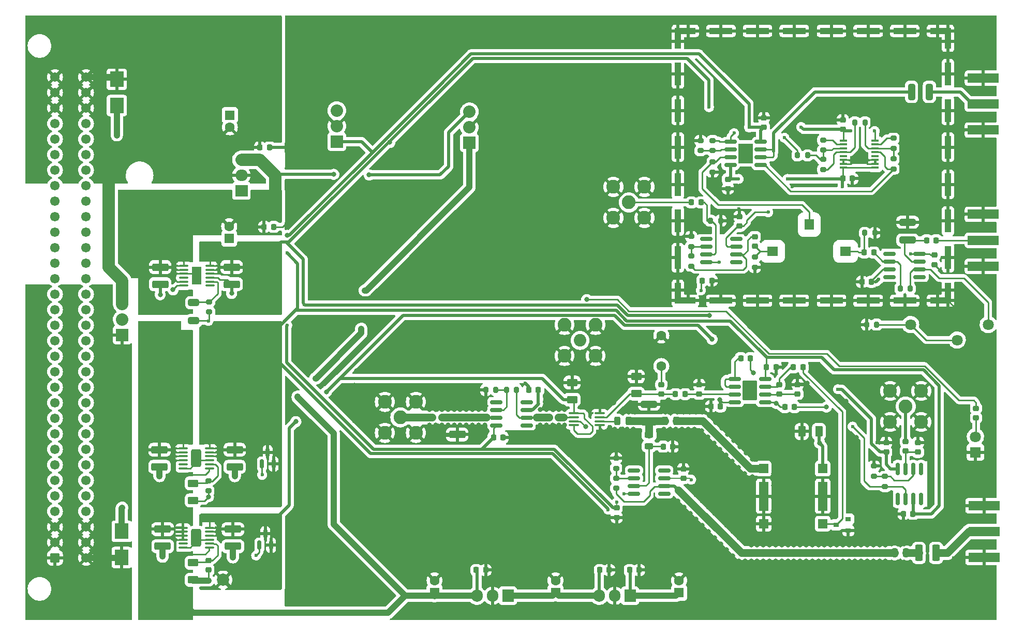
<source format=gbr>
G04 #@! TF.GenerationSoftware,KiCad,Pcbnew,(6.0.7)*
G04 #@! TF.CreationDate,2023-03-14T09:32:25+01:00*
G04 #@! TF.ProjectId,MTS_module,4d54535f-6d6f-4647-956c-652e6b696361,1.3.3*
G04 #@! TF.SameCoordinates,Original*
G04 #@! TF.FileFunction,Copper,L1,Top*
G04 #@! TF.FilePolarity,Positive*
%FSLAX46Y46*%
G04 Gerber Fmt 4.6, Leading zero omitted, Abs format (unit mm)*
G04 Created by KiCad (PCBNEW (6.0.7)) date 2023-03-14 09:32:25*
%MOMM*%
%LPD*%
G01*
G04 APERTURE LIST*
G04 Aperture macros list*
%AMRoundRect*
0 Rectangle with rounded corners*
0 $1 Rounding radius*
0 $2 $3 $4 $5 $6 $7 $8 $9 X,Y pos of 4 corners*
0 Add a 4 corners polygon primitive as box body*
4,1,4,$2,$3,$4,$5,$6,$7,$8,$9,$2,$3,0*
0 Add four circle primitives for the rounded corners*
1,1,$1+$1,$2,$3*
1,1,$1+$1,$4,$5*
1,1,$1+$1,$6,$7*
1,1,$1+$1,$8,$9*
0 Add four rect primitives between the rounded corners*
20,1,$1+$1,$2,$3,$4,$5,0*
20,1,$1+$1,$4,$5,$6,$7,0*
20,1,$1+$1,$6,$7,$8,$9,0*
20,1,$1+$1,$8,$9,$2,$3,0*%
G04 Aperture macros list end*
G04 #@! TA.AperFunction,ComponentPad*
%ADD10RoundRect,0.249999X0.525001X-0.525001X0.525001X0.525001X-0.525001X0.525001X-0.525001X-0.525001X0*%
G04 #@! TD*
G04 #@! TA.AperFunction,ComponentPad*
%ADD11C,1.550000*%
G04 #@! TD*
G04 #@! TA.AperFunction,SMDPad,CuDef*
%ADD12RoundRect,0.250000X-1.075000X0.375000X-1.075000X-0.375000X1.075000X-0.375000X1.075000X0.375000X0*%
G04 #@! TD*
G04 #@! TA.AperFunction,SMDPad,CuDef*
%ADD13RoundRect,0.250000X-0.625000X0.375000X-0.625000X-0.375000X0.625000X-0.375000X0.625000X0.375000X0*%
G04 #@! TD*
G04 #@! TA.AperFunction,SMDPad,CuDef*
%ADD14RoundRect,0.218750X-0.218750X-0.256250X0.218750X-0.256250X0.218750X0.256250X-0.218750X0.256250X0*%
G04 #@! TD*
G04 #@! TA.AperFunction,SMDPad,CuDef*
%ADD15RoundRect,0.218750X0.218750X0.256250X-0.218750X0.256250X-0.218750X-0.256250X0.218750X-0.256250X0*%
G04 #@! TD*
G04 #@! TA.AperFunction,SMDPad,CuDef*
%ADD16RoundRect,0.225000X0.250000X-0.225000X0.250000X0.225000X-0.250000X0.225000X-0.250000X-0.225000X0*%
G04 #@! TD*
G04 #@! TA.AperFunction,SMDPad,CuDef*
%ADD17RoundRect,0.250000X0.625000X-0.375000X0.625000X0.375000X-0.625000X0.375000X-0.625000X-0.375000X0*%
G04 #@! TD*
G04 #@! TA.AperFunction,ComponentPad*
%ADD18C,1.600000*%
G04 #@! TD*
G04 #@! TA.AperFunction,SMDPad,CuDef*
%ADD19RoundRect,0.243750X0.243750X0.456250X-0.243750X0.456250X-0.243750X-0.456250X0.243750X-0.456250X0*%
G04 #@! TD*
G04 #@! TA.AperFunction,SMDPad,CuDef*
%ADD20RoundRect,0.243750X0.456250X-0.243750X0.456250X0.243750X-0.456250X0.243750X-0.456250X-0.243750X0*%
G04 #@! TD*
G04 #@! TA.AperFunction,SMDPad,CuDef*
%ADD21RoundRect,0.218750X-0.256250X0.218750X-0.256250X-0.218750X0.256250X-0.218750X0.256250X0.218750X0*%
G04 #@! TD*
G04 #@! TA.AperFunction,ComponentPad*
%ADD22R,1.600000X1.600000*%
G04 #@! TD*
G04 #@! TA.AperFunction,ComponentPad*
%ADD23R,1.800000X1.800000*%
G04 #@! TD*
G04 #@! TA.AperFunction,ComponentPad*
%ADD24C,1.800000*%
G04 #@! TD*
G04 #@! TA.AperFunction,SMDPad,CuDef*
%ADD25R,0.900000X0.800000*%
G04 #@! TD*
G04 #@! TA.AperFunction,ComponentPad*
%ADD26C,2.250000*%
G04 #@! TD*
G04 #@! TA.AperFunction,SMDPad,CuDef*
%ADD27RoundRect,0.200000X-0.275000X0.200000X-0.275000X-0.200000X0.275000X-0.200000X0.275000X0.200000X0*%
G04 #@! TD*
G04 #@! TA.AperFunction,SMDPad,CuDef*
%ADD28RoundRect,0.218750X0.256250X-0.218750X0.256250X0.218750X-0.256250X0.218750X-0.256250X-0.218750X0*%
G04 #@! TD*
G04 #@! TA.AperFunction,SMDPad,CuDef*
%ADD29RoundRect,0.250000X1.075000X-0.312500X1.075000X0.312500X-1.075000X0.312500X-1.075000X-0.312500X0*%
G04 #@! TD*
G04 #@! TA.AperFunction,SMDPad,CuDef*
%ADD30RoundRect,0.250000X0.375000X1.075000X-0.375000X1.075000X-0.375000X-1.075000X0.375000X-1.075000X0*%
G04 #@! TD*
G04 #@! TA.AperFunction,ComponentPad*
%ADD31C,2.000000*%
G04 #@! TD*
G04 #@! TA.AperFunction,ComponentPad*
%ADD32R,1.905000X2.000000*%
G04 #@! TD*
G04 #@! TA.AperFunction,ComponentPad*
%ADD33O,1.905000X2.000000*%
G04 #@! TD*
G04 #@! TA.AperFunction,SMDPad,CuDef*
%ADD34RoundRect,0.100000X-0.625000X-0.100000X0.625000X-0.100000X0.625000X0.100000X-0.625000X0.100000X0*%
G04 #@! TD*
G04 #@! TA.AperFunction,SMDPad,CuDef*
%ADD35RoundRect,0.249999X-0.575001X-1.175001X0.575001X-1.175001X0.575001X1.175001X-0.575001X1.175001X0*%
G04 #@! TD*
G04 #@! TA.AperFunction,SMDPad,CuDef*
%ADD36RoundRect,0.100000X-0.712500X-0.100000X0.712500X-0.100000X0.712500X0.100000X-0.712500X0.100000X0*%
G04 #@! TD*
G04 #@! TA.AperFunction,SMDPad,CuDef*
%ADD37R,1.520000X1.520000*%
G04 #@! TD*
G04 #@! TA.AperFunction,SMDPad,CuDef*
%ADD38R,1.520000X4.700000*%
G04 #@! TD*
G04 #@! TA.AperFunction,SMDPad,CuDef*
%ADD39RoundRect,0.250000X-0.375000X-0.625000X0.375000X-0.625000X0.375000X0.625000X-0.375000X0.625000X0*%
G04 #@! TD*
G04 #@! TA.AperFunction,SMDPad,CuDef*
%ADD40RoundRect,0.225000X-0.225000X-0.250000X0.225000X-0.250000X0.225000X0.250000X-0.225000X0.250000X0*%
G04 #@! TD*
G04 #@! TA.AperFunction,SMDPad,CuDef*
%ADD41RoundRect,0.225000X-0.250000X0.225000X-0.250000X-0.225000X0.250000X-0.225000X0.250000X0.225000X0*%
G04 #@! TD*
G04 #@! TA.AperFunction,SMDPad,CuDef*
%ADD42RoundRect,0.225000X0.225000X0.250000X-0.225000X0.250000X-0.225000X-0.250000X0.225000X-0.250000X0*%
G04 #@! TD*
G04 #@! TA.AperFunction,SMDPad,CuDef*
%ADD43R,2.300000X2.500000*%
G04 #@! TD*
G04 #@! TA.AperFunction,SMDPad,CuDef*
%ADD44R,5.080000X1.500000*%
G04 #@! TD*
G04 #@! TA.AperFunction,SMDPad,CuDef*
%ADD45R,1.000000X3.800000*%
G04 #@! TD*
G04 #@! TA.AperFunction,SMDPad,CuDef*
%ADD46R,3.800000X1.000000*%
G04 #@! TD*
G04 #@! TA.AperFunction,SMDPad,CuDef*
%ADD47R,1.000000X1.000000*%
G04 #@! TD*
G04 #@! TA.AperFunction,SMDPad,CuDef*
%ADD48R,2.440000X1.000000*%
G04 #@! TD*
G04 #@! TA.AperFunction,SMDPad,CuDef*
%ADD49R,1.000000X2.440000*%
G04 #@! TD*
G04 #@! TA.AperFunction,SMDPad,CuDef*
%ADD50RoundRect,0.200000X0.200000X0.275000X-0.200000X0.275000X-0.200000X-0.275000X0.200000X-0.275000X0*%
G04 #@! TD*
G04 #@! TA.AperFunction,SMDPad,CuDef*
%ADD51RoundRect,0.250000X-1.075000X0.312500X-1.075000X-0.312500X1.075000X-0.312500X1.075000X0.312500X0*%
G04 #@! TD*
G04 #@! TA.AperFunction,SMDPad,CuDef*
%ADD52RoundRect,0.200000X0.275000X-0.200000X0.275000X0.200000X-0.275000X0.200000X-0.275000X-0.200000X0*%
G04 #@! TD*
G04 #@! TA.AperFunction,SMDPad,CuDef*
%ADD53RoundRect,0.200000X-0.200000X-0.275000X0.200000X-0.275000X0.200000X0.275000X-0.200000X0.275000X0*%
G04 #@! TD*
G04 #@! TA.AperFunction,SMDPad,CuDef*
%ADD54RoundRect,0.250000X0.312500X1.075000X-0.312500X1.075000X-0.312500X-1.075000X0.312500X-1.075000X0*%
G04 #@! TD*
G04 #@! TA.AperFunction,SMDPad,CuDef*
%ADD55RoundRect,0.150000X-0.825000X-0.150000X0.825000X-0.150000X0.825000X0.150000X-0.825000X0.150000X0*%
G04 #@! TD*
G04 #@! TA.AperFunction,SMDPad,CuDef*
%ADD56R,2.410000X3.300000*%
G04 #@! TD*
G04 #@! TA.AperFunction,SMDPad,CuDef*
%ADD57RoundRect,0.150000X0.825000X0.150000X-0.825000X0.150000X-0.825000X-0.150000X0.825000X-0.150000X0*%
G04 #@! TD*
G04 #@! TA.AperFunction,SMDPad,CuDef*
%ADD58R,1.200000X0.400000*%
G04 #@! TD*
G04 #@! TA.AperFunction,ComponentPad*
%ADD59R,2.032000X2.032000*%
G04 #@! TD*
G04 #@! TA.AperFunction,ComponentPad*
%ADD60C,2.032000*%
G04 #@! TD*
G04 #@! TA.AperFunction,SMDPad,CuDef*
%ADD61RoundRect,0.250000X-0.650000X0.325000X-0.650000X-0.325000X0.650000X-0.325000X0.650000X0.325000X0*%
G04 #@! TD*
G04 #@! TA.AperFunction,SMDPad,CuDef*
%ADD62R,1.650000X2.850000*%
G04 #@! TD*
G04 #@! TA.AperFunction,SMDPad,CuDef*
%ADD63RoundRect,0.150000X-0.150000X0.825000X-0.150000X-0.825000X0.150000X-0.825000X0.150000X0.825000X0*%
G04 #@! TD*
G04 #@! TA.AperFunction,SMDPad,CuDef*
%ADD64R,1.778000X1.524000*%
G04 #@! TD*
G04 #@! TA.AperFunction,SMDPad,CuDef*
%ADD65R,1.524000X1.778000*%
G04 #@! TD*
G04 #@! TA.AperFunction,ComponentPad*
%ADD66C,1.016000*%
G04 #@! TD*
G04 #@! TA.AperFunction,SMDPad,CuDef*
%ADD67R,7.620000X4.470400*%
G04 #@! TD*
G04 #@! TA.AperFunction,SMDPad,CuDef*
%ADD68R,14.224000X3.683000*%
G04 #@! TD*
G04 #@! TA.AperFunction,SMDPad,CuDef*
%ADD69R,5.207000X3.683000*%
G04 #@! TD*
G04 #@! TA.AperFunction,ComponentPad*
%ADD70R,2.000000X1.905000*%
G04 #@! TD*
G04 #@! TA.AperFunction,ComponentPad*
%ADD71O,2.000000X1.905000*%
G04 #@! TD*
G04 #@! TA.AperFunction,ComponentPad*
%ADD72C,2.050000*%
G04 #@! TD*
G04 #@! TA.AperFunction,SMDPad,CuDef*
%ADD73RoundRect,0.249997X-0.955003X-1.400003X0.955003X-1.400003X0.955003X1.400003X-0.955003X1.400003X0*%
G04 #@! TD*
G04 #@! TA.AperFunction,SMDPad,CuDef*
%ADD74RoundRect,0.150000X0.150000X-0.587500X0.150000X0.587500X-0.150000X0.587500X-0.150000X-0.587500X0*%
G04 #@! TD*
G04 #@! TA.AperFunction,SMDPad,CuDef*
%ADD75RoundRect,0.250000X0.250000X0.475000X-0.250000X0.475000X-0.250000X-0.475000X0.250000X-0.475000X0*%
G04 #@! TD*
G04 #@! TA.AperFunction,ViaPad*
%ADD76C,0.600000*%
G04 #@! TD*
G04 #@! TA.AperFunction,ViaPad*
%ADD77C,0.800000*%
G04 #@! TD*
G04 #@! TA.AperFunction,Conductor*
%ADD78C,1.000000*%
G04 #@! TD*
G04 #@! TA.AperFunction,Conductor*
%ADD79C,0.250000*%
G04 #@! TD*
G04 #@! TA.AperFunction,Conductor*
%ADD80C,0.500000*%
G04 #@! TD*
G04 #@! TA.AperFunction,Conductor*
%ADD81C,1.300000*%
G04 #@! TD*
G04 #@! TA.AperFunction,Conductor*
%ADD82C,2.000000*%
G04 #@! TD*
G04 #@! TA.AperFunction,Conductor*
%ADD83C,0.200000*%
G04 #@! TD*
G04 APERTURE END LIST*
D10*
X85400000Y-134300000D03*
D11*
X85400000Y-131760000D03*
X85400000Y-129220000D03*
X85400000Y-126680000D03*
X85400000Y-124140000D03*
X85400000Y-121600000D03*
X85400000Y-119060000D03*
X85400000Y-116520000D03*
X85400000Y-113980000D03*
X85400000Y-111440000D03*
X85400000Y-108900000D03*
X85400000Y-106360000D03*
X85400000Y-103820000D03*
X85400000Y-101280000D03*
X85400000Y-98740000D03*
X85400000Y-96200000D03*
X85400000Y-93660000D03*
X85400000Y-91120000D03*
X85400000Y-88580000D03*
X85400000Y-86040000D03*
X85400000Y-83500000D03*
X85400000Y-80960000D03*
X85400000Y-78420000D03*
X85400000Y-75880000D03*
X85400000Y-73340000D03*
X85400000Y-70800000D03*
X85400000Y-68260000D03*
X85400000Y-65720000D03*
X85400000Y-63180000D03*
X85400000Y-60640000D03*
X85400000Y-58100000D03*
X85400000Y-55560000D03*
X90480000Y-134300000D03*
X90480000Y-131760000D03*
X90480000Y-129220000D03*
X90480000Y-126680000D03*
X90480000Y-124140000D03*
X90480000Y-121600000D03*
X90480000Y-119060000D03*
X90480000Y-116520000D03*
X90480000Y-113980000D03*
X90480000Y-111440000D03*
X90480000Y-108900000D03*
X90480000Y-106360000D03*
X90480000Y-103820000D03*
X90480000Y-101280000D03*
X90480000Y-98740000D03*
X90480000Y-96200000D03*
X90480000Y-93660000D03*
X90480000Y-91120000D03*
X90480000Y-88580000D03*
X90480000Y-86040000D03*
X90480000Y-83500000D03*
X90480000Y-80960000D03*
X90480000Y-78420000D03*
X90480000Y-75880000D03*
X90480000Y-73340000D03*
X90480000Y-70800000D03*
X90480000Y-68260000D03*
X90480000Y-65720000D03*
X90480000Y-63180000D03*
X90480000Y-60640000D03*
X90480000Y-58100000D03*
X90480000Y-55560000D03*
D12*
X102500000Y-116600000D03*
X102500000Y-119400000D03*
X103000000Y-129600000D03*
X103000000Y-132400000D03*
D13*
X108000000Y-122100000D03*
X108000000Y-124900000D03*
X108000000Y-135100000D03*
X108000000Y-137900000D03*
D14*
X162912500Y-106800000D03*
X164487500Y-106800000D03*
D12*
X114300000Y-86700000D03*
X114300000Y-89500000D03*
X114800000Y-116600000D03*
X114800000Y-119400000D03*
X114500000Y-129600000D03*
X114500000Y-132400000D03*
D15*
X148687500Y-111300000D03*
X147112500Y-111300000D03*
X167787500Y-111300000D03*
X166212500Y-111300000D03*
D13*
X170000000Y-105600000D03*
X170000000Y-108400000D03*
D16*
X224600000Y-116775000D03*
X224600000Y-115225000D03*
D17*
X180500000Y-107400000D03*
X180500000Y-104600000D03*
D18*
X184600000Y-102900000D03*
X184600000Y-97900000D03*
D19*
X179237500Y-111900000D03*
X177362500Y-111900000D03*
D16*
X190800000Y-107475000D03*
X190800000Y-105925000D03*
D19*
X187037500Y-111900000D03*
X185162500Y-111900000D03*
D14*
X192712500Y-109500000D03*
X194287500Y-109500000D03*
D15*
X203387500Y-103100000D03*
X201812500Y-103100000D03*
D20*
X182600000Y-116037500D03*
X182600000Y-114162500D03*
D21*
X221400000Y-115412500D03*
X221400000Y-116987500D03*
D14*
X224212500Y-127100000D03*
X225787500Y-127100000D03*
D21*
X188200000Y-119712500D03*
X188200000Y-121287500D03*
D22*
X187500000Y-140000000D03*
D18*
X187500000Y-138000000D03*
D14*
X179412500Y-136300000D03*
X180987500Y-136300000D03*
D22*
X167300000Y-140000000D03*
D18*
X167300000Y-138000000D03*
D14*
X174512500Y-136300000D03*
X176087500Y-136300000D03*
D22*
X147500000Y-140000000D03*
D18*
X147500000Y-138000000D03*
D14*
X154312500Y-136300000D03*
X155887500Y-136300000D03*
X118925000Y-67100000D03*
X120500000Y-67100000D03*
D22*
X113900000Y-82000000D03*
D18*
X113900000Y-80000000D03*
D14*
X119612500Y-80100000D03*
X121187500Y-80100000D03*
D23*
X236000000Y-117000000D03*
D24*
X236000000Y-114460000D03*
D25*
X215200000Y-129850000D03*
X215200000Y-127950000D03*
X213200000Y-128900000D03*
D26*
X141900000Y-111300000D03*
X144440000Y-113840000D03*
X144440000Y-108760000D03*
X139360000Y-108760000D03*
X139360000Y-113840000D03*
D27*
X110500000Y-121675000D03*
X110500000Y-123325000D03*
D21*
X110500000Y-134712500D03*
X110500000Y-136287500D03*
D12*
X151200000Y-111300000D03*
X151200000Y-114100000D03*
D21*
X236100000Y-109812500D03*
X236100000Y-111387500D03*
D28*
X226600000Y-116987500D03*
X226600000Y-115412500D03*
X184600000Y-107487500D03*
X184600000Y-105912500D03*
D15*
X188487500Y-107500000D03*
X186912500Y-107500000D03*
X206387500Y-109600000D03*
X204812500Y-109600000D03*
D29*
X182600000Y-112062500D03*
X182600000Y-109137500D03*
D14*
X197612500Y-101600000D03*
X199187500Y-101600000D03*
D21*
X206900000Y-105912500D03*
X206900000Y-107487500D03*
X203900000Y-105912500D03*
X203900000Y-107487500D03*
D14*
X184912500Y-116100000D03*
X186487500Y-116100000D03*
D30*
X229550000Y-133500000D03*
X226750000Y-133500000D03*
D15*
X207787500Y-103100000D03*
X206212500Y-103100000D03*
D31*
X112900000Y-137900000D03*
D32*
X179500000Y-140500000D03*
D33*
X176960000Y-140500000D03*
X174420000Y-140500000D03*
D32*
X159500000Y-140500000D03*
D33*
X156960000Y-140500000D03*
X154420000Y-140500000D03*
D34*
X106350000Y-116375000D03*
X106350000Y-117025000D03*
X106350000Y-117675000D03*
X106350000Y-118325000D03*
X106350000Y-118975000D03*
X106350000Y-119625000D03*
X110650000Y-119625000D03*
X110650000Y-118975000D03*
X110650000Y-118325000D03*
X110650000Y-117675000D03*
X110650000Y-117025000D03*
X110650000Y-116375000D03*
D35*
X108500000Y-118000000D03*
D34*
X106350000Y-129375000D03*
X106350000Y-130025000D03*
X106350000Y-130675000D03*
X106350000Y-131325000D03*
X106350000Y-131975000D03*
X106350000Y-132625000D03*
X110650000Y-132625000D03*
X110650000Y-131975000D03*
X110650000Y-131325000D03*
X110650000Y-130675000D03*
X110650000Y-130025000D03*
X110650000Y-129375000D03*
D35*
X108500000Y-131000000D03*
D36*
X170287500Y-110625000D03*
X170287500Y-111275000D03*
X170287500Y-111925000D03*
X170287500Y-112575000D03*
X174512500Y-112575000D03*
X174512500Y-111925000D03*
X174512500Y-111275000D03*
X174512500Y-110625000D03*
D28*
X177300000Y-127687500D03*
X177300000Y-126112500D03*
D37*
X211000000Y-128700000D03*
D38*
X211000000Y-124200000D03*
D37*
X211000000Y-119700000D03*
X201350000Y-119700000D03*
D38*
X201350000Y-124200000D03*
D37*
X201350000Y-128700000D03*
D39*
X207600000Y-113600000D03*
X210400000Y-113600000D03*
D12*
X102600000Y-86700000D03*
X102600000Y-89500000D03*
D40*
X228025000Y-82300000D03*
X229575000Y-82300000D03*
D41*
X229300000Y-84725000D03*
X229300000Y-86275000D03*
D42*
X218975000Y-89100000D03*
X217425000Y-89100000D03*
D41*
X214300000Y-62600000D03*
X214300000Y-64150000D03*
D40*
X189525000Y-76100000D03*
X191075000Y-76100000D03*
X214325000Y-72200000D03*
X215875000Y-72200000D03*
D41*
X195500000Y-72300000D03*
X195500000Y-73850000D03*
D16*
X201400000Y-63800000D03*
X201400000Y-62250000D03*
D43*
X95500000Y-55950000D03*
X95500000Y-60250000D03*
X96300000Y-134250000D03*
X96300000Y-129950000D03*
D44*
X237300000Y-82300000D03*
X237300000Y-78050000D03*
X237300000Y-86550000D03*
D26*
X179300000Y-76100000D03*
X181840000Y-73560000D03*
X176760000Y-78640000D03*
X181840000Y-78640000D03*
X176760000Y-73560000D03*
D45*
X231490000Y-55050000D03*
D46*
X218450000Y-48010000D03*
D45*
X231490000Y-73150000D03*
X187310000Y-67050000D03*
D46*
X212450000Y-92190000D03*
X224450000Y-48010000D03*
X212450000Y-48010000D03*
D47*
X187310000Y-48010000D03*
D46*
X224450000Y-92190000D03*
D47*
X187310000Y-92190000D03*
D45*
X187310000Y-73150000D03*
D48*
X229770000Y-48010000D03*
D46*
X206350000Y-48010000D03*
D49*
X231490000Y-49730000D03*
D45*
X187310000Y-79150000D03*
X231490000Y-85150000D03*
D47*
X231490000Y-92190000D03*
D49*
X231490000Y-90470000D03*
D45*
X187310000Y-55050000D03*
D47*
X231490000Y-48010000D03*
D46*
X194350000Y-92190000D03*
D45*
X187310000Y-61050000D03*
D49*
X187310000Y-49730000D03*
D46*
X218450000Y-92190000D03*
D45*
X231490000Y-79150000D03*
D46*
X200350000Y-92190000D03*
D48*
X189030000Y-92190000D03*
D45*
X231490000Y-61050000D03*
X231490000Y-67050000D03*
D46*
X194350000Y-48010000D03*
X200350000Y-48010000D03*
D48*
X229770000Y-92190000D03*
X189030000Y-48010000D03*
D45*
X187310000Y-85150000D03*
D46*
X206350000Y-92190000D03*
D49*
X187310000Y-90470000D03*
D50*
X160925000Y-106800000D03*
X159275000Y-106800000D03*
D27*
X191000000Y-65975000D03*
X191000000Y-67625000D03*
D51*
X224900000Y-79337500D03*
X224900000Y-82262500D03*
D52*
X193000000Y-67625000D03*
X193000000Y-65975000D03*
D53*
X218175000Y-96100000D03*
X219825000Y-96100000D03*
X223675000Y-90200000D03*
X225325000Y-90200000D03*
D52*
X193000000Y-71125000D03*
X193000000Y-69475000D03*
D54*
X228462500Y-58000000D03*
X225537500Y-58000000D03*
D50*
X208525000Y-68400000D03*
X206875000Y-68400000D03*
D53*
X216275000Y-63000000D03*
X217925000Y-63000000D03*
D27*
X211100000Y-69075000D03*
X211100000Y-70725000D03*
X222600000Y-68975000D03*
X222600000Y-70625000D03*
X211100000Y-65900000D03*
X211100000Y-67550000D03*
D52*
X222600000Y-67250000D03*
X222600000Y-65600000D03*
D24*
X225400000Y-96100000D03*
X233020000Y-98640000D03*
X238100000Y-96100000D03*
D55*
X195925000Y-66195000D03*
X195925000Y-67465000D03*
X195925000Y-68735000D03*
X195925000Y-70005000D03*
X200875000Y-70005000D03*
X200875000Y-68735000D03*
X200875000Y-67465000D03*
X200875000Y-66195000D03*
D56*
X198400000Y-68100000D03*
D57*
X226875000Y-88305000D03*
X226875000Y-87035000D03*
X226875000Y-85765000D03*
X226875000Y-84495000D03*
X221925000Y-84495000D03*
X221925000Y-85765000D03*
X221925000Y-87035000D03*
X221925000Y-88305000D03*
D58*
X214400000Y-65977500D03*
X214400000Y-66612500D03*
X214400000Y-67247500D03*
X214400000Y-67882500D03*
X214400000Y-68517500D03*
X214400000Y-69152500D03*
X214400000Y-69787500D03*
X214400000Y-70422500D03*
X219600000Y-70422500D03*
X219600000Y-69787500D03*
X219600000Y-69152500D03*
X219600000Y-68517500D03*
X219600000Y-67882500D03*
X219600000Y-67247500D03*
X219600000Y-66612500D03*
X219600000Y-65977500D03*
D44*
X237300000Y-60000000D03*
X237300000Y-55750000D03*
X237300000Y-64250000D03*
X237400000Y-130000000D03*
X237400000Y-125750000D03*
X237400000Y-134250000D03*
D59*
X131500000Y-66140000D03*
D60*
X131500000Y-63600000D03*
X131500000Y-61060000D03*
D59*
X96400000Y-97800000D03*
D60*
X96400000Y-95260000D03*
X96400000Y-92720000D03*
D42*
X158675000Y-114600000D03*
X157125000Y-114600000D03*
D61*
X108100000Y-92525000D03*
X108100000Y-95475000D03*
D16*
X197400000Y-79975000D03*
X197400000Y-78425000D03*
D40*
X191325000Y-88900000D03*
X192875000Y-88900000D03*
D27*
X110600000Y-92375000D03*
X110600000Y-94025000D03*
D50*
X157525000Y-106800000D03*
X155875000Y-106800000D03*
D52*
X219400000Y-120925000D03*
X219400000Y-119275000D03*
X221200000Y-122625000D03*
X221200000Y-120975000D03*
X189500000Y-86525000D03*
X189500000Y-84875000D03*
D27*
X189500000Y-81675000D03*
X189500000Y-83325000D03*
D34*
X106450000Y-86475000D03*
X106450000Y-87125000D03*
X106450000Y-87775000D03*
X106450000Y-88425000D03*
X106450000Y-89075000D03*
X106450000Y-89725000D03*
X110750000Y-89725000D03*
X110750000Y-89075000D03*
X110750000Y-88425000D03*
X110750000Y-87775000D03*
X110750000Y-87125000D03*
X110750000Y-86475000D03*
D62*
X108600000Y-88100000D03*
D55*
X157625000Y-108795000D03*
X157625000Y-110065000D03*
X157625000Y-111335000D03*
X157625000Y-112605000D03*
X162575000Y-112605000D03*
X162575000Y-111335000D03*
X162575000Y-110065000D03*
X162575000Y-108795000D03*
D63*
X227105000Y-119725000D03*
X225835000Y-119725000D03*
X224565000Y-119725000D03*
X223295000Y-119725000D03*
X223295000Y-124675000D03*
X224565000Y-124675000D03*
X225835000Y-124675000D03*
X227105000Y-124675000D03*
D55*
X191925000Y-82095000D03*
X191925000Y-83365000D03*
X191925000Y-84635000D03*
X191925000Y-85905000D03*
X196875000Y-85905000D03*
X196875000Y-84635000D03*
X196875000Y-83365000D03*
X196875000Y-82095000D03*
D64*
X202831000Y-84112000D03*
X214769000Y-84112000D03*
D65*
X208800000Y-79730500D03*
D66*
X215404000Y-80302000D03*
X211975000Y-83477000D03*
X203085000Y-79032000D03*
X215404000Y-81572000D03*
X211975000Y-79032000D03*
X203720000Y-89192000D03*
D67*
X208800000Y-84112000D03*
D66*
X208165000Y-82842000D03*
X209435000Y-82842000D03*
X214515000Y-79032000D03*
X202196000Y-80302000D03*
X202196000Y-87922000D03*
D65*
X208800000Y-88493500D03*
D68*
X208800000Y-87858500D03*
D66*
X205625000Y-84747000D03*
X209435000Y-86652000D03*
X215404000Y-86652000D03*
X208165000Y-86652000D03*
X205625000Y-79032000D03*
D69*
X204291500Y-80365500D03*
D66*
X202196000Y-81572000D03*
X202196000Y-86652000D03*
X213880000Y-89192000D03*
X207530000Y-89192000D03*
X215404000Y-87922000D03*
X211975000Y-89192000D03*
X205625000Y-83477000D03*
D69*
X213308500Y-80365500D03*
D66*
X211975000Y-84747000D03*
X205625000Y-89192000D03*
X210070000Y-89192000D03*
D65*
X213245000Y-79730500D03*
X204355000Y-79730500D03*
D70*
X115900000Y-74200000D03*
D71*
X115900000Y-71660000D03*
X115900000Y-69120000D03*
D72*
X171300000Y-98700000D03*
D26*
X173840000Y-101240000D03*
X168760000Y-101240000D03*
X168760000Y-96160000D03*
X173840000Y-96160000D03*
D50*
X194325000Y-79100000D03*
X192675000Y-79100000D03*
D55*
X196625000Y-104995000D03*
X196625000Y-106265000D03*
X196625000Y-107535000D03*
X196625000Y-108805000D03*
X201575000Y-108805000D03*
X201575000Y-107535000D03*
X201575000Y-106265000D03*
X201575000Y-104995000D03*
D73*
X199100000Y-106900000D03*
D59*
X153200000Y-66340000D03*
D60*
X153200000Y-63800000D03*
X153200000Y-61260000D03*
D26*
X224600000Y-109500000D03*
X222060000Y-112040000D03*
X222060000Y-106960000D03*
X227140000Y-112040000D03*
X227140000Y-106960000D03*
D22*
X114000000Y-61800000D03*
D18*
X114000000Y-63800000D03*
D74*
X118850000Y-132237500D03*
X120750000Y-132237500D03*
X119800000Y-130362500D03*
D50*
X219525000Y-81100000D03*
X217875000Y-81100000D03*
D75*
X224650000Y-133500000D03*
X222750000Y-133500000D03*
D55*
X180125000Y-119990000D03*
X180125000Y-121260000D03*
X180125000Y-122530000D03*
X180125000Y-123800000D03*
X185075000Y-123800000D03*
X185075000Y-122530000D03*
X185075000Y-121260000D03*
X185075000Y-119990000D03*
D52*
X177200000Y-122925000D03*
X177200000Y-121275000D03*
D40*
X217825000Y-84300000D03*
X219375000Y-84300000D03*
D74*
X119250000Y-118937500D03*
X121150000Y-118937500D03*
X120200000Y-117062500D03*
D52*
X177200000Y-119625000D03*
X177200000Y-117975000D03*
D16*
X199900000Y-83275000D03*
X199900000Y-81725000D03*
D52*
X199900000Y-86725000D03*
X199900000Y-85075000D03*
D76*
X108500000Y-131000000D03*
X108500000Y-130000000D03*
X108500000Y-118000000D03*
X108500000Y-117000000D03*
D77*
X147700000Y-110000000D03*
X148700000Y-110000000D03*
X149700000Y-110000000D03*
X150700000Y-110000000D03*
X151700000Y-110000000D03*
X152700000Y-110000000D03*
X153700000Y-110000000D03*
X154700000Y-110000000D03*
X155700000Y-110000000D03*
X164800000Y-110000000D03*
X165800000Y-110000000D03*
X166800000Y-110000000D03*
X167800000Y-110000000D03*
X168800000Y-110000000D03*
X147700000Y-112550000D03*
X148700000Y-112550000D03*
X149700000Y-112550000D03*
X150700000Y-112550000D03*
X151700000Y-112550000D03*
X152700000Y-112550000D03*
X153700000Y-112550000D03*
X154700000Y-112550000D03*
X155700000Y-112550000D03*
X164800000Y-112550000D03*
X165800000Y-112550000D03*
X166800000Y-112550000D03*
X167800000Y-112550000D03*
X168800000Y-112550000D03*
X178262653Y-110462653D03*
X179262653Y-110462653D03*
X180262653Y-110462653D03*
X180300000Y-109400000D03*
X185100000Y-109600000D03*
X185262653Y-110462653D03*
X186262653Y-110462653D03*
X187262653Y-110462653D03*
X188262653Y-110462653D03*
X189262653Y-110462653D03*
X190262653Y-110462653D03*
X191262653Y-110462653D03*
X194462653Y-113100000D03*
X195462653Y-114100000D03*
X196462653Y-115100000D03*
X197462653Y-116100000D03*
X198462653Y-117100000D03*
X199462653Y-118100000D03*
X193462653Y-112100000D03*
X178000000Y-113225002D03*
X179000000Y-113225002D03*
X180000000Y-113225002D03*
X185000000Y-113225002D03*
X186000000Y-113225002D03*
X187000000Y-113225002D03*
X188000000Y-113225002D03*
X189000000Y-113225002D03*
X190000000Y-113225002D03*
X191200000Y-113500000D03*
X192200000Y-114500000D03*
X193200000Y-115500000D03*
X194200000Y-116500000D03*
X195200000Y-117500000D03*
X196200000Y-118500000D03*
X197200000Y-119500000D03*
X198200000Y-120500000D03*
X199500000Y-121000000D03*
X192462653Y-111062653D03*
X224300000Y-132000000D03*
X223300000Y-132000000D03*
X222300000Y-132000000D03*
X221300000Y-132200000D03*
X220300000Y-132200000D03*
X219300000Y-132200000D03*
X218300000Y-132200000D03*
X217300000Y-132200000D03*
X216300000Y-132200000D03*
X215300000Y-132200000D03*
X214300000Y-132200000D03*
X213300000Y-132200000D03*
X212300000Y-132200000D03*
X211300000Y-132200000D03*
X210300000Y-132200000D03*
X209300000Y-132200000D03*
X208300000Y-132200000D03*
X207300000Y-132200000D03*
X206300000Y-132200000D03*
X205300000Y-132200000D03*
X204300000Y-132200000D03*
X203300000Y-132200000D03*
X202300000Y-132200000D03*
X201300000Y-132200000D03*
X200300000Y-132200000D03*
X199300000Y-132200000D03*
X198300000Y-131700000D03*
X197300000Y-131000000D03*
X196300000Y-130000000D03*
X195300000Y-129000000D03*
X193300000Y-127000000D03*
X192300000Y-126000000D03*
X191300000Y-125000000D03*
X190300000Y-124000000D03*
X189300000Y-123000000D03*
X194300000Y-128000000D03*
X224300000Y-135000000D03*
X223300000Y-135000000D03*
X222300000Y-135000000D03*
X221300000Y-134800000D03*
X220300000Y-134800000D03*
X219300000Y-134800000D03*
X218300000Y-134800000D03*
X217300000Y-134800000D03*
X216300000Y-134800000D03*
X215300000Y-134800000D03*
X214300000Y-134800000D03*
X213300000Y-134800000D03*
X212300000Y-134800000D03*
X211300000Y-134800000D03*
X210300000Y-134800000D03*
X209300000Y-134800000D03*
X208300000Y-134800000D03*
X207300000Y-134800000D03*
X206300000Y-134800000D03*
X205300000Y-134800000D03*
X204300000Y-134800000D03*
X203300000Y-134800000D03*
X202300000Y-134800000D03*
X201300000Y-134800000D03*
X200300000Y-134800000D03*
X199300000Y-134800000D03*
X198300000Y-134800000D03*
X197300000Y-134800000D03*
X196300000Y-134000000D03*
X195300000Y-133000000D03*
X194300000Y-132000000D03*
X193300000Y-131000000D03*
X192300000Y-130000000D03*
X191300000Y-129000000D03*
X190300000Y-128000000D03*
X189300000Y-127000000D03*
X188300000Y-126000000D03*
X187300000Y-125000000D03*
X183000000Y-131500000D03*
X183000000Y-129500000D03*
X183000000Y-127500000D03*
X183000000Y-125500000D03*
X134400000Y-130000000D03*
X134400000Y-128000000D03*
X134400000Y-126000000D03*
X134400000Y-124000000D03*
X134400000Y-122000000D03*
X134400000Y-120000000D03*
X134400000Y-117500000D03*
X134400000Y-110000000D03*
X134400000Y-108000000D03*
X134400000Y-106000000D03*
X136700000Y-103700000D03*
X138700000Y-103700000D03*
X140700000Y-103700000D03*
X142700000Y-103700000D03*
X144700000Y-103700000D03*
X146700000Y-103700000D03*
X148700000Y-103700000D03*
X150700000Y-103700000D03*
X152700000Y-103700000D03*
X154700000Y-103700000D03*
X156700000Y-103700000D03*
X165700000Y-103800000D03*
X167700000Y-103800000D03*
X136400000Y-132000000D03*
X138400000Y-132000000D03*
X140400000Y-132000000D03*
X142400000Y-132000000D03*
X144400000Y-132000000D03*
X146400000Y-132000000D03*
X148400000Y-132000000D03*
X150400000Y-132000000D03*
X152400000Y-132000000D03*
X154400000Y-132000000D03*
X156400000Y-132000000D03*
X165500000Y-132000000D03*
X167500000Y-132000000D03*
X169500000Y-132000000D03*
X171500000Y-132000000D03*
X173500000Y-132000000D03*
X175500000Y-132000000D03*
X177500000Y-132000000D03*
X179500000Y-132000000D03*
X181500000Y-132000000D03*
X203000000Y-124600000D03*
X214800000Y-108700000D03*
X215600000Y-110700000D03*
X216500000Y-114600000D03*
X216500000Y-116600000D03*
X216500000Y-118600000D03*
X216500000Y-120600000D03*
X216500000Y-122600000D03*
X216500000Y-124600000D03*
X216500000Y-126600000D03*
X216500000Y-128600000D03*
X216500000Y-130600000D03*
X208000000Y-118500000D03*
X203000000Y-128500000D03*
X206000000Y-128500000D03*
X206000000Y-120500000D03*
X208000000Y-120500000D03*
X208000000Y-126500000D03*
X208000000Y-128500000D03*
X206000000Y-122500000D03*
X208000000Y-122500000D03*
X206000000Y-126500000D03*
X213000000Y-120500000D03*
X206000000Y-124500000D03*
X208000000Y-124500000D03*
X203000000Y-126500000D03*
X213000000Y-123000000D03*
X206000000Y-118500000D03*
X205900000Y-116500000D03*
X207900000Y-116500000D03*
X203000000Y-116500000D03*
X213000000Y-118000000D03*
X214700000Y-94900000D03*
X214700000Y-95900000D03*
X214700000Y-96900000D03*
X214700000Y-97900000D03*
X214700000Y-98900000D03*
X214700000Y-99900000D03*
X214700000Y-100900000D03*
X215700000Y-100900000D03*
X216700000Y-100900000D03*
X217700000Y-100900000D03*
X218700000Y-100900000D03*
X219700000Y-100900000D03*
X220700000Y-100900000D03*
X221700000Y-100900000D03*
X222700000Y-100900000D03*
X223700000Y-100900000D03*
X224700000Y-100900000D03*
X225700000Y-100900000D03*
X226700000Y-100900000D03*
X227700000Y-100900000D03*
X228700000Y-100900000D03*
X229700000Y-100900000D03*
X230700000Y-100900000D03*
X231700000Y-100900000D03*
X232700000Y-100900000D03*
X233700000Y-100900000D03*
X234700000Y-100900000D03*
X235700000Y-100900000D03*
X236700000Y-100900000D03*
X237700000Y-100900000D03*
X238700000Y-100900000D03*
X170000000Y-115500000D03*
D76*
X237000000Y-57500000D03*
D77*
X168500000Y-114000000D03*
X161000000Y-103700000D03*
D76*
X233500000Y-129400000D03*
D77*
X177500000Y-136300000D03*
X203000000Y-118500000D03*
D76*
X233500000Y-135000000D03*
D77*
X103000000Y-134100000D03*
X171500000Y-115500000D03*
D76*
X233500000Y-49500000D03*
D77*
X125900000Y-129900000D03*
D76*
X233500000Y-136500000D03*
X185500000Y-85000000D03*
D77*
X188300000Y-118100000D03*
X110500000Y-138000000D03*
X188200000Y-116100000D03*
D76*
X193000000Y-72500000D03*
X132000000Y-96000000D03*
D77*
X199000000Y-126000000D03*
D76*
X162300000Y-105700000D03*
X217000000Y-67750000D03*
X206300000Y-93800000D03*
D77*
X127200000Y-121700000D03*
D76*
X154400000Y-106800000D03*
D77*
X209100000Y-70300000D03*
D76*
X237500000Y-136500000D03*
X194200000Y-88900000D03*
D77*
X203000000Y-122500000D03*
D76*
X188500000Y-46000000D03*
X233000000Y-61000000D03*
D77*
X176800000Y-108900000D03*
D76*
X233100000Y-79200000D03*
D77*
X123200000Y-67100000D03*
D76*
X219912500Y-115412500D03*
D77*
X201500000Y-130500000D03*
X159000000Y-103700000D03*
D76*
X238600000Y-88800000D03*
X185500000Y-61000000D03*
X233200000Y-76800000D03*
X224500000Y-46000000D03*
X234500000Y-132500000D03*
X185500000Y-50000000D03*
X233100000Y-85100000D03*
D77*
X203500000Y-130500000D03*
X114300000Y-91000000D03*
X203000000Y-120500000D03*
X180500000Y-103300000D03*
X162000000Y-132000000D03*
X148500000Y-113700000D03*
D76*
X238300000Y-75600000D03*
X232400000Y-134300000D03*
D77*
X146700000Y-110000000D03*
X174000000Y-106000000D03*
D76*
X95500000Y-61900000D03*
D77*
X134400000Y-116200000D03*
X204400000Y-70000000D03*
X134400000Y-111900000D03*
D76*
X201250000Y-60750000D03*
D77*
X174000000Y-115500000D03*
D76*
X118300000Y-133900000D03*
X197300000Y-77200000D03*
D77*
X164000000Y-132000000D03*
X102500000Y-120900000D03*
X177300000Y-116600000D03*
D76*
X110500000Y-95500000D03*
D77*
X199000000Y-122500000D03*
X168500000Y-115500000D03*
X146700000Y-112550000D03*
D76*
X212500000Y-73250000D03*
X212600000Y-93900000D03*
D77*
X127200000Y-117100000D03*
D76*
X238400000Y-80100000D03*
D77*
X175000000Y-107000000D03*
D76*
X236000000Y-127500000D03*
D77*
X160000000Y-132000000D03*
X173000000Y-105000000D03*
D76*
X231100000Y-131800000D03*
X233000000Y-64500000D03*
X228300000Y-115400000D03*
X224400000Y-93800000D03*
X201100000Y-93900000D03*
X195500000Y-75500000D03*
D77*
X214700000Y-93900000D03*
D76*
X236100000Y-88800000D03*
X233000000Y-55000000D03*
X234500000Y-136500000D03*
X236000000Y-123500000D03*
X131800000Y-103300000D03*
X230400000Y-87400000D03*
X237500000Y-132500000D03*
X237000000Y-53000000D03*
X185500000Y-47500000D03*
X218500000Y-46000000D03*
X96300000Y-128400000D03*
X206500000Y-46000000D03*
X232300000Y-130600000D03*
X185500000Y-67000000D03*
X194300000Y-90600000D03*
X233600000Y-133300000D03*
D77*
X203000000Y-113600000D03*
D76*
X219400000Y-117800000D03*
X190900000Y-64300000D03*
X204800000Y-102600000D03*
X96300000Y-127300000D03*
X95500000Y-63500000D03*
D77*
X204500000Y-67600000D03*
X158000000Y-132000000D03*
X211000000Y-111500000D03*
D76*
X233500000Y-46000000D03*
D77*
X213000000Y-114000000D03*
D76*
X138000000Y-96000000D03*
D77*
X104700000Y-90400000D03*
D76*
X236100000Y-84400000D03*
X218500000Y-93600000D03*
D77*
X213000000Y-125500000D03*
X199000000Y-128700000D03*
X110500000Y-124300000D03*
X132000000Y-84000000D03*
X126500000Y-84000000D03*
D76*
X177300000Y-128800000D03*
X233000000Y-73000000D03*
X216700000Y-96100000D03*
D77*
X129600000Y-130000000D03*
D76*
X236000000Y-80200000D03*
D77*
X225300000Y-132000000D03*
D76*
X237000000Y-62000000D03*
D77*
X134700000Y-103700000D03*
D76*
X200500000Y-46000000D03*
X220600000Y-81100000D03*
X185400000Y-90400000D03*
X95500000Y-65100000D03*
D77*
X102600000Y-91200000D03*
X225300000Y-135000000D03*
X174600000Y-109400000D03*
D76*
X218000000Y-69499990D03*
X108500000Y-132000000D03*
D77*
X125700000Y-138700000D03*
X213000000Y-111500000D03*
X172200000Y-103800000D03*
D76*
X185300000Y-92200000D03*
X234000000Y-123500000D03*
X232700000Y-93400000D03*
X231000000Y-134900000D03*
X234000000Y-127500000D03*
X223000000Y-127100000D03*
X214300000Y-61200000D03*
X238600000Y-84400000D03*
D77*
X127100000Y-113100000D03*
D76*
X212500000Y-46000000D03*
X230000000Y-46000000D03*
D77*
X190800000Y-104250000D03*
X199000000Y-124200000D03*
X170200000Y-103800000D03*
X135200000Y-138700000D03*
D76*
X185500000Y-73000000D03*
X224800000Y-77500000D03*
X239000000Y-132500000D03*
X236000000Y-132500000D03*
X123600000Y-79100000D03*
X234000000Y-125500000D03*
D77*
X177000000Y-113225002D03*
D76*
X176375001Y-114825001D03*
X160600000Y-114600000D03*
X194500000Y-46000000D03*
D77*
X208500000Y-105700006D03*
X114800000Y-120900000D03*
D76*
X206000000Y-73500000D03*
D77*
X191300000Y-109300000D03*
X163200000Y-103700000D03*
D76*
X119300000Y-120700000D03*
X233100000Y-90400000D03*
X185500000Y-79000000D03*
D77*
X114500000Y-134200000D03*
D76*
X216000000Y-69400000D03*
X236000000Y-136500000D03*
X237500000Y-123500000D03*
D77*
X209000000Y-111500000D03*
D76*
X218000000Y-72250000D03*
X237500000Y-127500000D03*
D77*
X176000000Y-108000000D03*
D76*
X233000000Y-67000000D03*
D77*
X182400000Y-136300000D03*
D76*
X217400000Y-87800000D03*
X229800000Y-93800000D03*
X196200000Y-79100000D03*
X185500000Y-55000000D03*
X237000000Y-67000000D03*
D77*
X157300000Y-136300000D03*
D76*
X235500000Y-75700000D03*
D77*
X205500000Y-113600000D03*
D76*
X96400000Y-126100000D03*
X239000000Y-136500000D03*
X108500000Y-119000000D03*
D77*
X172400000Y-92000000D03*
X172200000Y-112800000D03*
X199700000Y-104000000D03*
X203400000Y-109000002D03*
X192900000Y-98499998D03*
X124800000Y-112000000D03*
X210500000Y-115500000D03*
X129800000Y-107100000D03*
D76*
X204750000Y-65500000D03*
X196500000Y-64750000D03*
X126199994Y-92800000D03*
X214250000Y-73500000D03*
D77*
X192500000Y-94625010D03*
D76*
X197250000Y-72250000D03*
X192400000Y-60500000D03*
X213500000Y-106700000D03*
X191100000Y-90500000D03*
D77*
X140175688Y-66275688D03*
D76*
X123400000Y-96200000D03*
X177300000Y-125200000D03*
X205250000Y-72250000D03*
X225400000Y-84500000D03*
X194100000Y-85900000D03*
D77*
X194200000Y-108400000D03*
D76*
X178500000Y-123800000D03*
X108600000Y-87200000D03*
D77*
X131000000Y-71500000D03*
X136800000Y-71600000D03*
D76*
X108600000Y-88100000D03*
D77*
X136100000Y-90500000D03*
X125100000Y-107900000D03*
X135500000Y-96800000D03*
X128000000Y-104900000D03*
D76*
X189500000Y-121500000D03*
X207500000Y-63750000D03*
X198950000Y-63800000D03*
D77*
X123400000Y-81500000D03*
D76*
X164487500Y-108312500D03*
X215600000Y-64400000D03*
X164500000Y-93800000D03*
X202100000Y-77700000D03*
X123399992Y-84400000D03*
X220192600Y-88684100D03*
X175900000Y-126400000D03*
X219500000Y-64400000D03*
X215900000Y-112800000D03*
D77*
X211600000Y-109600000D03*
D78*
X96300000Y-127300000D02*
X96300000Y-126200000D01*
X96300000Y-128400000D02*
X96300000Y-127300000D01*
X95500000Y-61900000D02*
X95500000Y-63500000D01*
X95500000Y-63500000D02*
X95500000Y-65100000D01*
D79*
X207149994Y-105700006D02*
X208500000Y-105700006D01*
X218450000Y-93550000D02*
X218500000Y-93600000D01*
D78*
X96300000Y-129950000D02*
X96300000Y-128400000D01*
D79*
X229770000Y-93770000D02*
X229800000Y-93800000D01*
X110500000Y-136250000D02*
X110500000Y-138000000D01*
X188200000Y-119712500D02*
X188200000Y-118200000D01*
X219600000Y-69787500D02*
X218287510Y-69787500D01*
X121187500Y-80100000D02*
X122600000Y-80100000D01*
X185470000Y-90470000D02*
X185400000Y-90400000D01*
D80*
X207600000Y-113600000D02*
X205500000Y-113600000D01*
D79*
X110475000Y-95475000D02*
X110500000Y-95500000D01*
D80*
X191500000Y-109500000D02*
X191300000Y-109300000D01*
D79*
X106395000Y-132625000D02*
X107531250Y-132625000D01*
X110605000Y-118325000D02*
X108943750Y-118325000D01*
D80*
X219400000Y-119275000D02*
X219400000Y-117800000D01*
D79*
X194325000Y-79100000D02*
X196200000Y-79100000D01*
X177200000Y-116700000D02*
X177300000Y-116600000D01*
X108087500Y-129931250D02*
X108087500Y-130087500D01*
X108943750Y-118325000D02*
X108912500Y-118356250D01*
X110600000Y-93975000D02*
X110600000Y-95400000D01*
X228287500Y-115412500D02*
X228300000Y-115400000D01*
X233050000Y-79150000D02*
X233100000Y-79200000D01*
X108912500Y-130643750D02*
X108912500Y-132068750D01*
X119237500Y-120637500D02*
X119300000Y-120700000D01*
X215612500Y-69787500D02*
X216000000Y-69400000D01*
X217400000Y-89075000D02*
X217425000Y-89100000D01*
X108868750Y-132068750D02*
X108600000Y-131800000D01*
X107531250Y-119625000D02*
X108087500Y-119068750D01*
X197400000Y-78425000D02*
X197400000Y-77300000D01*
X108100000Y-95475000D02*
X110475000Y-95475000D01*
X186487500Y-116100000D02*
X188200000Y-116100000D01*
X201400000Y-60900000D02*
X201250000Y-60750000D01*
X108087500Y-129931250D02*
X108912500Y-129931250D01*
X187310000Y-67050000D02*
X185550000Y-67050000D01*
X224450000Y-93750000D02*
X224400000Y-93800000D01*
X106450000Y-89725000D02*
X105375000Y-89725000D01*
X108087500Y-132068750D02*
X108087500Y-129931250D01*
X185550000Y-67050000D02*
X185500000Y-67000000D01*
X187310000Y-48010000D02*
X186010000Y-48010000D01*
D78*
X95500000Y-60250000D02*
X95500000Y-61900000D01*
D79*
X106395000Y-119625000D02*
X107531250Y-119625000D01*
X200350000Y-93150000D02*
X201100000Y-93900000D01*
X177200000Y-117975000D02*
X177200000Y-116700000D01*
X231490000Y-92190000D02*
X232700000Y-93400000D01*
X212450000Y-92190000D02*
X212450000Y-93750000D01*
X108087500Y-119068750D02*
X108331250Y-119068750D01*
X112075000Y-88425000D02*
X112400000Y-88750000D01*
X231490000Y-79150000D02*
X233050000Y-79150000D01*
X229770000Y-48010000D02*
X231490000Y-48010000D01*
X231490000Y-90470000D02*
X233030000Y-90470000D01*
D80*
X120587500Y-67100000D02*
X123200000Y-67100000D01*
D79*
X113550000Y-88750000D02*
X114300000Y-89500000D01*
X158675000Y-114600000D02*
X160600000Y-114600000D01*
X110750000Y-88425000D02*
X112075000Y-88425000D01*
X214300000Y-62600000D02*
X214300000Y-61200000D01*
X226600000Y-115412500D02*
X228287500Y-115412500D01*
X203387500Y-103100000D02*
X204300000Y-103100000D01*
D80*
X114300000Y-89500000D02*
X114300000Y-91000000D01*
D79*
X105375000Y-89725000D02*
X104700000Y-90400000D01*
D80*
X162912500Y-106800000D02*
X162912500Y-106312500D01*
X180950000Y-136300000D02*
X182400000Y-136300000D01*
X176050000Y-136300000D02*
X177500000Y-136300000D01*
D79*
X108087500Y-130087500D02*
X108100000Y-130100000D01*
X174600000Y-112575000D02*
X174600000Y-113050000D01*
X193000000Y-71125000D02*
X193000000Y-72500000D01*
X191000000Y-64400000D02*
X190900000Y-64300000D01*
X233030000Y-90470000D02*
X233100000Y-90400000D01*
X229770000Y-92190000D02*
X229770000Y-93770000D01*
X122600000Y-80100000D02*
X123600000Y-79100000D01*
X221400000Y-115412500D02*
X219912500Y-115412500D01*
X188200000Y-118200000D02*
X188300000Y-118100000D01*
X112400000Y-88750000D02*
X113550000Y-88750000D01*
X190800000Y-104250000D02*
X190800000Y-105950000D01*
X192875000Y-88900000D02*
X194200000Y-88900000D01*
X204300000Y-103100000D02*
X204800000Y-102600000D01*
X233050000Y-85150000D02*
X233100000Y-85100000D01*
X224800000Y-77500000D02*
X224800000Y-80575000D01*
D80*
X215875000Y-72200000D02*
X217950000Y-72200000D01*
D79*
X214400000Y-69787500D02*
X215612500Y-69787500D01*
X177300000Y-127687500D02*
X177300000Y-128800000D01*
X217400000Y-87800000D02*
X217400000Y-89075000D01*
D80*
X217950000Y-72200000D02*
X218000000Y-72250000D01*
D78*
X108000000Y-138000000D02*
X110500000Y-138000000D01*
D79*
X108912500Y-132068750D02*
X108868750Y-132068750D01*
X194350000Y-90650000D02*
X194300000Y-90600000D01*
D80*
X162912500Y-106312500D02*
X162300000Y-105700000D01*
X150500000Y-114250000D02*
X149050000Y-114250000D01*
D79*
X215752500Y-69152500D02*
X216000000Y-69400000D01*
X218287510Y-69787500D02*
X218000000Y-69499990D01*
X218450000Y-92190000D02*
X218450000Y-93550000D01*
X206350000Y-93750000D02*
X206300000Y-93800000D01*
X118850000Y-132237500D02*
X118850000Y-133350000D01*
X212450000Y-93750000D02*
X212600000Y-93900000D01*
D80*
X155850000Y-136300000D02*
X157300000Y-136300000D01*
D79*
X229300000Y-86275000D02*
X229300000Y-86300000D01*
X214400000Y-69152500D02*
X215752500Y-69152500D01*
X218175000Y-96100000D02*
X216700000Y-96100000D01*
X218347490Y-69152500D02*
X218000000Y-69499990D01*
X197400000Y-77300000D02*
X197300000Y-77200000D01*
X118850000Y-133350000D02*
X118300000Y-133900000D01*
X155875000Y-106800000D02*
X154400000Y-106800000D01*
X219525000Y-81100000D02*
X220600000Y-81100000D01*
X108912500Y-132068750D02*
X108087500Y-132068750D01*
X108000000Y-125000000D02*
X109800000Y-125000000D01*
X194350000Y-92190000D02*
X194350000Y-90650000D01*
D80*
X170000000Y-105500000D02*
X170000000Y-104000000D01*
X192750000Y-109500000D02*
X191500000Y-109500000D01*
D79*
X108912500Y-131356250D02*
X110573750Y-131356250D01*
X189030000Y-92190000D02*
X185310000Y-92190000D01*
X224212500Y-127100000D02*
X223000000Y-127100000D01*
X206900000Y-105950000D02*
X207149994Y-105700006D01*
X187310000Y-46290000D02*
X187600000Y-46000000D01*
X186010000Y-48010000D02*
X185500000Y-47500000D01*
X109800000Y-125000000D02*
X110500000Y-124300000D01*
X187310000Y-90470000D02*
X185470000Y-90470000D01*
D78*
X102500000Y-119500000D02*
X102500000Y-120900000D01*
D79*
X187600000Y-46000000D02*
X188500000Y-46000000D01*
X231490000Y-85150000D02*
X233050000Y-85150000D01*
X201400000Y-62250000D02*
X201400000Y-60900000D01*
X189030000Y-48010000D02*
X187310000Y-48010000D01*
X145680000Y-110000000D02*
X146700000Y-110000000D01*
D78*
X103000000Y-132500000D02*
X103000000Y-134100000D01*
D79*
X110573750Y-131356250D02*
X110605000Y-131325000D01*
X144440000Y-108760000D02*
X145680000Y-110000000D01*
D78*
X96300000Y-126200000D02*
X96400000Y-126100000D01*
D79*
X108912500Y-129931250D02*
X108912500Y-130643750D01*
X119237500Y-119050000D02*
X119237500Y-120637500D01*
X174600000Y-110625000D02*
X174600000Y-109400000D01*
X195500000Y-73850000D02*
X195500000Y-75500000D01*
X180500000Y-104500000D02*
X180500000Y-103300000D01*
X187310000Y-48010000D02*
X187310000Y-46290000D01*
D80*
X149050000Y-114250000D02*
X148500000Y-113700000D01*
D79*
X110500000Y-123250000D02*
X110500000Y-124300000D01*
X200350000Y-92190000D02*
X200350000Y-93150000D01*
X107531250Y-132625000D02*
X108087500Y-132068750D01*
X174600000Y-113050000D02*
X176375001Y-114825001D01*
D80*
X102600000Y-89500000D02*
X102600000Y-91200000D01*
D79*
X206350000Y-92190000D02*
X206350000Y-93750000D01*
X224450000Y-92190000D02*
X224450000Y-93750000D01*
D78*
X114800000Y-119500000D02*
X114800000Y-120900000D01*
X114500000Y-132500000D02*
X114500000Y-134200000D01*
D79*
X185310000Y-92190000D02*
X185300000Y-92200000D01*
X229300000Y-86300000D02*
X230400000Y-87400000D01*
X108331250Y-119068750D02*
X108500000Y-118900000D01*
X191000000Y-65975000D02*
X191000000Y-64400000D01*
X219600000Y-69152500D02*
X218347490Y-69152500D01*
X110600000Y-95400000D02*
X110500000Y-95500000D01*
X112000000Y-119400000D02*
X111575000Y-118975000D01*
X111125000Y-121750000D02*
X112000000Y-120875000D01*
X110250000Y-122000000D02*
X110500000Y-121750000D01*
X110500000Y-121750000D02*
X111125000Y-121750000D01*
X111575000Y-118975000D02*
X110605000Y-118975000D01*
X108000000Y-122000000D02*
X110250000Y-122000000D01*
X112000000Y-120875000D02*
X112000000Y-119400000D01*
X111400000Y-132000000D02*
X111700000Y-132000000D01*
X110250000Y-135000000D02*
X108000000Y-135000000D01*
X110650000Y-131975000D02*
X111375000Y-131975000D01*
X110500000Y-134750000D02*
X110250000Y-135000000D01*
X112000000Y-133875000D02*
X111125000Y-134750000D01*
X111125000Y-134750000D02*
X110500000Y-134750000D01*
X112000000Y-132300000D02*
X112000000Y-133875000D01*
X111375000Y-131975000D02*
X111400000Y-132000000D01*
X111700000Y-132000000D02*
X112000000Y-132300000D01*
X110750000Y-89075000D02*
X111875000Y-89075000D01*
X108200000Y-92425000D02*
X108100000Y-92525000D01*
X112000000Y-91025000D02*
X110600000Y-92425000D01*
X110600000Y-92425000D02*
X108200000Y-92425000D01*
X112000000Y-89200000D02*
X112000000Y-91025000D01*
X111875000Y-89075000D02*
X112000000Y-89200000D01*
D81*
X141900000Y-111300000D02*
X147112500Y-111300000D01*
D79*
X157625000Y-111335000D02*
X156035000Y-111335000D01*
X156035000Y-111335000D02*
X156000000Y-111300000D01*
D81*
X151200000Y-111300000D02*
X148687500Y-111300000D01*
X150800000Y-111300000D02*
X156000000Y-111300000D01*
D79*
X226600000Y-116987500D02*
X224650000Y-116987500D01*
X224600000Y-119690000D02*
X224565000Y-119725000D01*
X224600000Y-116937500D02*
X224600000Y-119690000D01*
X224650000Y-116987500D02*
X224600000Y-116937500D01*
D80*
X224600000Y-109600000D02*
X224600000Y-115062500D01*
D79*
X184600000Y-107450000D02*
X186900000Y-107450000D01*
X179400000Y-107500000D02*
X180500000Y-107500000D01*
X180500000Y-107500000D02*
X184550000Y-107500000D01*
X175625000Y-111275000D02*
X179400000Y-107500000D01*
X174600000Y-111275000D02*
X175625000Y-111275000D01*
X184550000Y-107500000D02*
X184600000Y-107450000D01*
X186900000Y-107450000D02*
X186950000Y-107500000D01*
X184600000Y-102900000D02*
X184600000Y-105950000D01*
X174600000Y-111925000D02*
X177575000Y-111925000D01*
D81*
X179600000Y-111900000D02*
X185162500Y-111900000D01*
X182600000Y-111950000D02*
X182600000Y-114100000D01*
D79*
X188450000Y-107500000D02*
X191600000Y-107500000D01*
X196365000Y-107500000D02*
X196400000Y-107535000D01*
X191600000Y-107500000D02*
X196365000Y-107500000D01*
D81*
X191390000Y-111900000D02*
X187037500Y-111900000D01*
X201250000Y-119700000D02*
X199190000Y-119700000D01*
X199190000Y-119700000D02*
X191390000Y-111900000D01*
D79*
X182600000Y-116037500D02*
X184850000Y-116037500D01*
X184850000Y-116037500D02*
X184912500Y-116100000D01*
X180155000Y-122500000D02*
X182100000Y-122500000D01*
X182600000Y-122000000D02*
X182600000Y-116037500D01*
X180125000Y-122530000D02*
X180155000Y-122500000D01*
X182100000Y-122500000D02*
X182600000Y-122000000D01*
X237300000Y-82300000D02*
X229575000Y-82300000D01*
X224400000Y-82600000D02*
X224400000Y-84600000D01*
X224400000Y-84600000D02*
X225565000Y-85765000D01*
X224800000Y-82200000D02*
X224400000Y-82600000D01*
X225565000Y-85765000D02*
X226875000Y-85765000D01*
X224900000Y-82300000D02*
X224800000Y-82200000D01*
X228025000Y-82300000D02*
X224900000Y-82300000D01*
X236100000Y-114360000D02*
X236000000Y-114460000D01*
X236100000Y-111387500D02*
X236100000Y-114360000D01*
X195200000Y-93900000D02*
X202200000Y-100900000D01*
X236100000Y-109812500D02*
X236100000Y-108900000D01*
X202200000Y-100900000D02*
X211700000Y-100900000D01*
X177400000Y-92000000D02*
X179300000Y-93900000D01*
X170200000Y-111925000D02*
X171325000Y-111925000D01*
X179300000Y-93900000D02*
X195200000Y-93900000D01*
X211700000Y-100900000D02*
X213700000Y-102900000D01*
X233300000Y-108500000D02*
X235700000Y-108500000D01*
X235700000Y-108500000D02*
X236100000Y-108900000D01*
X172400000Y-92000000D02*
X177400000Y-92000000D01*
X171325000Y-111925000D02*
X172200000Y-112800000D01*
X227700000Y-102900000D02*
X233300000Y-108500000D01*
X213700000Y-102900000D02*
X227700000Y-102900000D01*
X203500002Y-109000002D02*
X203400000Y-109000002D01*
X201580000Y-108800000D02*
X203199998Y-108800000D01*
X199187500Y-103487500D02*
X199700000Y-104000000D01*
X203199998Y-108800000D02*
X203400000Y-109000002D01*
X204850000Y-109600000D02*
X204100000Y-109600000D01*
X204100000Y-109600000D02*
X203500002Y-109000002D01*
X199187500Y-101600000D02*
X199187500Y-103487500D01*
X201575000Y-108805000D02*
X201580000Y-108800000D01*
X203815000Y-107535000D02*
X203900000Y-107450000D01*
X203900000Y-107450000D02*
X206900000Y-107450000D01*
X201800000Y-107535000D02*
X203815000Y-107535000D01*
X205775000Y-103100000D02*
X203900000Y-104975000D01*
X203900000Y-105475000D02*
X203900000Y-105912500D01*
X203900000Y-104975000D02*
X203900000Y-105475000D01*
X203900000Y-105400000D02*
X203900000Y-105950000D01*
X201800000Y-106265000D02*
X203585000Y-106265000D01*
X206212500Y-103100000D02*
X205775000Y-103100000D01*
X203585000Y-106265000D02*
X203900000Y-105950000D01*
D81*
X237400000Y-130000000D02*
X234900000Y-130000000D01*
X234900000Y-130000000D02*
X231400000Y-133500000D01*
X231400000Y-133500000D02*
X229550000Y-133500000D01*
D79*
X195000000Y-105200000D02*
X195000000Y-106000000D01*
X196625000Y-104995000D02*
X196625000Y-102150000D01*
X195205000Y-104995000D02*
X195000000Y-105200000D01*
X195265000Y-106265000D02*
X196625000Y-106265000D01*
X195000000Y-106000000D02*
X195265000Y-106265000D01*
X196625000Y-104995000D02*
X195205000Y-104995000D01*
X197175000Y-101600000D02*
X197612500Y-101600000D01*
X196625000Y-102150000D02*
X197175000Y-101600000D01*
D81*
X167750000Y-111300000D02*
X168624999Y-111300000D01*
D79*
X170300000Y-111300000D02*
X168624999Y-111300000D01*
X167775000Y-111275000D02*
X167750000Y-111300000D01*
D80*
X179500000Y-136350000D02*
X179450000Y-136300000D01*
X179500000Y-140500000D02*
X179500000Y-136350000D01*
D78*
X90420000Y-134320000D02*
X96230000Y-134320000D01*
X96230000Y-134320000D02*
X96300000Y-134250000D01*
X179500000Y-140500000D02*
X187000000Y-140500000D01*
X187000000Y-140500000D02*
X187500000Y-140000000D01*
X90420000Y-55580000D02*
X95130000Y-55580000D01*
D82*
X94200000Y-86700000D02*
X94200000Y-70900000D01*
D78*
X95130000Y-55580000D02*
X95500000Y-55950000D01*
D82*
X96400000Y-92720000D02*
X96400000Y-88900000D01*
X96400000Y-88900000D02*
X94200000Y-86700000D01*
D80*
X211000000Y-119700000D02*
X211000000Y-116000000D01*
D79*
X170900000Y-114000000D02*
X172900000Y-114000000D01*
D80*
X121400000Y-128000000D02*
X123700000Y-125700000D01*
X211000000Y-116000000D02*
X210500000Y-115500000D01*
D79*
X111800000Y-129400000D02*
X111800000Y-130200000D01*
X170287500Y-112575000D02*
X170287500Y-113387500D01*
X173300000Y-113600000D02*
X173300000Y-112750000D01*
D80*
X178610046Y-96200011D02*
X176995035Y-94584999D01*
X170000000Y-108400000D02*
X168600000Y-108400000D01*
D79*
X110605000Y-130675000D02*
X111725000Y-130675000D01*
D80*
X132000000Y-104900000D02*
X129800000Y-107100000D01*
X114500000Y-129500000D02*
X114500000Y-128400000D01*
X168450000Y-108250000D02*
X165100000Y-104900000D01*
D79*
X110605000Y-129375000D02*
X111775000Y-129375000D01*
D80*
X114900000Y-128000000D02*
X121400000Y-128000000D01*
D79*
X110650000Y-129375000D02*
X110650000Y-128150000D01*
X172000000Y-111450000D02*
X172000000Y-110800000D01*
X173300000Y-112750000D02*
X172000000Y-111450000D01*
X170287500Y-108687500D02*
X170000000Y-108400000D01*
X171825000Y-110625000D02*
X172000000Y-110800000D01*
X111725000Y-130675000D02*
X111800000Y-130600000D01*
X172900000Y-114000000D02*
X173300000Y-113600000D01*
D80*
X210400000Y-113600000D02*
X210400000Y-115400000D01*
D79*
X111800000Y-130600000D02*
X111800000Y-130200000D01*
D80*
X123700000Y-113100000D02*
X124800000Y-112000000D01*
D79*
X111725000Y-130025000D02*
X110605000Y-130025000D01*
D80*
X192900000Y-98499998D02*
X190600013Y-96200011D01*
X176995035Y-94584999D02*
X142315001Y-94584999D01*
X142315001Y-94584999D02*
X129800000Y-107100000D01*
X190600013Y-96200011D02*
X178610046Y-96200011D01*
X210400000Y-115400000D02*
X210500000Y-115500000D01*
D79*
X170287500Y-113387500D02*
X170900000Y-114000000D01*
X111775000Y-129375000D02*
X111800000Y-129400000D01*
X111800000Y-130200000D02*
X111800000Y-130100000D01*
X111800000Y-130100000D02*
X111725000Y-130025000D01*
X170287500Y-110625000D02*
X171825000Y-110625000D01*
X170287500Y-110625000D02*
X170287500Y-108687500D01*
D80*
X114500000Y-128400000D02*
X114900000Y-128000000D01*
X165100000Y-104900000D02*
X132000000Y-104900000D01*
X123700000Y-125700000D02*
X123700000Y-113100000D01*
X168600000Y-108400000D02*
X168450000Y-108250000D01*
D81*
X226750000Y-133500000D02*
X224650000Y-133500000D01*
D79*
X213400000Y-128700000D02*
X214200000Y-127900000D01*
X207787500Y-103960502D02*
X207787500Y-103100000D01*
X211000000Y-128700000D02*
X213400000Y-128700000D01*
X214200000Y-110373002D02*
X207787500Y-103960502D01*
X214200000Y-127900000D02*
X214200000Y-110373002D01*
X178500000Y-125100000D02*
X181700000Y-125100000D01*
X177200000Y-122925000D02*
X177200000Y-123800000D01*
D81*
X197700000Y-133500000D02*
X187400000Y-123200000D01*
D79*
X177200000Y-123800000D02*
X178500000Y-125100000D01*
X183500000Y-122600000D02*
X185005000Y-122600000D01*
X182700000Y-124100000D02*
X182700000Y-123400000D01*
D81*
X222750000Y-133500000D02*
X197700000Y-133500000D01*
D79*
X181700000Y-125100000D02*
X182700000Y-124100000D01*
X185005000Y-122600000D02*
X185075000Y-122530000D01*
D80*
X185075000Y-122530000D02*
X186730000Y-122530000D01*
X186730000Y-122530000D02*
X187400000Y-123200000D01*
D79*
X182700000Y-123400000D02*
X183500000Y-122600000D01*
X179300000Y-76100000D02*
X189525000Y-76100000D01*
X192037500Y-76537500D02*
X192037500Y-79100000D01*
X192800000Y-79100000D02*
X192037500Y-79100000D01*
X191075000Y-76100000D02*
X191600000Y-76100000D01*
X193265000Y-84635000D02*
X193500000Y-84400000D01*
X193500000Y-79800000D02*
X192800000Y-79100000D01*
X191925000Y-84635000D02*
X193265000Y-84635000D01*
X191600000Y-76100000D02*
X192037500Y-76537500D01*
X193500000Y-84400000D02*
X193500000Y-79800000D01*
D80*
X233500000Y-58000000D02*
X228462500Y-58000000D01*
X235500000Y-60000000D02*
X233500000Y-58000000D01*
X237300000Y-60000000D02*
X235500000Y-60000000D01*
D79*
X194275000Y-67625000D02*
X194435000Y-67465000D01*
X194435000Y-67465000D02*
X195925000Y-67465000D01*
X191000000Y-67625000D02*
X193000000Y-67625000D01*
X193000000Y-67625000D02*
X194275000Y-67625000D01*
X195925000Y-66195000D02*
X194195000Y-66195000D01*
X193975000Y-65975000D02*
X193000000Y-65975000D01*
X206875000Y-67625000D02*
X206875000Y-68400000D01*
X195925000Y-65325000D02*
X196500000Y-64750000D01*
X195925000Y-66195000D02*
X195925000Y-65325000D01*
X204750000Y-65500000D02*
X206875000Y-67625000D01*
X194195000Y-66195000D02*
X193975000Y-65975000D01*
X219825000Y-96100000D02*
X225400000Y-96100000D01*
X233020000Y-98640000D02*
X227940000Y-98640000D01*
X227940000Y-98640000D02*
X225400000Y-96100000D01*
X217825000Y-81150000D02*
X217875000Y-81100000D01*
X214769000Y-84112000D02*
X216712000Y-84112000D01*
X217825000Y-84300000D02*
X217825000Y-81150000D01*
X216712000Y-84112000D02*
X216900000Y-84300000D01*
X216900000Y-84300000D02*
X217825000Y-84300000D01*
X225325000Y-87575000D02*
X225325000Y-90200000D01*
X234100000Y-88500000D02*
X238100000Y-92500000D01*
X225865000Y-87035000D02*
X225325000Y-87575000D01*
X228635000Y-87035000D02*
X230100000Y-88500000D01*
X226875000Y-87035000D02*
X225865000Y-87035000D01*
X230100000Y-88500000D02*
X234100000Y-88500000D01*
X226875000Y-87035000D02*
X228635000Y-87035000D01*
X238100000Y-92500000D02*
X238100000Y-96100000D01*
X193900000Y-76500000D02*
X207600000Y-76500000D01*
X207600000Y-76500000D02*
X208800000Y-77700000D01*
X191300000Y-71175000D02*
X191300000Y-73900000D01*
X193000000Y-69475000D02*
X191300000Y-71175000D01*
X208800000Y-77700000D02*
X208800000Y-79730500D01*
X194265000Y-68735000D02*
X195925000Y-68735000D01*
X193525000Y-69475000D02*
X194265000Y-68735000D01*
X191300000Y-73900000D02*
X193900000Y-76500000D01*
X193000000Y-69475000D02*
X193525000Y-69475000D01*
X203000000Y-68500000D02*
X203000000Y-67750000D01*
D80*
X203000000Y-67750000D02*
X203000000Y-64750000D01*
X203000000Y-64750000D02*
X209750000Y-58000000D01*
D79*
X203000000Y-67750000D02*
X202715000Y-67465000D01*
X202715000Y-67465000D02*
X200875000Y-67465000D01*
X202765000Y-68735000D02*
X203000000Y-68500000D01*
D80*
X209750000Y-58000000D02*
X225537500Y-58000000D01*
D79*
X200875000Y-68735000D02*
X202765000Y-68735000D01*
X211100000Y-67550000D02*
X212450000Y-67550000D01*
X212450000Y-67550000D02*
X212752500Y-67247500D01*
X209900000Y-68400000D02*
X208525000Y-68400000D01*
X211100000Y-69075000D02*
X210575000Y-69075000D01*
X210575000Y-69075000D02*
X209900000Y-68400000D01*
X211100000Y-69075000D02*
X211100000Y-67550000D01*
X212752500Y-67247500D02*
X214400000Y-67247500D01*
X217925000Y-63000000D02*
X217925000Y-66725000D01*
X222600000Y-68975000D02*
X222600000Y-67250000D01*
X219600000Y-67247500D02*
X222597500Y-67247500D01*
X218447500Y-67247500D02*
X219600000Y-67247500D01*
X222597500Y-67247500D02*
X222600000Y-67250000D01*
X217925000Y-66725000D02*
X218447500Y-67247500D01*
X212800000Y-69700000D02*
X212800000Y-68300000D01*
X213217500Y-67882500D02*
X214400000Y-67882500D01*
X214400000Y-67882500D02*
X215517500Y-67882500D01*
X215517500Y-67882500D02*
X216275000Y-67125000D01*
X212800000Y-68300000D02*
X213217500Y-67882500D01*
X211100000Y-70725000D02*
X211775000Y-70725000D01*
X211775000Y-70725000D02*
X212800000Y-69700000D01*
X216275000Y-67125000D02*
X216275000Y-63000000D01*
X201505000Y-70005000D02*
X200875000Y-70005000D01*
X221625000Y-70625000D02*
X222600000Y-70625000D01*
X221200000Y-68632500D02*
X221200000Y-70200000D01*
X205750000Y-74250000D02*
X201505000Y-70005000D01*
X220450000Y-67882500D02*
X221200000Y-68632500D01*
X222600000Y-70625000D02*
X218975000Y-74250000D01*
X219600000Y-67882500D02*
X220450000Y-67882500D01*
X221200000Y-70200000D02*
X221625000Y-70625000D01*
X218975000Y-74250000D02*
X205750000Y-74250000D01*
X212600000Y-65900000D02*
X211100000Y-65900000D01*
X214400000Y-66612500D02*
X213312500Y-66612500D01*
X213312500Y-66612500D02*
X212600000Y-65900000D01*
X220487500Y-66612500D02*
X221500000Y-65600000D01*
X219600000Y-66612500D02*
X220487500Y-66612500D01*
X221500000Y-65600000D02*
X222600000Y-65600000D01*
X157125000Y-113105000D02*
X157625000Y-112605000D01*
D80*
X197250000Y-72250000D02*
X195550000Y-72250000D01*
D79*
X214325000Y-72200000D02*
X214325000Y-70497500D01*
D80*
X126000000Y-85400000D02*
X126000000Y-92600006D01*
D83*
X180125000Y-123800000D02*
X178500000Y-123800000D01*
D79*
X229300000Y-84725000D02*
X228704900Y-84725000D01*
D80*
X176701770Y-126112500D02*
X177300000Y-126112500D01*
X126000000Y-92600006D02*
X126199994Y-92800000D01*
D79*
X110750000Y-86475000D02*
X112225000Y-86475000D01*
X194095000Y-85905000D02*
X194100000Y-85900000D01*
X191100000Y-89125000D02*
X191325000Y-88900000D01*
D80*
X123639964Y-82600000D02*
X153739964Y-52500000D01*
X221400000Y-119000000D02*
X222125000Y-119725000D01*
X213500000Y-106700000D02*
X214124264Y-106700000D01*
X154000000Y-52500000D02*
X188800000Y-52500000D01*
D79*
X196625000Y-108805000D02*
X194605000Y-108805000D01*
D80*
X155225000Y-116500000D02*
X167089270Y-116500000D01*
X157125000Y-114600000D02*
X155225000Y-116500000D01*
X194287500Y-108487500D02*
X194200000Y-108400000D01*
D79*
X157125000Y-114600000D02*
X157125000Y-113105000D01*
X194605000Y-108805000D02*
X194200000Y-108400000D01*
D80*
X195925000Y-71875000D02*
X195500000Y-72300000D01*
D79*
X110750000Y-87125000D02*
X112175000Y-87125000D01*
D80*
X219000000Y-115610002D02*
X219000000Y-111575736D01*
X194250000Y-108450000D02*
X194200000Y-108400000D01*
X123200000Y-82600000D02*
X123639964Y-82600000D01*
D79*
X110750000Y-86475000D02*
X110750000Y-85150000D01*
D80*
X214275000Y-72250000D02*
X214325000Y-72200000D01*
D79*
X228474900Y-84495000D02*
X225405000Y-84495000D01*
X225405000Y-84495000D02*
X225400000Y-84500000D01*
D80*
X123300000Y-102300000D02*
X137500000Y-116500000D01*
X123200000Y-82600000D02*
X126000000Y-85400000D01*
X214124264Y-106700000D02*
X216224264Y-108800000D01*
X137500000Y-116500000D02*
X155225000Y-116500000D01*
X221400000Y-116987500D02*
X220377498Y-116987500D01*
X123300000Y-96300000D02*
X123300000Y-102300000D01*
D79*
X191100000Y-90500000D02*
X191100000Y-89125000D01*
D80*
X195550000Y-72250000D02*
X195500000Y-72300000D01*
X122400000Y-82600000D02*
X123200000Y-82600000D01*
X123400000Y-96200000D02*
X123300000Y-96300000D01*
X179125010Y-94625010D02*
X177400000Y-92900000D01*
D83*
X177300000Y-125200000D02*
X177300000Y-126112500D01*
D80*
X192400000Y-56100000D02*
X192400000Y-60500000D01*
X221400000Y-118100000D02*
X221400000Y-119000000D01*
X188800000Y-52500000D02*
X192400000Y-56100000D01*
X126299994Y-92900000D02*
X126199994Y-92800000D01*
D79*
X219600000Y-70422500D02*
X214400000Y-70422500D01*
D80*
X192500000Y-94625010D02*
X179125010Y-94625010D01*
X219000000Y-111575736D02*
X216224264Y-108800000D01*
D79*
X191925000Y-85905000D02*
X194095000Y-85905000D01*
D80*
X221400000Y-116987500D02*
X221400000Y-118100000D01*
X194287500Y-109500000D02*
X194287500Y-108487500D01*
X214250000Y-72275000D02*
X214325000Y-72200000D01*
X167089270Y-116500000D02*
X176701770Y-126112500D01*
X222125000Y-119725000D02*
X223295000Y-119725000D01*
X177400000Y-92900000D02*
X126299994Y-92900000D01*
D79*
X110750000Y-87775000D02*
X112275000Y-87775000D01*
D80*
X195925000Y-70005000D02*
X195925000Y-71875000D01*
D79*
X214325000Y-70497500D02*
X214400000Y-70422500D01*
D80*
X153739964Y-52500000D02*
X154000000Y-52500000D01*
X205250000Y-72250000D02*
X214275000Y-72250000D01*
X220377498Y-116987500D02*
X219000000Y-115610002D01*
D79*
X228704900Y-84725000D02*
X228474900Y-84495000D01*
D80*
X120000000Y-85000000D02*
X122400000Y-82600000D01*
X214250000Y-73500000D02*
X214250000Y-72275000D01*
D79*
X106450000Y-87775000D02*
X108275000Y-87775000D01*
D80*
X149800000Y-70200000D02*
X148400000Y-71600000D01*
D79*
X108275000Y-87775000D02*
X108600000Y-88100000D01*
D80*
X148400000Y-71600000D02*
X136800000Y-71600000D01*
X121280000Y-71500000D02*
X120740000Y-70960000D01*
D79*
X108600000Y-88100000D02*
X108600000Y-87200000D01*
X106450000Y-87125000D02*
X104825000Y-87125000D01*
D82*
X115900000Y-69120000D02*
X118900000Y-69120000D01*
X121400000Y-71620000D02*
X121400000Y-76100000D01*
D79*
X106450000Y-87775000D02*
X104825000Y-87775000D01*
X106450000Y-89075000D02*
X105348002Y-89075000D01*
X106450000Y-86475000D02*
X104825000Y-86475000D01*
D82*
X120740000Y-70960000D02*
X121400000Y-71620000D01*
D79*
X104800000Y-88526998D02*
X104800000Y-88200000D01*
D80*
X149800000Y-64660000D02*
X149800000Y-70200000D01*
D82*
X118900000Y-69120000D02*
X120740000Y-70960000D01*
D79*
X105348002Y-89075000D02*
X104800000Y-88526998D01*
D80*
X153200000Y-61260000D02*
X149800000Y-64660000D01*
D79*
X106450000Y-86475000D02*
X106450000Y-85250000D01*
D80*
X131000000Y-71500000D02*
X121280000Y-71500000D01*
D79*
X109990000Y-133700000D02*
X105600000Y-133700000D01*
D78*
X139900000Y-143300000D02*
X108000000Y-143300000D01*
X135500000Y-97500000D02*
X128100000Y-104900000D01*
X131000000Y-113900000D02*
X131000000Y-128800000D01*
X128100000Y-104900000D02*
X128000000Y-104900000D01*
D79*
X110605000Y-132625000D02*
X110605000Y-133085000D01*
X106350000Y-117025000D02*
X104875000Y-117025000D01*
D78*
X125100000Y-108000000D02*
X131000000Y-113900000D01*
X147000000Y-140500000D02*
X147500000Y-140000000D01*
D79*
X110605000Y-120085000D02*
X109990000Y-120700000D01*
X105100000Y-133200000D02*
X105100000Y-131500000D01*
D78*
X147500000Y-140000000D02*
X147500000Y-140600000D01*
X142700000Y-140500000D02*
X147000000Y-140500000D01*
D79*
X106350000Y-116375000D02*
X106350000Y-114950000D01*
D78*
X142700000Y-140500000D02*
X139900000Y-143300000D01*
D79*
X105600000Y-120700000D02*
X105000000Y-120100000D01*
D78*
X136100000Y-90500000D02*
X136300000Y-90500000D01*
D79*
X105000000Y-120100000D02*
X105000000Y-118600000D01*
D78*
X131000000Y-128800000D02*
X142700000Y-140500000D01*
D80*
X154420000Y-136370000D02*
X154350000Y-136300000D01*
D79*
X105275000Y-118325000D02*
X106395000Y-118325000D01*
X109990000Y-120700000D02*
X105600000Y-120700000D01*
X105275000Y-131325000D02*
X106395000Y-131325000D01*
X105600000Y-133700000D02*
X105100000Y-133200000D01*
D78*
X136300000Y-90500000D02*
X153200000Y-73600000D01*
D79*
X106350000Y-117675000D02*
X104725000Y-117675000D01*
X106350000Y-116375000D02*
X104625000Y-116375000D01*
D78*
X153200000Y-73600000D02*
X153200000Y-66340000D01*
X135500000Y-96800000D02*
X135500000Y-97500000D01*
D79*
X105100000Y-131500000D02*
X105275000Y-131325000D01*
X110605000Y-119625000D02*
X110605000Y-120085000D01*
D78*
X108000000Y-143300000D02*
X105200000Y-140500000D01*
D79*
X105000000Y-118600000D02*
X105275000Y-118325000D01*
D78*
X125100000Y-107900000D02*
X125100000Y-108000000D01*
D79*
X110605000Y-133085000D02*
X109990000Y-133700000D01*
D80*
X154420000Y-140500000D02*
X154420000Y-136370000D01*
D79*
X104875000Y-117025000D02*
X104850000Y-117000000D01*
D78*
X148000000Y-140500000D02*
X147500000Y-140000000D01*
X154420000Y-140500000D02*
X148000000Y-140500000D01*
D80*
X164487500Y-108312500D02*
X164487500Y-109029498D01*
D79*
X110650000Y-116375000D02*
X112325000Y-116375000D01*
D80*
X198950000Y-63800000D02*
X201400000Y-63800000D01*
D79*
X198600000Y-79026998D02*
X199926998Y-77700000D01*
D80*
X228800000Y-127100000D02*
X230100001Y-125799999D01*
X169600000Y-120000000D02*
X175900000Y-126300000D01*
D79*
X197400000Y-79975000D02*
X198025000Y-79975000D01*
D80*
X215600000Y-64400000D02*
X214550000Y-64400000D01*
D79*
X201812500Y-103100000D02*
X201812500Y-101487500D01*
D80*
X162575000Y-110065000D02*
X163476998Y-110065000D01*
D83*
X185075000Y-121260000D02*
X188172500Y-121260000D01*
D80*
X210875011Y-101475011D02*
X201875011Y-101475011D01*
X147500000Y-57750000D02*
X137325000Y-67925000D01*
D79*
X197125000Y-79975000D02*
X197400000Y-79975000D01*
D80*
X125100000Y-86100008D02*
X123399992Y-84400000D01*
D79*
X196875000Y-83365000D02*
X195465000Y-83365000D01*
D80*
X125100000Y-93416000D02*
X125100000Y-86100008D01*
D79*
X110650000Y-117675000D02*
X112375000Y-117675000D01*
X219600000Y-65977500D02*
X219600000Y-64500000D01*
D80*
X190800000Y-51800000D02*
X198950000Y-59950000D01*
X135540000Y-66140000D02*
X137325000Y-67925000D01*
D83*
X188172500Y-121260000D02*
X188200000Y-121287500D01*
D79*
X198600000Y-79400000D02*
X198600000Y-79026998D01*
D80*
X153450000Y-51800000D02*
X190800000Y-51800000D01*
D79*
X201575000Y-104995000D02*
X201575000Y-103337500D01*
D80*
X123399992Y-95116008D02*
X125100000Y-93416000D01*
X164487500Y-109029498D02*
X164500000Y-109041998D01*
D83*
X189287500Y-121287500D02*
X189500000Y-121500000D01*
D80*
X131500000Y-66140000D02*
X135540000Y-66140000D01*
D79*
X201812500Y-101487500D02*
X201850000Y-101450000D01*
D80*
X214550000Y-64400000D02*
X214300000Y-64150000D01*
X214300000Y-64150000D02*
X207900000Y-64150000D01*
X201875011Y-101475011D02*
X201850000Y-101450000D01*
D79*
X198025000Y-79975000D02*
X198600000Y-79400000D01*
D80*
X169600000Y-120000000D02*
X166800000Y-117200000D01*
D79*
X201575000Y-103337500D02*
X201812500Y-103100000D01*
X195200000Y-81900000D02*
X197125000Y-79975000D01*
X219600000Y-89100000D02*
X218975000Y-89100000D01*
D80*
X123750000Y-81500000D02*
X123400000Y-81500000D01*
D79*
X214400000Y-64250000D02*
X214300000Y-64150000D01*
D80*
X219776700Y-89100000D02*
X220192600Y-88684100D01*
X225835000Y-127052500D02*
X225787500Y-127100000D01*
X225835000Y-124675000D02*
X225835000Y-127052500D01*
X137325000Y-67925000D02*
X123750000Y-81500000D01*
X124716000Y-93800000D02*
X123399992Y-95116008D01*
X227486812Y-103500000D02*
X212900000Y-103500000D01*
X230100001Y-106113189D02*
X227486812Y-103500000D01*
X147500000Y-57750000D02*
X153450000Y-51800000D01*
D79*
X110650000Y-116375000D02*
X110650000Y-115050000D01*
D80*
X200875000Y-66195000D02*
X200875000Y-64325000D01*
D78*
X119300000Y-97700000D02*
X119300000Y-111800000D01*
D80*
X175900000Y-126300000D02*
X175900000Y-126400000D01*
X230100001Y-125799999D02*
X230100001Y-106113189D01*
X119300000Y-99500000D02*
X119300000Y-97700000D01*
X137000000Y-117200000D02*
X119300000Y-99500000D01*
D79*
X214400000Y-65977500D02*
X214400000Y-64250000D01*
X195200000Y-83100000D02*
X195200000Y-81900000D01*
D83*
X188200000Y-121287500D02*
X189287500Y-121287500D01*
D79*
X220863800Y-87035000D02*
X218975000Y-88923800D01*
D80*
X164487500Y-106800000D02*
X164487500Y-108312500D01*
X201850000Y-101450000D02*
X195900000Y-95500000D01*
X207900000Y-64150000D02*
X207500000Y-63750000D01*
D79*
X221925000Y-87035000D02*
X220863800Y-87035000D01*
D80*
X198950000Y-59950000D02*
X198950000Y-63800000D01*
X166800000Y-117200000D02*
X137000000Y-117200000D01*
D79*
X218975000Y-88923800D02*
X218975000Y-89100000D01*
D80*
X120816000Y-97700000D02*
X123399992Y-95116008D01*
X178900000Y-95500000D02*
X177200000Y-93800000D01*
X225787500Y-127100000D02*
X228800000Y-127100000D01*
X164500000Y-93800000D02*
X124716000Y-93800000D01*
X163476998Y-110065000D02*
X164500000Y-109041998D01*
X219600000Y-89100000D02*
X219776700Y-89100000D01*
X200875000Y-64325000D02*
X201400000Y-63800000D01*
X119300000Y-97700000D02*
X120816000Y-97700000D01*
D79*
X195465000Y-83365000D02*
X195200000Y-83100000D01*
X219600000Y-64500000D02*
X219500000Y-64400000D01*
D80*
X177200000Y-93800000D02*
X164500000Y-93800000D01*
D79*
X199926998Y-77700000D02*
X202100000Y-77700000D01*
D80*
X195900000Y-95500000D02*
X178900000Y-95500000D01*
X212900000Y-103500000D02*
X210875011Y-101475011D01*
D79*
X110650000Y-117025000D02*
X112275000Y-117025000D01*
D78*
X167800000Y-140500000D02*
X167300000Y-140000000D01*
X159500000Y-140500000D02*
X166800000Y-140500000D01*
X166800000Y-140500000D02*
X167300000Y-140000000D01*
X174420000Y-140500000D02*
X167800000Y-140500000D01*
D80*
X174420000Y-136430000D02*
X174550000Y-136300000D01*
X174420000Y-140500000D02*
X174420000Y-136430000D01*
D79*
X164164998Y-111335000D02*
X164199999Y-111299999D01*
X161435000Y-111335000D02*
X162575000Y-111335000D01*
D81*
X166212500Y-111300000D02*
X164199999Y-111299999D01*
D79*
X162575000Y-111335000D02*
X164164998Y-111335000D01*
X160925000Y-106800000D02*
X160925000Y-110825000D01*
X160925000Y-110825000D02*
X161435000Y-111335000D01*
X215900000Y-112800000D02*
X217800000Y-114700000D01*
X224565000Y-124675000D02*
X224565000Y-123200000D01*
X217800000Y-121700000D02*
X218725000Y-122625000D01*
X224025000Y-122625000D02*
X224565000Y-123165000D01*
X221200000Y-122625000D02*
X224025000Y-122625000D01*
X206350000Y-109600000D02*
X211600000Y-109600000D01*
X217800000Y-114700000D02*
X217800000Y-121700000D01*
X218725000Y-122625000D02*
X221200000Y-122625000D01*
X157525000Y-106800000D02*
X159275000Y-106800000D01*
X158735000Y-110065000D02*
X159275000Y-109525000D01*
X157625000Y-110065000D02*
X158735000Y-110065000D01*
X159275000Y-109525000D02*
X159275000Y-106800000D01*
X223165000Y-85765000D02*
X221925000Y-85765000D01*
X221925000Y-85765000D02*
X220840000Y-85765000D01*
X223675000Y-86275000D02*
X223165000Y-85765000D01*
X220840000Y-85765000D02*
X219375000Y-84300000D01*
X223675000Y-90200000D02*
X223675000Y-86275000D01*
X225835000Y-119725000D02*
X225835000Y-120765000D01*
X222075000Y-120975000D02*
X221200000Y-120975000D01*
X225835000Y-120765000D02*
X225000000Y-121600000D01*
X222700000Y-121600000D02*
X222075000Y-120975000D01*
X221200000Y-120975000D02*
X219200000Y-120975000D01*
X225000000Y-121600000D02*
X222700000Y-121600000D01*
X191925000Y-83365000D02*
X189540000Y-83365000D01*
X189540000Y-83365000D02*
X189500000Y-83325000D01*
X189500000Y-84875000D02*
X189500000Y-83325000D01*
X202831000Y-84112000D02*
X200737000Y-84112000D01*
X199900000Y-84949000D02*
X200737000Y-84112000D01*
X199900000Y-85075000D02*
X199900000Y-84949000D01*
X200737000Y-84112000D02*
X199900000Y-83275000D01*
X177200000Y-121275000D02*
X177200000Y-119625000D01*
X180110000Y-121275000D02*
X180125000Y-121260000D01*
X177200000Y-121275000D02*
X180110000Y-121275000D01*
X197070000Y-87130000D02*
X197989998Y-87130000D01*
X196875000Y-84635000D02*
X197735000Y-84635000D01*
X198500000Y-86619998D02*
X198500000Y-85400000D01*
X199275000Y-81725000D02*
X199900000Y-81725000D01*
X198700000Y-82300000D02*
X199275000Y-81725000D01*
X189500000Y-86525000D02*
X190105000Y-87130000D01*
X198065000Y-84635000D02*
X198700000Y-84000000D01*
X198700000Y-84000000D02*
X198700000Y-82300000D01*
X197989998Y-87130000D02*
X198500000Y-86619998D01*
X190105000Y-87130000D02*
X197070000Y-87130000D01*
X197735000Y-84635000D02*
X198500000Y-85400000D01*
X196875000Y-84635000D02*
X198065000Y-84635000D01*
G04 #@! TA.AperFunction,Conductor*
G36*
X239433621Y-45528502D02*
G01*
X239480114Y-45582158D01*
X239491500Y-45634500D01*
X239491500Y-54366000D01*
X239471498Y-54434121D01*
X239417842Y-54480614D01*
X239365500Y-54492000D01*
X237572115Y-54492000D01*
X237556876Y-54496475D01*
X237555671Y-54497865D01*
X237554000Y-54505548D01*
X237554000Y-56989884D01*
X237558475Y-57005123D01*
X237559865Y-57006328D01*
X237567548Y-57007999D01*
X239365500Y-57007999D01*
X239433621Y-57028001D01*
X239480114Y-57081657D01*
X239491500Y-57133999D01*
X239491500Y-58615500D01*
X239471498Y-58683621D01*
X239417842Y-58730114D01*
X239365500Y-58741500D01*
X235366371Y-58741500D01*
X235298250Y-58721498D01*
X235277276Y-58704595D01*
X234083770Y-57511089D01*
X234071384Y-57496677D01*
X234062851Y-57485082D01*
X234062846Y-57485077D01*
X234058508Y-57479182D01*
X234052930Y-57474443D01*
X234052927Y-57474440D01*
X234018232Y-57444965D01*
X234010716Y-57438035D01*
X234005021Y-57432340D01*
X233988736Y-57419456D01*
X233982749Y-57414719D01*
X233979345Y-57411928D01*
X233929297Y-57369409D01*
X233929295Y-57369408D01*
X233923715Y-57364667D01*
X233917199Y-57361339D01*
X233912150Y-57357972D01*
X233907021Y-57354805D01*
X233901284Y-57350266D01*
X233835125Y-57319345D01*
X233831225Y-57317439D01*
X233766192Y-57284231D01*
X233759084Y-57282492D01*
X233753441Y-57280393D01*
X233747678Y-57278476D01*
X233741050Y-57275378D01*
X233669583Y-57260513D01*
X233665299Y-57259543D01*
X233594390Y-57242192D01*
X233588788Y-57241844D01*
X233588785Y-57241844D01*
X233583236Y-57241500D01*
X233583238Y-57241464D01*
X233579245Y-57241225D01*
X233575053Y-57240851D01*
X233567885Y-57239360D01*
X233504120Y-57241085D01*
X233490479Y-57241454D01*
X233487072Y-57241500D01*
X232605087Y-57241500D01*
X232536966Y-57221498D01*
X232490473Y-57167842D01*
X232480369Y-57097568D01*
X232487104Y-57071274D01*
X232488477Y-57067611D01*
X232492105Y-57052351D01*
X232497631Y-57001486D01*
X232498000Y-56994672D01*
X232498000Y-56544669D01*
X234252001Y-56544669D01*
X234252371Y-56551490D01*
X234257895Y-56602352D01*
X234261521Y-56617604D01*
X234306676Y-56738054D01*
X234315214Y-56753649D01*
X234391715Y-56855724D01*
X234404276Y-56868285D01*
X234506351Y-56944786D01*
X234521946Y-56953324D01*
X234642394Y-56998478D01*
X234657649Y-57002105D01*
X234708514Y-57007631D01*
X234715328Y-57008000D01*
X237027885Y-57008000D01*
X237043124Y-57003525D01*
X237044329Y-57002135D01*
X237046000Y-56994452D01*
X237046000Y-56022115D01*
X237041525Y-56006876D01*
X237040135Y-56005671D01*
X237032452Y-56004000D01*
X234270116Y-56004000D01*
X234254877Y-56008475D01*
X234253672Y-56009865D01*
X234252001Y-56017548D01*
X234252001Y-56544669D01*
X232498000Y-56544669D01*
X232498000Y-55477885D01*
X234252000Y-55477885D01*
X234256475Y-55493124D01*
X234257865Y-55494329D01*
X234265548Y-55496000D01*
X237027885Y-55496000D01*
X237043124Y-55491525D01*
X237044329Y-55490135D01*
X237046000Y-55482452D01*
X237046000Y-54510116D01*
X237041525Y-54494877D01*
X237040135Y-54493672D01*
X237032452Y-54492001D01*
X234715331Y-54492001D01*
X234708510Y-54492371D01*
X234657648Y-54497895D01*
X234642396Y-54501521D01*
X234521946Y-54546676D01*
X234506351Y-54555214D01*
X234404276Y-54631715D01*
X234391715Y-54644276D01*
X234315214Y-54746351D01*
X234306676Y-54761946D01*
X234261522Y-54882394D01*
X234257895Y-54897649D01*
X234252369Y-54948514D01*
X234252000Y-54955328D01*
X234252000Y-55477885D01*
X232498000Y-55477885D01*
X232498000Y-55322115D01*
X232493525Y-55306876D01*
X232492135Y-55305671D01*
X232484452Y-55304000D01*
X230500116Y-55304000D01*
X230484877Y-55308475D01*
X230483672Y-55309865D01*
X230482001Y-55317548D01*
X230482001Y-56994669D01*
X230482371Y-57001490D01*
X230487895Y-57052352D01*
X230491522Y-57067609D01*
X230492896Y-57071274D01*
X230493119Y-57074327D01*
X230493349Y-57075293D01*
X230493193Y-57075330D01*
X230498077Y-57142081D01*
X230464155Y-57204449D01*
X230401898Y-57238576D01*
X230374913Y-57241500D01*
X229659500Y-57241500D01*
X229591379Y-57221498D01*
X229544886Y-57167842D01*
X229533500Y-57115500D01*
X229533500Y-56874600D01*
X229532845Y-56868285D01*
X229523238Y-56775692D01*
X229523237Y-56775688D01*
X229522526Y-56768834D01*
X229466550Y-56601054D01*
X229373478Y-56450652D01*
X229248303Y-56325695D01*
X229242072Y-56321854D01*
X229103968Y-56236725D01*
X229103966Y-56236724D01*
X229097738Y-56232885D01*
X228937254Y-56179655D01*
X228936389Y-56179368D01*
X228936387Y-56179368D01*
X228929861Y-56177203D01*
X228923025Y-56176503D01*
X228923022Y-56176502D01*
X228879969Y-56172091D01*
X228825400Y-56166500D01*
X228099600Y-56166500D01*
X228096354Y-56166837D01*
X228096350Y-56166837D01*
X228000692Y-56176762D01*
X228000688Y-56176763D01*
X227993834Y-56177474D01*
X227987298Y-56179655D01*
X227987296Y-56179655D01*
X227855194Y-56223728D01*
X227826054Y-56233450D01*
X227675652Y-56326522D01*
X227550695Y-56451697D01*
X227457885Y-56602262D01*
X227402203Y-56770139D01*
X227391500Y-56874600D01*
X227391500Y-59125400D01*
X227391837Y-59128646D01*
X227391837Y-59128650D01*
X227398948Y-59197180D01*
X227402474Y-59231166D01*
X227458450Y-59398946D01*
X227462304Y-59405174D01*
X227463355Y-59406872D01*
X227551522Y-59549348D01*
X227676697Y-59674305D01*
X227682927Y-59678145D01*
X227682928Y-59678146D01*
X227820090Y-59762694D01*
X227827262Y-59767115D01*
X227848982Y-59774319D01*
X227988611Y-59820632D01*
X227988613Y-59820632D01*
X227995139Y-59822797D01*
X228001975Y-59823497D01*
X228001978Y-59823498D01*
X228045031Y-59827909D01*
X228099600Y-59833500D01*
X228825400Y-59833500D01*
X228828646Y-59833163D01*
X228828650Y-59833163D01*
X228924308Y-59823238D01*
X228924312Y-59823237D01*
X228931166Y-59822526D01*
X228937702Y-59820345D01*
X228937704Y-59820345D01*
X229075660Y-59774319D01*
X229098946Y-59766550D01*
X229249348Y-59673478D01*
X229374305Y-59548303D01*
X229418445Y-59476695D01*
X229463275Y-59403968D01*
X229463276Y-59403966D01*
X229467115Y-59397738D01*
X229522797Y-59229861D01*
X229526146Y-59197180D01*
X229533172Y-59128598D01*
X229533500Y-59125400D01*
X229533500Y-58884500D01*
X229553502Y-58816379D01*
X229607158Y-58769886D01*
X229659500Y-58758500D01*
X230412402Y-58758500D01*
X230480523Y-58778502D01*
X230527016Y-58832158D01*
X230537120Y-58902432D01*
X230530384Y-58928730D01*
X230491522Y-59032394D01*
X230487895Y-59047649D01*
X230482369Y-59098514D01*
X230482000Y-59105328D01*
X230482000Y-60777885D01*
X230486475Y-60793124D01*
X230487865Y-60794329D01*
X230495548Y-60796000D01*
X232479884Y-60796000D01*
X232495123Y-60791525D01*
X232496328Y-60790135D01*
X232497999Y-60782452D01*
X232497999Y-59105331D01*
X232497629Y-59098510D01*
X232492105Y-59047648D01*
X232488479Y-59032397D01*
X232449616Y-58928730D01*
X232444433Y-58857923D01*
X232478354Y-58795554D01*
X232540609Y-58761424D01*
X232567598Y-58758500D01*
X233133629Y-58758500D01*
X233201750Y-58778502D01*
X233222724Y-58795405D01*
X234214595Y-59787276D01*
X234248621Y-59849588D01*
X234251500Y-59876371D01*
X234251500Y-60798134D01*
X234258255Y-60860316D01*
X234309385Y-60996705D01*
X234396739Y-61113261D01*
X234513295Y-61200615D01*
X234649684Y-61251745D01*
X234711866Y-61258500D01*
X239365500Y-61258500D01*
X239433621Y-61278502D01*
X239480114Y-61332158D01*
X239491500Y-61384500D01*
X239491500Y-62866000D01*
X239471498Y-62934121D01*
X239417842Y-62980614D01*
X239365500Y-62992000D01*
X237572115Y-62992000D01*
X237556876Y-62996475D01*
X237555671Y-62997865D01*
X237554000Y-63005548D01*
X237554000Y-65489884D01*
X237558475Y-65505123D01*
X237559865Y-65506328D01*
X237567548Y-65507999D01*
X239365500Y-65507999D01*
X239433621Y-65528001D01*
X239480114Y-65581657D01*
X239491500Y-65633999D01*
X239491500Y-76666000D01*
X239471498Y-76734121D01*
X239417842Y-76780614D01*
X239365500Y-76792000D01*
X237572115Y-76792000D01*
X237556876Y-76796475D01*
X237555671Y-76797865D01*
X237554000Y-76805548D01*
X237554000Y-79289884D01*
X237558475Y-79305123D01*
X237559865Y-79306328D01*
X237567548Y-79307999D01*
X239365500Y-79307999D01*
X239433621Y-79328001D01*
X239480114Y-79381657D01*
X239491500Y-79433999D01*
X239491500Y-80915500D01*
X239471498Y-80983621D01*
X239417842Y-81030114D01*
X239365500Y-81041500D01*
X234711866Y-81041500D01*
X234649684Y-81048255D01*
X234513295Y-81099385D01*
X234396739Y-81186739D01*
X234309385Y-81303295D01*
X234258255Y-81439684D01*
X234251500Y-81501866D01*
X234251500Y-81540500D01*
X234231498Y-81608621D01*
X234177842Y-81655114D01*
X234125500Y-81666500D01*
X232392750Y-81666500D01*
X232324629Y-81646498D01*
X232278136Y-81592842D01*
X232268032Y-81522568D01*
X232297526Y-81457988D01*
X232317185Y-81439674D01*
X232345723Y-81418286D01*
X232358285Y-81405724D01*
X232434786Y-81303649D01*
X232443324Y-81288054D01*
X232488478Y-81167606D01*
X232492105Y-81152351D01*
X232497631Y-81101486D01*
X232498000Y-81094672D01*
X232498000Y-79422115D01*
X232493525Y-79406876D01*
X232492135Y-79405671D01*
X232484452Y-79404000D01*
X230500116Y-79404000D01*
X230484877Y-79408475D01*
X230483672Y-79409865D01*
X230482001Y-79417548D01*
X230482001Y-81094669D01*
X230482371Y-81101490D01*
X230487895Y-81152352D01*
X230491521Y-81167604D01*
X230536676Y-81288054D01*
X230545214Y-81303649D01*
X230621715Y-81405724D01*
X230634277Y-81418286D01*
X230662815Y-81439674D01*
X230705330Y-81496533D01*
X230710356Y-81567352D01*
X230676296Y-81629645D01*
X230613965Y-81663635D01*
X230587250Y-81666500D01*
X230495499Y-81666500D01*
X230427378Y-81646498D01*
X230388356Y-81606805D01*
X230382605Y-81597512D01*
X230382601Y-81597507D01*
X230378752Y-81591287D01*
X230257702Y-81470448D01*
X230231885Y-81454534D01*
X230118331Y-81384538D01*
X230118329Y-81384537D01*
X230112101Y-81380698D01*
X229949757Y-81326851D01*
X229942920Y-81326151D01*
X229942918Y-81326150D01*
X229901599Y-81321917D01*
X229848732Y-81316500D01*
X229301268Y-81316500D01*
X229298022Y-81316837D01*
X229298018Y-81316837D01*
X229263917Y-81320375D01*
X229198981Y-81327113D01*
X229192440Y-81329295D01*
X229192441Y-81329295D01*
X229043676Y-81378927D01*
X229043674Y-81378928D01*
X229036732Y-81381244D01*
X229030508Y-81385096D01*
X229030507Y-81385096D01*
X228898787Y-81466607D01*
X228891287Y-81471248D01*
X228886114Y-81476430D01*
X228880380Y-81480975D01*
X228878858Y-81479055D01*
X228826794Y-81507545D01*
X228755974Y-81502544D01*
X228719448Y-81479118D01*
X228718628Y-81480157D01*
X228712882Y-81475619D01*
X228707702Y-81470448D01*
X228681885Y-81454534D01*
X228568331Y-81384538D01*
X228568329Y-81384537D01*
X228562101Y-81380698D01*
X228399757Y-81326851D01*
X228392920Y-81326151D01*
X228392918Y-81326150D01*
X228351599Y-81321917D01*
X228298732Y-81316500D01*
X227751268Y-81316500D01*
X227748022Y-81316837D01*
X227748018Y-81316837D01*
X227713917Y-81320375D01*
X227648981Y-81327113D01*
X227642440Y-81329295D01*
X227642441Y-81329295D01*
X227493676Y-81378927D01*
X227493674Y-81378928D01*
X227486732Y-81381244D01*
X227480508Y-81385096D01*
X227480507Y-81385096D01*
X227392310Y-81439674D01*
X227341287Y-81471248D01*
X227336114Y-81476430D01*
X227331577Y-81480975D01*
X227220448Y-81592298D01*
X227216606Y-81598530D01*
X227216605Y-81598532D01*
X227211621Y-81606617D01*
X227158848Y-81654110D01*
X227104362Y-81666500D01*
X226761781Y-81666500D01*
X226693660Y-81646498D01*
X226654637Y-81606803D01*
X226577332Y-81481880D01*
X226573478Y-81475652D01*
X226448303Y-81350695D01*
X226428753Y-81338644D01*
X226303968Y-81261725D01*
X226303966Y-81261724D01*
X226297738Y-81257885D01*
X226196666Y-81224361D01*
X226136389Y-81204368D01*
X226136387Y-81204368D01*
X226129861Y-81202203D01*
X226123025Y-81201503D01*
X226123022Y-81201502D01*
X226079969Y-81197091D01*
X226025400Y-81191500D01*
X223774600Y-81191500D01*
X223771354Y-81191837D01*
X223771350Y-81191837D01*
X223675692Y-81201762D01*
X223675688Y-81201763D01*
X223668834Y-81202474D01*
X223662298Y-81204655D01*
X223662296Y-81204655D01*
X223598111Y-81226069D01*
X223501054Y-81258450D01*
X223350652Y-81351522D01*
X223225695Y-81476697D01*
X223221855Y-81482927D01*
X223221854Y-81482928D01*
X223138774Y-81617709D01*
X223132885Y-81627262D01*
X223119754Y-81666852D01*
X223083112Y-81777325D01*
X223077203Y-81795139D01*
X223076503Y-81801975D01*
X223076502Y-81801978D01*
X223076015Y-81806735D01*
X223066500Y-81899600D01*
X223066500Y-82625400D01*
X223066837Y-82628646D01*
X223066837Y-82628650D01*
X223072443Y-82682675D01*
X223077474Y-82731166D01*
X223079655Y-82737702D01*
X223079655Y-82737704D01*
X223098771Y-82795000D01*
X223133450Y-82898946D01*
X223226522Y-83049348D01*
X223351697Y-83174305D01*
X223357927Y-83178145D01*
X223357928Y-83178146D01*
X223495090Y-83262694D01*
X223502262Y-83267115D01*
X223668752Y-83322337D01*
X223668754Y-83322338D01*
X223670139Y-83322797D01*
X223670057Y-83323044D01*
X223729328Y-83355178D01*
X223763540Y-83417388D01*
X223766500Y-83444540D01*
X223766500Y-83574000D01*
X223746498Y-83642121D01*
X223692842Y-83688614D01*
X223640500Y-83700000D01*
X222908118Y-83700000D01*
X222872965Y-83694997D01*
X222860008Y-83691232D01*
X222860003Y-83691231D01*
X222853831Y-83689438D01*
X222847426Y-83688934D01*
X222847421Y-83688933D01*
X222818958Y-83686693D01*
X222818950Y-83686693D01*
X222816502Y-83686500D01*
X221033498Y-83686500D01*
X221031050Y-83686693D01*
X221031042Y-83686693D01*
X221002579Y-83688933D01*
X221002574Y-83688934D01*
X220996169Y-83689438D01*
X220989997Y-83691231D01*
X220989992Y-83691232D01*
X220977035Y-83694997D01*
X220941882Y-83700000D01*
X220700000Y-83700000D01*
X220700000Y-83761550D01*
X220679998Y-83829671D01*
X220663095Y-83850645D01*
X220575547Y-83938193D01*
X220558432Y-83967133D01*
X220506542Y-84015584D01*
X220436692Y-84028290D01*
X220371060Y-84001216D01*
X220330485Y-83942956D01*
X220324653Y-83916000D01*
X220323598Y-83905836D01*
X220322887Y-83898981D01*
X220278797Y-83766828D01*
X220271073Y-83743676D01*
X220271072Y-83743674D01*
X220268756Y-83736732D01*
X220257236Y-83718115D01*
X220182606Y-83597515D01*
X220178752Y-83591287D01*
X220057702Y-83470448D01*
X220015672Y-83444540D01*
X219918331Y-83384538D01*
X219918329Y-83384537D01*
X219912101Y-83380698D01*
X219749757Y-83326851D01*
X219742920Y-83326151D01*
X219742918Y-83326150D01*
X219695970Y-83321340D01*
X219648732Y-83316500D01*
X219101268Y-83316500D01*
X219098022Y-83316837D01*
X219098018Y-83316837D01*
X219064210Y-83320345D01*
X218998981Y-83327113D01*
X218992440Y-83329295D01*
X218992441Y-83329295D01*
X218843676Y-83378927D01*
X218843674Y-83378928D01*
X218836732Y-83381244D01*
X218830508Y-83385096D01*
X218830507Y-83385096D01*
X218698787Y-83466607D01*
X218691287Y-83471248D01*
X218686114Y-83476430D01*
X218680380Y-83480975D01*
X218678858Y-83479055D01*
X218626794Y-83507545D01*
X218555974Y-83502544D01*
X218519447Y-83479118D01*
X218518627Y-83480156D01*
X218512881Y-83475618D01*
X218507702Y-83470448D01*
X218505330Y-83468986D01*
X218465345Y-83412588D01*
X218458500Y-83371624D01*
X218458500Y-82041398D01*
X218478502Y-81973277D01*
X218506751Y-81942246D01*
X218508882Y-81940575D01*
X218515381Y-81936639D01*
X218611259Y-81840761D01*
X218673571Y-81806735D01*
X218744386Y-81811800D01*
X218789449Y-81840761D01*
X218879557Y-81930869D01*
X218891426Y-81940176D01*
X219025012Y-82021079D01*
X219038757Y-82027285D01*
X219188644Y-82074256D01*
X219201694Y-82076869D01*
X219256586Y-82081913D01*
X219268124Y-82078525D01*
X219269329Y-82077135D01*
X219271000Y-82069452D01*
X219271000Y-82064884D01*
X219779000Y-82064884D01*
X219783475Y-82080123D01*
X219784865Y-82081328D01*
X219789294Y-82082291D01*
X219848315Y-82076868D01*
X219861351Y-82074257D01*
X220011243Y-82027285D01*
X220024988Y-82021079D01*
X220158574Y-81940176D01*
X220170443Y-81930869D01*
X220280869Y-81820443D01*
X220290176Y-81808574D01*
X220371079Y-81674988D01*
X220377285Y-81661243D01*
X220424256Y-81511356D01*
X220426869Y-81498306D01*
X220432734Y-81434479D01*
X220433000Y-81428691D01*
X220433000Y-81372115D01*
X220428525Y-81356876D01*
X220427135Y-81355671D01*
X220419452Y-81354000D01*
X219797115Y-81354000D01*
X219781876Y-81358475D01*
X219780671Y-81359865D01*
X219779000Y-81367548D01*
X219779000Y-82064884D01*
X219271000Y-82064884D01*
X219271000Y-80827885D01*
X219779000Y-80827885D01*
X219783475Y-80843124D01*
X219784865Y-80844329D01*
X219792548Y-80846000D01*
X220414884Y-80846000D01*
X220430123Y-80841525D01*
X220431328Y-80840135D01*
X220432999Y-80832452D01*
X220432999Y-80771295D01*
X220432736Y-80765546D01*
X220426868Y-80701685D01*
X220424257Y-80688649D01*
X220377285Y-80538757D01*
X220371079Y-80525012D01*
X220290176Y-80391426D01*
X220280869Y-80379557D01*
X220170443Y-80269131D01*
X220158574Y-80259824D01*
X220024988Y-80178921D01*
X220011243Y-80172715D01*
X219861356Y-80125744D01*
X219848306Y-80123131D01*
X219793414Y-80118087D01*
X219781876Y-80121475D01*
X219780671Y-80122865D01*
X219779000Y-80130548D01*
X219779000Y-80827885D01*
X219271000Y-80827885D01*
X219271000Y-80135116D01*
X219266525Y-80119877D01*
X219265135Y-80118672D01*
X219260706Y-80117709D01*
X219201685Y-80123132D01*
X219188649Y-80125743D01*
X219038757Y-80172715D01*
X219025012Y-80178921D01*
X218891426Y-80259824D01*
X218879557Y-80269131D01*
X218789449Y-80359239D01*
X218727137Y-80393265D01*
X218656322Y-80388200D01*
X218611259Y-80359239D01*
X218515381Y-80263361D01*
X218368699Y-80174528D01*
X218361452Y-80172257D01*
X218361450Y-80172256D01*
X218267056Y-80142675D01*
X218205062Y-80123247D01*
X218131635Y-80116500D01*
X218128737Y-80116500D01*
X217874335Y-80116501D01*
X217618366Y-80116501D01*
X217615508Y-80116764D01*
X217615499Y-80116764D01*
X217581619Y-80119877D01*
X217544938Y-80123247D01*
X217538560Y-80125246D01*
X217538559Y-80125246D01*
X217388550Y-80172256D01*
X217388548Y-80172257D01*
X217381301Y-80174528D01*
X217234619Y-80263361D01*
X217113361Y-80384619D01*
X217024528Y-80531301D01*
X217022257Y-80538548D01*
X217022256Y-80538550D01*
X217005016Y-80593563D01*
X216973247Y-80694938D01*
X216966500Y-80768365D01*
X216966501Y-81431634D01*
X216966764Y-81434492D01*
X216966764Y-81434501D01*
X216968922Y-81457988D01*
X216973247Y-81505062D01*
X216975246Y-81511440D01*
X216975246Y-81511441D01*
X217020271Y-81655114D01*
X217024528Y-81668699D01*
X217113361Y-81815381D01*
X217154595Y-81856615D01*
X217188621Y-81918927D01*
X217191500Y-81945710D01*
X217191500Y-83371621D01*
X217171498Y-83439742D01*
X217145106Y-83468884D01*
X217141287Y-83471248D01*
X217136112Y-83476432D01*
X217109032Y-83503559D01*
X217046749Y-83537638D01*
X216975929Y-83532635D01*
X216959161Y-83524957D01*
X216954007Y-83522124D01*
X216954006Y-83522124D01*
X216947060Y-83518305D01*
X216927437Y-83513267D01*
X216908734Y-83506863D01*
X216897418Y-83501966D01*
X216897416Y-83501965D01*
X216890145Y-83498819D01*
X216889584Y-83498730D01*
X216832508Y-83462275D01*
X216802833Y-83397778D01*
X216801500Y-83379496D01*
X216801500Y-83281656D01*
X216800910Y-83273598D01*
X216794746Y-83189358D01*
X216794746Y-83189357D01*
X216794370Y-83184221D01*
X216745131Y-82979910D01*
X216659483Y-82787994D01*
X216634369Y-82751521D01*
X216543571Y-82619655D01*
X216543570Y-82619654D01*
X216540296Y-82614899D01*
X216391560Y-82466422D01*
X216218258Y-82347537D01*
X216026192Y-82262225D01*
X215922340Y-82237388D01*
X215826793Y-82214537D01*
X215826789Y-82214536D01*
X215821795Y-82213342D01*
X215786224Y-82210792D01*
X215728594Y-82206661D01*
X215728586Y-82206661D01*
X215726344Y-82206500D01*
X213811656Y-82206500D01*
X213809360Y-82206668D01*
X213719358Y-82213254D01*
X213719357Y-82213254D01*
X213714221Y-82213630D01*
X213509910Y-82262869D01*
X213504639Y-82265221D01*
X213504637Y-82265222D01*
X213497671Y-82268331D01*
X213317994Y-82348517D01*
X213313240Y-82351790D01*
X213313239Y-82351791D01*
X213224041Y-82413210D01*
X213144899Y-82467704D01*
X212996422Y-82616440D01*
X212993156Y-82621201D01*
X212903757Y-82751521D01*
X212877537Y-82789742D01*
X212792225Y-82981808D01*
X212790881Y-82987428D01*
X212746386Y-83173478D01*
X212743342Y-83186205D01*
X212742975Y-83191327D01*
X212736665Y-83279360D01*
X212736500Y-83281656D01*
X212736500Y-84942344D01*
X212743630Y-85039779D01*
X212792869Y-85244090D01*
X212795221Y-85249361D01*
X212795222Y-85249363D01*
X212829115Y-85325308D01*
X212878517Y-85436006D01*
X212881790Y-85440760D01*
X212881791Y-85440761D01*
X212993365Y-85602799D01*
X212997704Y-85609101D01*
X213146440Y-85757578D01*
X213151201Y-85760844D01*
X213276464Y-85846774D01*
X213319742Y-85876463D01*
X213511808Y-85961775D01*
X213517429Y-85963119D01*
X213517428Y-85963119D01*
X213711207Y-86009463D01*
X213711211Y-86009464D01*
X213716205Y-86010658D01*
X213751776Y-86013208D01*
X213809406Y-86017339D01*
X213809414Y-86017339D01*
X213811656Y-86017500D01*
X215726344Y-86017500D01*
X215728640Y-86017332D01*
X215818642Y-86010746D01*
X215818643Y-86010746D01*
X215823779Y-86010370D01*
X216028090Y-85961131D01*
X216033361Y-85958779D01*
X216033363Y-85958778D01*
X216199534Y-85884619D01*
X216220006Y-85875483D01*
X216233540Y-85866164D01*
X216388345Y-85759571D01*
X216388346Y-85759570D01*
X216393101Y-85756296D01*
X216400873Y-85748511D01*
X216537498Y-85611647D01*
X216541578Y-85607560D01*
X216660463Y-85434258D01*
X216745775Y-85242192D01*
X216772124Y-85132018D01*
X216792486Y-85046878D01*
X216827784Y-84985278D01*
X216890782Y-84952540D01*
X216961479Y-84959059D01*
X217013775Y-84997920D01*
X217017397Y-85002490D01*
X217021248Y-85008713D01*
X217026427Y-85013883D01*
X217057384Y-85044786D01*
X217142298Y-85129552D01*
X217148528Y-85133392D01*
X217148529Y-85133393D01*
X217264798Y-85205062D01*
X217287899Y-85219302D01*
X217450243Y-85273149D01*
X217457080Y-85273849D01*
X217457082Y-85273850D01*
X217498401Y-85278083D01*
X217551268Y-85283500D01*
X218098732Y-85283500D01*
X218101978Y-85283163D01*
X218101982Y-85283163D01*
X218136493Y-85279582D01*
X218201019Y-85272887D01*
X218242898Y-85258915D01*
X218356324Y-85221073D01*
X218356326Y-85221072D01*
X218363268Y-85218756D01*
X218380338Y-85208193D01*
X218502487Y-85132605D01*
X218502488Y-85132604D01*
X218508713Y-85128752D01*
X218513886Y-85123570D01*
X218519620Y-85119025D01*
X218521142Y-85120945D01*
X218573206Y-85092455D01*
X218644026Y-85097456D01*
X218680552Y-85120882D01*
X218681372Y-85119843D01*
X218687118Y-85124381D01*
X218692298Y-85129552D01*
X218698528Y-85133392D01*
X218698529Y-85133393D01*
X218814798Y-85205062D01*
X218837899Y-85219302D01*
X219000243Y-85273149D01*
X219007080Y-85273849D01*
X219007082Y-85273850D01*
X219048401Y-85278083D01*
X219101268Y-85283500D01*
X219410405Y-85283500D01*
X219478526Y-85303502D01*
X219499501Y-85320405D01*
X219922988Y-85743893D01*
X220336353Y-86157258D01*
X220343887Y-86165537D01*
X220348000Y-86172018D01*
X220369163Y-86191891D01*
X220397651Y-86218643D01*
X220400493Y-86221398D01*
X220420230Y-86241135D01*
X220423427Y-86243615D01*
X220432447Y-86251318D01*
X220464679Y-86281586D01*
X220471625Y-86285405D01*
X220471628Y-86285407D01*
X220482434Y-86291348D01*
X220498950Y-86302197D01*
X220507951Y-86309178D01*
X220549519Y-86366732D01*
X220553373Y-86437624D01*
X220518287Y-86499346D01*
X220494869Y-86517192D01*
X220479265Y-86526420D01*
X220479262Y-86526422D01*
X220472438Y-86530458D01*
X220458117Y-86544779D01*
X220443084Y-86557619D01*
X220426693Y-86569528D01*
X220421642Y-86575634D01*
X220398502Y-86603605D01*
X220390512Y-86612384D01*
X218923300Y-88079595D01*
X218860988Y-88113621D01*
X218834205Y-88116500D01*
X218701268Y-88116500D01*
X218698022Y-88116837D01*
X218698018Y-88116837D01*
X218668730Y-88119876D01*
X218598981Y-88127113D01*
X218590963Y-88129788D01*
X218443676Y-88178927D01*
X218443674Y-88178928D01*
X218436732Y-88181244D01*
X218430508Y-88185096D01*
X218430507Y-88185096D01*
X218321432Y-88252594D01*
X218291287Y-88271248D01*
X218286114Y-88276430D01*
X218280377Y-88280977D01*
X218278945Y-88279170D01*
X218226425Y-88307902D01*
X218155605Y-88302892D01*
X218119147Y-88279501D01*
X218118317Y-88280552D01*
X218101160Y-88267002D01*
X217968120Y-88184996D01*
X217954939Y-88178849D01*
X217806186Y-88129509D01*
X217792810Y-88126642D01*
X217701903Y-88117328D01*
X217696874Y-88117071D01*
X217681876Y-88121475D01*
X217680671Y-88122865D01*
X217679000Y-88130548D01*
X217679000Y-90064885D01*
X217683475Y-90080124D01*
X217684865Y-90081329D01*
X217692548Y-90083000D01*
X217695438Y-90083000D01*
X217701953Y-90082663D01*
X217794057Y-90073106D01*
X217807456Y-90070212D01*
X217956107Y-90020619D01*
X217969286Y-90014445D01*
X218102173Y-89932212D01*
X218119311Y-89918629D01*
X218120841Y-89920559D01*
X218172880Y-89892097D01*
X218243699Y-89897113D01*
X218280617Y-89920799D01*
X218281372Y-89919843D01*
X218287118Y-89924381D01*
X218292298Y-89929552D01*
X218298528Y-89933392D01*
X218298529Y-89933393D01*
X218430020Y-90014445D01*
X218437899Y-90019302D01*
X218600243Y-90073149D01*
X218607080Y-90073849D01*
X218607082Y-90073850D01*
X218648401Y-90078083D01*
X218701268Y-90083500D01*
X219248732Y-90083500D01*
X219251978Y-90083163D01*
X219251982Y-90083163D01*
X219286083Y-90079625D01*
X219351019Y-90072887D01*
X219458339Y-90037082D01*
X219506324Y-90021073D01*
X219506326Y-90021072D01*
X219513268Y-90018756D01*
X219531442Y-90007510D01*
X219652485Y-89932606D01*
X219658713Y-89928752D01*
X219689112Y-89898300D01*
X219751395Y-89864221D01*
X219768069Y-89861733D01*
X219792096Y-89859779D01*
X219802719Y-89858915D01*
X219812933Y-89858500D01*
X219820993Y-89858500D01*
X219834906Y-89856878D01*
X219849207Y-89855211D01*
X219853582Y-89854778D01*
X219919039Y-89849454D01*
X219919042Y-89849453D01*
X219926337Y-89848860D01*
X219933301Y-89846604D01*
X219939260Y-89845413D01*
X219945115Y-89844029D01*
X219952381Y-89843182D01*
X220021027Y-89818265D01*
X220025155Y-89816848D01*
X220087636Y-89796607D01*
X220087638Y-89796606D01*
X220094599Y-89794351D01*
X220100854Y-89790555D01*
X220106328Y-89788049D01*
X220111758Y-89785330D01*
X220118637Y-89782833D01*
X220179676Y-89742814D01*
X220183380Y-89740477D01*
X220245807Y-89702595D01*
X220254184Y-89695197D01*
X220254208Y-89695224D01*
X220257200Y-89692571D01*
X220260433Y-89689868D01*
X220266552Y-89685856D01*
X220319828Y-89629617D01*
X220322206Y-89627175D01*
X220506779Y-89442602D01*
X220531353Y-89423470D01*
X220684512Y-89332169D01*
X220815866Y-89207082D01*
X220847572Y-89159360D01*
X220901927Y-89113693D01*
X220972346Y-89104660D01*
X220987666Y-89108092D01*
X220996169Y-89110562D01*
X221002574Y-89111066D01*
X221002579Y-89111067D01*
X221031042Y-89113307D01*
X221031050Y-89113307D01*
X221033498Y-89113500D01*
X222816502Y-89113500D01*
X222818950Y-89113307D01*
X222818958Y-89113307D01*
X222847421Y-89111067D01*
X222847426Y-89111066D01*
X222853831Y-89110562D01*
X222860003Y-89108769D01*
X222860008Y-89108768D01*
X222872965Y-89105003D01*
X222908118Y-89100000D01*
X222915500Y-89100000D01*
X222983621Y-89120002D01*
X223030114Y-89173658D01*
X223041500Y-89226000D01*
X223041500Y-89304290D01*
X223021498Y-89372411D01*
X223004595Y-89393385D01*
X222913361Y-89484619D01*
X222824528Y-89631301D01*
X222822257Y-89638548D01*
X222822256Y-89638550D01*
X222814510Y-89663268D01*
X222773247Y-89794938D01*
X222766500Y-89868365D01*
X222766501Y-90531634D01*
X222766764Y-90534492D01*
X222766764Y-90534501D01*
X222769061Y-90559499D01*
X222773247Y-90605062D01*
X222775246Y-90611440D01*
X222775246Y-90611441D01*
X222816207Y-90742146D01*
X222824528Y-90768699D01*
X222913361Y-90915381D01*
X222964886Y-90966906D01*
X222998912Y-91029218D01*
X222993847Y-91100033D01*
X222951300Y-91156869D01*
X222884780Y-91181680D01*
X222875791Y-91182001D01*
X222505331Y-91182001D01*
X222498510Y-91182371D01*
X222447648Y-91187895D01*
X222432396Y-91191521D01*
X222311946Y-91236676D01*
X222296351Y-91245214D01*
X222194276Y-91321715D01*
X222181715Y-91334276D01*
X222105214Y-91436351D01*
X222096676Y-91451946D01*
X222051522Y-91572394D01*
X222047895Y-91587649D01*
X222042369Y-91638514D01*
X222042000Y-91645328D01*
X222042000Y-91917885D01*
X222046475Y-91933124D01*
X222047865Y-91934329D01*
X222055548Y-91936000D01*
X224177885Y-91936000D01*
X224193124Y-91931525D01*
X224194329Y-91930135D01*
X224196000Y-91922452D01*
X224196000Y-91182001D01*
X224200588Y-91182001D01*
X224200589Y-91144747D01*
X224238974Y-91085022D01*
X224256208Y-91072475D01*
X224315381Y-91036639D01*
X224410905Y-90941115D01*
X224473217Y-90907089D01*
X224544032Y-90912154D01*
X224589095Y-90941115D01*
X224683152Y-91035172D01*
X224717178Y-91097484D01*
X224712113Y-91168299D01*
X224708662Y-91174115D01*
X224704000Y-91195548D01*
X224704000Y-91917885D01*
X224708475Y-91933124D01*
X224709865Y-91934329D01*
X224717548Y-91936000D01*
X226839884Y-91936000D01*
X226855123Y-91931525D01*
X226856328Y-91930135D01*
X226857999Y-91922452D01*
X226857999Y-91917885D01*
X228042000Y-91917885D01*
X228046475Y-91933124D01*
X228047865Y-91934329D01*
X228055548Y-91936000D01*
X229497885Y-91936000D01*
X229513124Y-91931525D01*
X229514329Y-91930135D01*
X229516000Y-91922452D01*
X229516000Y-91917885D01*
X230024000Y-91917885D01*
X230028475Y-91933124D01*
X230029865Y-91934329D01*
X230037548Y-91936000D01*
X231217885Y-91936000D01*
X231233124Y-91931525D01*
X231234329Y-91930135D01*
X231236000Y-91922452D01*
X231236000Y-91917885D01*
X231744000Y-91917885D01*
X231748475Y-91933124D01*
X231749865Y-91934329D01*
X231757548Y-91936000D01*
X232479884Y-91936000D01*
X232495123Y-91931525D01*
X232496328Y-91930135D01*
X232497999Y-91922452D01*
X232497999Y-91738105D01*
X232498000Y-91738073D01*
X232498000Y-90742115D01*
X232493525Y-90726876D01*
X232492135Y-90725671D01*
X232484452Y-90724000D01*
X231762115Y-90724000D01*
X231746876Y-90728475D01*
X231745671Y-90729865D01*
X231744000Y-90737548D01*
X231744000Y-91917885D01*
X231236000Y-91917885D01*
X231236000Y-90742115D01*
X231231525Y-90726876D01*
X231230135Y-90725671D01*
X231222452Y-90724000D01*
X230500116Y-90724000D01*
X230484877Y-90728475D01*
X230483672Y-90729865D01*
X230482001Y-90737548D01*
X230482001Y-91056000D01*
X230461999Y-91124121D01*
X230408343Y-91170614D01*
X230356001Y-91182000D01*
X230042115Y-91182000D01*
X230026876Y-91186475D01*
X230025671Y-91187865D01*
X230024000Y-91195548D01*
X230024000Y-91917885D01*
X229516000Y-91917885D01*
X229516000Y-91200115D01*
X229511525Y-91184876D01*
X229510135Y-91183671D01*
X229502452Y-91182000D01*
X228505331Y-91182001D01*
X228498510Y-91182371D01*
X228447648Y-91187895D01*
X228432396Y-91191521D01*
X228311946Y-91236676D01*
X228296351Y-91245214D01*
X228194276Y-91321715D01*
X228181715Y-91334276D01*
X228105214Y-91436351D01*
X228096676Y-91451946D01*
X228051522Y-91572394D01*
X228047895Y-91587649D01*
X228042369Y-91638514D01*
X228042000Y-91645328D01*
X228042000Y-91917885D01*
X226857999Y-91917885D01*
X226857999Y-91645331D01*
X226857629Y-91638510D01*
X226852105Y-91587648D01*
X226848479Y-91572396D01*
X226803324Y-91451946D01*
X226794786Y-91436351D01*
X226718285Y-91334276D01*
X226705724Y-91321715D01*
X226603649Y-91245214D01*
X226588054Y-91236676D01*
X226467606Y-91191522D01*
X226452351Y-91187895D01*
X226401486Y-91182369D01*
X226394672Y-91182000D01*
X226124210Y-91182000D01*
X226056089Y-91161998D01*
X226009596Y-91108342D01*
X225999492Y-91038068D01*
X226028986Y-90973488D01*
X226035115Y-90966905D01*
X226086639Y-90915381D01*
X226175472Y-90768699D01*
X226226753Y-90605062D01*
X226233500Y-90531635D01*
X226233499Y-89868366D01*
X226233234Y-89865474D01*
X226228766Y-89816848D01*
X226226753Y-89794938D01*
X226207096Y-89732212D01*
X226177744Y-89638550D01*
X226177743Y-89638548D01*
X226175472Y-89631301D01*
X226086639Y-89484619D01*
X225995405Y-89393385D01*
X225961379Y-89331073D01*
X225958500Y-89304290D01*
X225958500Y-89239500D01*
X225978502Y-89171379D01*
X226032158Y-89124886D01*
X226084500Y-89113500D01*
X227766502Y-89113500D01*
X227768950Y-89113307D01*
X227768958Y-89113307D01*
X227797421Y-89111067D01*
X227797426Y-89111066D01*
X227803831Y-89110562D01*
X227810003Y-89108769D01*
X227810008Y-89108768D01*
X227822965Y-89105003D01*
X227858118Y-89100000D01*
X228100000Y-89100000D01*
X228100000Y-89038450D01*
X228120002Y-88970329D01*
X228136905Y-88949355D01*
X228224453Y-88861807D01*
X228228489Y-88854983D01*
X228228491Y-88854980D01*
X228305108Y-88725427D01*
X228309145Y-88718601D01*
X228314479Y-88700243D01*
X228336939Y-88622931D01*
X228355562Y-88558831D01*
X228357210Y-88537899D01*
X228358307Y-88523958D01*
X228358307Y-88523950D01*
X228358500Y-88521502D01*
X228358500Y-88088498D01*
X228357844Y-88080157D01*
X228356067Y-88057579D01*
X228356066Y-88057574D01*
X228355562Y-88051169D01*
X228350809Y-88034808D01*
X228328797Y-87959040D01*
X228329000Y-87888044D01*
X228367554Y-87828428D01*
X228432219Y-87799120D01*
X228502464Y-87809425D01*
X228538889Y-87834793D01*
X229072581Y-88368486D01*
X229596348Y-88892253D01*
X229603888Y-88900539D01*
X229608000Y-88907018D01*
X229613777Y-88912443D01*
X229657651Y-88953643D01*
X229660493Y-88956398D01*
X229680230Y-88976135D01*
X229683427Y-88978615D01*
X229692447Y-88986318D01*
X229724679Y-89016586D01*
X229731625Y-89020405D01*
X229731628Y-89020407D01*
X229742434Y-89026348D01*
X229758953Y-89037199D01*
X229774959Y-89049614D01*
X229782228Y-89052759D01*
X229782232Y-89052762D01*
X229815537Y-89067174D01*
X229826187Y-89072391D01*
X229864940Y-89093695D01*
X229872615Y-89095666D01*
X229872616Y-89095666D01*
X229884562Y-89098733D01*
X229903267Y-89105137D01*
X229921855Y-89113181D01*
X229929678Y-89114420D01*
X229929688Y-89114423D01*
X229965524Y-89120099D01*
X229977144Y-89122505D01*
X230012289Y-89131528D01*
X230019970Y-89133500D01*
X230040224Y-89133500D01*
X230059934Y-89135051D01*
X230079943Y-89138220D01*
X230087835Y-89137474D01*
X230123961Y-89134059D01*
X230135819Y-89133500D01*
X230356000Y-89133500D01*
X230424121Y-89153502D01*
X230470614Y-89207158D01*
X230482000Y-89259500D01*
X230482001Y-90197885D01*
X230486476Y-90213124D01*
X230487866Y-90214329D01*
X230495549Y-90216000D01*
X232479884Y-90216000D01*
X232495123Y-90211525D01*
X232496328Y-90210135D01*
X232497999Y-90202452D01*
X232497999Y-89259500D01*
X232518001Y-89191379D01*
X232571657Y-89144886D01*
X232623999Y-89133500D01*
X233785406Y-89133500D01*
X233853527Y-89153502D01*
X233874501Y-89170405D01*
X237429595Y-92725499D01*
X237463621Y-92787811D01*
X237466500Y-92814594D01*
X237466500Y-94765319D01*
X237446498Y-94833440D01*
X237398679Y-94877083D01*
X237367592Y-94893266D01*
X237346872Y-94904052D01*
X237342737Y-94907157D01*
X237342734Y-94907159D01*
X237237062Y-94986500D01*
X237161655Y-95043117D01*
X237001639Y-95210564D01*
X236998725Y-95214836D01*
X236998724Y-95214837D01*
X236983152Y-95237665D01*
X236871119Y-95401899D01*
X236773602Y-95611981D01*
X236711707Y-95835169D01*
X236687095Y-96065469D01*
X236687392Y-96070622D01*
X236687392Y-96070625D01*
X236696163Y-96222747D01*
X236700427Y-96296697D01*
X236701564Y-96301743D01*
X236701565Y-96301749D01*
X236726250Y-96411283D01*
X236751346Y-96522642D01*
X236753288Y-96527424D01*
X236753289Y-96527428D01*
X236831821Y-96720829D01*
X236838484Y-96737237D01*
X236959501Y-96934719D01*
X237111147Y-97109784D01*
X237289349Y-97257730D01*
X237489322Y-97374584D01*
X237705694Y-97457209D01*
X237710760Y-97458240D01*
X237710761Y-97458240D01*
X237748957Y-97466011D01*
X237932656Y-97503385D01*
X238063324Y-97508176D01*
X238158949Y-97511683D01*
X238158953Y-97511683D01*
X238164113Y-97511872D01*
X238169233Y-97511216D01*
X238169235Y-97511216D01*
X238277028Y-97497407D01*
X238393847Y-97482442D01*
X238398795Y-97480957D01*
X238398802Y-97480956D01*
X238610747Y-97417369D01*
X238615690Y-97415886D01*
X238696236Y-97376427D01*
X238819049Y-97316262D01*
X238819052Y-97316260D01*
X238823684Y-97313991D01*
X239012243Y-97179494D01*
X239176303Y-97016005D01*
X239263177Y-96895107D01*
X239319172Y-96851459D01*
X239389875Y-96845013D01*
X239452840Y-96877816D01*
X239488074Y-96939452D01*
X239491500Y-96968633D01*
X239491500Y-124366000D01*
X239471498Y-124434121D01*
X239417842Y-124480614D01*
X239365500Y-124492000D01*
X237672115Y-124492000D01*
X237656876Y-124496475D01*
X237655671Y-124497865D01*
X237654000Y-124505548D01*
X237654000Y-126989884D01*
X237658475Y-127005123D01*
X237659865Y-127006328D01*
X237667548Y-127007999D01*
X239365500Y-127007999D01*
X239433621Y-127028001D01*
X239480114Y-127081657D01*
X239491500Y-127133999D01*
X239491500Y-128615500D01*
X239471498Y-128683621D01*
X239417842Y-128730114D01*
X239365500Y-128741500D01*
X234811866Y-128741500D01*
X234749684Y-128748255D01*
X234613295Y-128799385D01*
X234496739Y-128886739D01*
X234491358Y-128893919D01*
X234485008Y-128900269D01*
X234483911Y-128899172D01*
X234451474Y-128926830D01*
X234394366Y-128956876D01*
X234375407Y-128966851D01*
X234372476Y-128968344D01*
X234292092Y-129007985D01*
X234287456Y-129011447D01*
X234285295Y-129012771D01*
X234273485Y-129020222D01*
X234271437Y-129021552D01*
X234266332Y-129024238D01*
X234261801Y-129027810D01*
X234195945Y-129079727D01*
X234193354Y-129081715D01*
X234121491Y-129135378D01*
X234074830Y-129185856D01*
X234064917Y-129196580D01*
X234061487Y-129200147D01*
X230957039Y-132304595D01*
X230894727Y-132338621D01*
X230867944Y-132341500D01*
X230787560Y-132341500D01*
X230719439Y-132321498D01*
X230672946Y-132267842D01*
X230668036Y-132255376D01*
X230618868Y-132108002D01*
X230616550Y-132101054D01*
X230523478Y-131950652D01*
X230516298Y-131943484D01*
X230403483Y-131830866D01*
X230398303Y-131825695D01*
X230392072Y-131821854D01*
X230253968Y-131736725D01*
X230253966Y-131736724D01*
X230247738Y-131732885D01*
X230087254Y-131679655D01*
X230086389Y-131679368D01*
X230086387Y-131679368D01*
X230079861Y-131677203D01*
X230073025Y-131676503D01*
X230073022Y-131676502D01*
X230029969Y-131672091D01*
X229975400Y-131666500D01*
X229124600Y-131666500D01*
X229121354Y-131666837D01*
X229121350Y-131666837D01*
X229025692Y-131676762D01*
X229025688Y-131676763D01*
X229018834Y-131677474D01*
X229012298Y-131679655D01*
X229012296Y-131679655D01*
X228880194Y-131723728D01*
X228851054Y-131733450D01*
X228700652Y-131826522D01*
X228575695Y-131951697D01*
X228571855Y-131957927D01*
X228571854Y-131957928D01*
X228545201Y-132001168D01*
X228482885Y-132102262D01*
X228480581Y-132109209D01*
X228432100Y-132255376D01*
X228427203Y-132270139D01*
X228416500Y-132374600D01*
X228416500Y-133247385D01*
X228414079Y-133271966D01*
X228394300Y-133371404D01*
X228392911Y-133378385D01*
X228392835Y-133384160D01*
X228392835Y-133384164D01*
X228392208Y-133432081D01*
X228390124Y-133591284D01*
X228391103Y-133596981D01*
X228391103Y-133596982D01*
X228414680Y-133734193D01*
X228416500Y-133755531D01*
X228416500Y-134625400D01*
X228416837Y-134628646D01*
X228416837Y-134628650D01*
X228426606Y-134722797D01*
X228427474Y-134731166D01*
X228429655Y-134737702D01*
X228429655Y-134737704D01*
X228462379Y-134835789D01*
X228483450Y-134898946D01*
X228576522Y-135049348D01*
X228701697Y-135174305D01*
X228707927Y-135178145D01*
X228707928Y-135178146D01*
X228845804Y-135263134D01*
X228852262Y-135267115D01*
X228882972Y-135277301D01*
X229013611Y-135320632D01*
X229013613Y-135320632D01*
X229020139Y-135322797D01*
X229026975Y-135323497D01*
X229026978Y-135323498D01*
X229070031Y-135327909D01*
X229124600Y-135333500D01*
X229975400Y-135333500D01*
X229978646Y-135333163D01*
X229978650Y-135333163D01*
X230074308Y-135323238D01*
X230074312Y-135323237D01*
X230081166Y-135322526D01*
X230087702Y-135320345D01*
X230087704Y-135320345D01*
X230219806Y-135276272D01*
X230248946Y-135266550D01*
X230399348Y-135173478D01*
X230524305Y-135048303D01*
X230526545Y-135044669D01*
X234352001Y-135044669D01*
X234352371Y-135051490D01*
X234357895Y-135102352D01*
X234361521Y-135117604D01*
X234406676Y-135238054D01*
X234415214Y-135253649D01*
X234491715Y-135355724D01*
X234504276Y-135368285D01*
X234606351Y-135444786D01*
X234621946Y-135453324D01*
X234742394Y-135498478D01*
X234757649Y-135502105D01*
X234808514Y-135507631D01*
X234815328Y-135508000D01*
X237127885Y-135508000D01*
X237143124Y-135503525D01*
X237144329Y-135502135D01*
X237146000Y-135494452D01*
X237146000Y-134522115D01*
X237141525Y-134506876D01*
X237140135Y-134505671D01*
X237132452Y-134504000D01*
X234370116Y-134504000D01*
X234354877Y-134508475D01*
X234353672Y-134509865D01*
X234352001Y-134517548D01*
X234352001Y-135044669D01*
X230526545Y-135044669D01*
X230540352Y-135022270D01*
X230613275Y-134903968D01*
X230613276Y-134903966D01*
X230617115Y-134897738D01*
X230667831Y-134744833D01*
X230708261Y-134686473D01*
X230773826Y-134659236D01*
X230787424Y-134658500D01*
X231356703Y-134658500D01*
X231364945Y-134658770D01*
X231430456Y-134663064D01*
X231519494Y-134652525D01*
X231522762Y-134652183D01*
X231612024Y-134643981D01*
X231617581Y-134642414D01*
X231619981Y-134641969D01*
X231633732Y-134639233D01*
X231636158Y-134638717D01*
X231641898Y-134638038D01*
X231727544Y-134611445D01*
X231730676Y-134610517D01*
X231773618Y-134598407D01*
X231811389Y-134587754D01*
X231811391Y-134587753D01*
X231816948Y-134586186D01*
X231822127Y-134583632D01*
X231824469Y-134582733D01*
X231837400Y-134577574D01*
X231839717Y-134576614D01*
X231845238Y-134574900D01*
X231850350Y-134572211D01*
X231850356Y-134572208D01*
X231924605Y-134533144D01*
X231927544Y-134531646D01*
X232002730Y-134494569D01*
X232002734Y-134494567D01*
X232007908Y-134492015D01*
X232012532Y-134488562D01*
X232014686Y-134487242D01*
X232026475Y-134479803D01*
X232028556Y-134478452D01*
X232033667Y-134475763D01*
X232104081Y-134420252D01*
X232106651Y-134418281D01*
X232173881Y-134368079D01*
X232173888Y-134368072D01*
X232178509Y-134364622D01*
X232235084Y-134303419D01*
X232238513Y-134299853D01*
X232560481Y-133977885D01*
X234352000Y-133977885D01*
X234356475Y-133993124D01*
X234357865Y-133994329D01*
X234365548Y-133996000D01*
X237127885Y-133996000D01*
X237143124Y-133991525D01*
X237144329Y-133990135D01*
X237146000Y-133982452D01*
X237146000Y-133010116D01*
X237141525Y-132994877D01*
X237140135Y-132993672D01*
X237132452Y-132992001D01*
X234815331Y-132992001D01*
X234808510Y-132992371D01*
X234757648Y-132997895D01*
X234742396Y-133001521D01*
X234621946Y-133046676D01*
X234606351Y-133055214D01*
X234504276Y-133131715D01*
X234491715Y-133144276D01*
X234415214Y-133246351D01*
X234406676Y-133261946D01*
X234361522Y-133382394D01*
X234357895Y-133397649D01*
X234352369Y-133448514D01*
X234352000Y-133455328D01*
X234352000Y-133977885D01*
X232560481Y-133977885D01*
X235242962Y-131295405D01*
X235305274Y-131261379D01*
X235332057Y-131258500D01*
X239365500Y-131258500D01*
X239433621Y-131278502D01*
X239480114Y-131332158D01*
X239491500Y-131384500D01*
X239491500Y-132866000D01*
X239471498Y-132934121D01*
X239417842Y-132980614D01*
X239365500Y-132992000D01*
X237672115Y-132992000D01*
X237656876Y-132996475D01*
X237655671Y-132997865D01*
X237654000Y-133005548D01*
X237654000Y-135489884D01*
X237658475Y-135505123D01*
X237659865Y-135506328D01*
X237667548Y-135507999D01*
X239365500Y-135507999D01*
X239433621Y-135528001D01*
X239480114Y-135581657D01*
X239491500Y-135633999D01*
X239491500Y-144365500D01*
X239471498Y-144433621D01*
X239417842Y-144480114D01*
X239365500Y-144491500D01*
X140299120Y-144491500D01*
X140230999Y-144471498D01*
X140184506Y-144417842D01*
X140174402Y-144347568D01*
X140203896Y-144282988D01*
X140263964Y-144244503D01*
X140266401Y-144243795D01*
X140270417Y-144242629D01*
X140270420Y-144242628D01*
X140276336Y-144240909D01*
X140281068Y-144238456D01*
X140286169Y-144236916D01*
X140296481Y-144231433D01*
X140368260Y-144193269D01*
X140369426Y-144192657D01*
X140446453Y-144152729D01*
X140451926Y-144149892D01*
X140456089Y-144146569D01*
X140460796Y-144144066D01*
X140532918Y-144085245D01*
X140533774Y-144084554D01*
X140572973Y-144053262D01*
X140575477Y-144050758D01*
X140576195Y-144050116D01*
X140580528Y-144046415D01*
X140614062Y-144019065D01*
X140643288Y-143983737D01*
X140651277Y-143974958D01*
X143080829Y-141545405D01*
X143143141Y-141511380D01*
X143169924Y-141508500D01*
X146938157Y-141508500D01*
X146951764Y-141509237D01*
X146983262Y-141512659D01*
X146983267Y-141512659D01*
X146989388Y-141513324D01*
X146999330Y-141512454D01*
X147019993Y-141510647D01*
X147090899Y-141525331D01*
X147107299Y-141534198D01*
X147296232Y-141592682D01*
X147302357Y-141593326D01*
X147302358Y-141593326D01*
X147486796Y-141612711D01*
X147486798Y-141612711D01*
X147492925Y-141613355D01*
X147575424Y-141605847D01*
X147683749Y-141595989D01*
X147683752Y-141595988D01*
X147689888Y-141595430D01*
X147695794Y-141593692D01*
X147695798Y-141593691D01*
X147873707Y-141541330D01*
X147879619Y-141539590D01*
X147907117Y-141525214D01*
X147978224Y-141511522D01*
X147996462Y-141513374D01*
X148042111Y-141509059D01*
X148053968Y-141508500D01*
X153263325Y-141508500D01*
X153331446Y-141528502D01*
X153356518Y-141549700D01*
X153411675Y-141610316D01*
X153420186Y-141619670D01*
X153424237Y-141622869D01*
X153424241Y-141622873D01*
X153604670Y-141765367D01*
X153604675Y-141765370D01*
X153608724Y-141768568D01*
X153613240Y-141771061D01*
X153613243Y-141771063D01*
X153814526Y-141882177D01*
X153814530Y-141882179D01*
X153819050Y-141884674D01*
X153823919Y-141886398D01*
X153823923Y-141886400D01*
X154040640Y-141963144D01*
X154040644Y-141963145D01*
X154045515Y-141964870D01*
X154050608Y-141965777D01*
X154050611Y-141965778D01*
X154276948Y-142006095D01*
X154276954Y-142006096D01*
X154282037Y-142007001D01*
X154369400Y-142008068D01*
X154517093Y-142009873D01*
X154517095Y-142009873D01*
X154522263Y-142009936D01*
X154759744Y-141973596D01*
X154871997Y-141936906D01*
X154983183Y-141900566D01*
X154983189Y-141900563D01*
X154988101Y-141898958D01*
X154992687Y-141896571D01*
X154992691Y-141896569D01*
X155196607Y-141790416D01*
X155201200Y-141788025D01*
X155356932Y-141671098D01*
X155389185Y-141646882D01*
X155389188Y-141646880D01*
X155393320Y-141643777D01*
X155506510Y-141525331D01*
X155555730Y-141473825D01*
X155555731Y-141473824D01*
X155559301Y-141470088D01*
X155584840Y-141432649D01*
X155639751Y-141387648D01*
X155710275Y-141379477D01*
X155774022Y-141410731D01*
X155794716Y-141435210D01*
X155796085Y-141437326D01*
X155802378Y-141445498D01*
X155957050Y-141615480D01*
X155964583Y-141622506D01*
X156144944Y-141764945D01*
X156153531Y-141770650D01*
X156354722Y-141881714D01*
X156364134Y-141885944D01*
X156580768Y-141962659D01*
X156590739Y-141965293D01*
X156688163Y-141982647D01*
X156701460Y-141981187D01*
X156705543Y-141968096D01*
X157214000Y-141968096D01*
X157217918Y-141981440D01*
X157232194Y-141983427D01*
X157294515Y-141973890D01*
X157304543Y-141971501D01*
X157522988Y-141900102D01*
X157532497Y-141896105D01*
X157736344Y-141789989D01*
X157745061Y-141784500D01*
X157896099Y-141671098D01*
X157962584Y-141646193D01*
X158031980Y-141661186D01*
X158082253Y-141711316D01*
X158089732Y-141727625D01*
X158096885Y-141746705D01*
X158184239Y-141863261D01*
X158300795Y-141950615D01*
X158437184Y-142001745D01*
X158499366Y-142008500D01*
X160500634Y-142008500D01*
X160562816Y-142001745D01*
X160699205Y-141950615D01*
X160815761Y-141863261D01*
X160903115Y-141746705D01*
X160940537Y-141646882D01*
X160951472Y-141617714D01*
X160951473Y-141617711D01*
X160954245Y-141610316D01*
X160954872Y-141604547D01*
X160989626Y-141543709D01*
X161052581Y-141510887D01*
X161076993Y-141508500D01*
X166738157Y-141508500D01*
X166751764Y-141509237D01*
X166783262Y-141512659D01*
X166783267Y-141512659D01*
X166789388Y-141513324D01*
X166817244Y-141510887D01*
X166839388Y-141508950D01*
X166844214Y-141508621D01*
X166846686Y-141508500D01*
X166849769Y-141508500D01*
X166861738Y-141507326D01*
X166892506Y-141504310D01*
X166893819Y-141504188D01*
X166938084Y-141500315D01*
X166986413Y-141496087D01*
X166991532Y-141494600D01*
X166996833Y-141494080D01*
X167085834Y-141467209D01*
X167086967Y-141466874D01*
X167170414Y-141442630D01*
X167170418Y-141442628D01*
X167176336Y-141440909D01*
X167181068Y-141438456D01*
X167186169Y-141436916D01*
X167240187Y-141408195D01*
X167309725Y-141393876D01*
X167360040Y-141409033D01*
X167395381Y-141428462D01*
X167395389Y-141428465D01*
X167400787Y-141431433D01*
X167405865Y-141433044D01*
X167410563Y-141435563D01*
X167499498Y-141462753D01*
X167500702Y-141463128D01*
X167589306Y-141491235D01*
X167594597Y-141491828D01*
X167599698Y-141493388D01*
X167605830Y-141494011D01*
X167605836Y-141494012D01*
X167666338Y-141500157D01*
X167692263Y-141502790D01*
X167693450Y-141502916D01*
X167722838Y-141506213D01*
X167739730Y-141508108D01*
X167739735Y-141508108D01*
X167743227Y-141508500D01*
X167746752Y-141508500D01*
X167747737Y-141508555D01*
X167753432Y-141509003D01*
X167765342Y-141510213D01*
X167790334Y-141512752D01*
X167790339Y-141512752D01*
X167796462Y-141513374D01*
X167842111Y-141509059D01*
X167853968Y-141508500D01*
X173263325Y-141508500D01*
X173331446Y-141528502D01*
X173356518Y-141549700D01*
X173411675Y-141610316D01*
X173420186Y-141619670D01*
X173424237Y-141622869D01*
X173424241Y-141622873D01*
X173604670Y-141765367D01*
X173604675Y-141765370D01*
X173608724Y-141768568D01*
X173613240Y-141771061D01*
X173613243Y-141771063D01*
X173814526Y-141882177D01*
X173814530Y-141882179D01*
X173819050Y-141884674D01*
X173823919Y-141886398D01*
X173823923Y-141886400D01*
X174040640Y-141963144D01*
X174040644Y-141963145D01*
X174045515Y-141964870D01*
X174050608Y-141965777D01*
X174050611Y-141965778D01*
X174276948Y-142006095D01*
X174276954Y-142006096D01*
X174282037Y-142007001D01*
X174369400Y-142008068D01*
X174517093Y-142009873D01*
X174517095Y-142009873D01*
X174522263Y-142009936D01*
X174759744Y-141973596D01*
X174871997Y-141936906D01*
X174983183Y-141900566D01*
X174983189Y-141900563D01*
X174988101Y-141898958D01*
X174992687Y-141896571D01*
X174992691Y-141896569D01*
X175196607Y-141790416D01*
X175201200Y-141788025D01*
X175356932Y-141671098D01*
X175389185Y-141646882D01*
X175389188Y-141646880D01*
X175393320Y-141643777D01*
X175506510Y-141525331D01*
X175555730Y-141473825D01*
X175555731Y-141473824D01*
X175559301Y-141470088D01*
X175584840Y-141432649D01*
X175639751Y-141387648D01*
X175710275Y-141379477D01*
X175774022Y-141410731D01*
X175794716Y-141435210D01*
X175796085Y-141437326D01*
X175802378Y-141445498D01*
X175957050Y-141615480D01*
X175964583Y-141622506D01*
X176144944Y-141764945D01*
X176153531Y-141770650D01*
X176354722Y-141881714D01*
X176364134Y-141885944D01*
X176580768Y-141962659D01*
X176590739Y-141965293D01*
X176688163Y-141982647D01*
X176701460Y-141981187D01*
X176705543Y-141968096D01*
X177214000Y-141968096D01*
X177217918Y-141981440D01*
X177232194Y-141983427D01*
X177294515Y-141973890D01*
X177304543Y-141971501D01*
X177522988Y-141900102D01*
X177532497Y-141896105D01*
X177736344Y-141789989D01*
X177745061Y-141784500D01*
X177896099Y-141671098D01*
X177962584Y-141646193D01*
X178031980Y-141661186D01*
X178082253Y-141711316D01*
X178089732Y-141727625D01*
X178096885Y-141746705D01*
X178184239Y-141863261D01*
X178300795Y-141950615D01*
X178437184Y-142001745D01*
X178499366Y-142008500D01*
X180500634Y-142008500D01*
X180562816Y-142001745D01*
X180699205Y-141950615D01*
X180815761Y-141863261D01*
X180903115Y-141746705D01*
X180940537Y-141646882D01*
X180951472Y-141617714D01*
X180951473Y-141617711D01*
X180954245Y-141610316D01*
X180954872Y-141604547D01*
X180989626Y-141543709D01*
X181052581Y-141510887D01*
X181076993Y-141508500D01*
X186938157Y-141508500D01*
X186951764Y-141509237D01*
X186983262Y-141512659D01*
X186983267Y-141512659D01*
X186989388Y-141513324D01*
X187017244Y-141510887D01*
X187039388Y-141508950D01*
X187044214Y-141508621D01*
X187046686Y-141508500D01*
X187049769Y-141508500D01*
X187061738Y-141507326D01*
X187092506Y-141504310D01*
X187093819Y-141504188D01*
X187138084Y-141500315D01*
X187186413Y-141496087D01*
X187191532Y-141494600D01*
X187196833Y-141494080D01*
X187285834Y-141467209D01*
X187286967Y-141466874D01*
X187370414Y-141442630D01*
X187370418Y-141442628D01*
X187376336Y-141440909D01*
X187381068Y-141438456D01*
X187386169Y-141436916D01*
X187402069Y-141428462D01*
X187468260Y-141393269D01*
X187469426Y-141392657D01*
X187546453Y-141352729D01*
X187551926Y-141349892D01*
X187556089Y-141346569D01*
X187560796Y-141344066D01*
X187569635Y-141336857D01*
X187635066Y-141309303D01*
X187649271Y-141308500D01*
X188348134Y-141308500D01*
X188410316Y-141301745D01*
X188546705Y-141250615D01*
X188663261Y-141163261D01*
X188750615Y-141046705D01*
X188801745Y-140910316D01*
X188808500Y-140848134D01*
X188808500Y-139151866D01*
X188801745Y-139089684D01*
X188750615Y-138953295D01*
X188716292Y-138907498D01*
X188668645Y-138843922D01*
X188668642Y-138843919D01*
X188663261Y-138836739D01*
X188656081Y-138831358D01*
X188649730Y-138825007D01*
X188651872Y-138822865D01*
X188618436Y-138778154D01*
X188613406Y-138707336D01*
X188631523Y-138665965D01*
X188631182Y-138665768D01*
X188632952Y-138662702D01*
X188633299Y-138661910D01*
X188633929Y-138661011D01*
X188639414Y-138651511D01*
X188731490Y-138454053D01*
X188735236Y-138443761D01*
X188791625Y-138233312D01*
X188793528Y-138222519D01*
X188812517Y-138005475D01*
X188812517Y-137994525D01*
X188793528Y-137777481D01*
X188791625Y-137766688D01*
X188735236Y-137556239D01*
X188731490Y-137545947D01*
X188639414Y-137348489D01*
X188633931Y-137338994D01*
X188597491Y-137286952D01*
X188587012Y-137278576D01*
X188573566Y-137285644D01*
X187589095Y-138270115D01*
X187526783Y-138304141D01*
X187455968Y-138299076D01*
X187410905Y-138270115D01*
X186425713Y-137284923D01*
X186413938Y-137278493D01*
X186401923Y-137287789D01*
X186366069Y-137338994D01*
X186360586Y-137348489D01*
X186268510Y-137545947D01*
X186264764Y-137556239D01*
X186208375Y-137766688D01*
X186206472Y-137777481D01*
X186187483Y-137994525D01*
X186187483Y-138005475D01*
X186206472Y-138222519D01*
X186208375Y-138233312D01*
X186264764Y-138443761D01*
X186268510Y-138454053D01*
X186360586Y-138651511D01*
X186366071Y-138661011D01*
X186366701Y-138661910D01*
X186366856Y-138662370D01*
X186368818Y-138665768D01*
X186368135Y-138666162D01*
X186389388Y-138729184D01*
X186372102Y-138798044D01*
X186349066Y-138823803D01*
X186350270Y-138825007D01*
X186343919Y-138831358D01*
X186336739Y-138836739D01*
X186331358Y-138843919D01*
X186331355Y-138843922D01*
X186283708Y-138907498D01*
X186249385Y-138953295D01*
X186198255Y-139089684D01*
X186191500Y-139151866D01*
X186191500Y-139365500D01*
X186171498Y-139433621D01*
X186117842Y-139480114D01*
X186065500Y-139491500D01*
X181076993Y-139491500D01*
X181008872Y-139471498D01*
X180962379Y-139417842D01*
X180954957Y-139396237D01*
X180954245Y-139389684D01*
X180950739Y-139380330D01*
X180906267Y-139261703D01*
X180906266Y-139261701D01*
X180903115Y-139253295D01*
X180815761Y-139136739D01*
X180699205Y-139049385D01*
X180562816Y-138998255D01*
X180500634Y-138991500D01*
X180384500Y-138991500D01*
X180316379Y-138971498D01*
X180269886Y-138917842D01*
X180258500Y-138865500D01*
X180258500Y-137321164D01*
X180278502Y-137253043D01*
X180332158Y-137206550D01*
X180402432Y-137196446D01*
X180446650Y-137212466D01*
X180446654Y-137212458D01*
X180446749Y-137212502D01*
X180450615Y-137213903D01*
X180453293Y-137215554D01*
X180466468Y-137221697D01*
X180613843Y-137270579D01*
X180627210Y-137273445D01*
X180716700Y-137282614D01*
X180730624Y-137278525D01*
X180731829Y-137277135D01*
X180733500Y-137269452D01*
X180733500Y-137264885D01*
X181241500Y-137264885D01*
X181245975Y-137280124D01*
X181247365Y-137281329D01*
X181254321Y-137282842D01*
X181257782Y-137282663D01*
X181349021Y-137273196D01*
X181362417Y-137270303D01*
X181509687Y-137221170D01*
X181522866Y-137214996D01*
X181654514Y-137133530D01*
X181665915Y-137124494D01*
X181775298Y-137014920D01*
X181784310Y-137003509D01*
X181840108Y-136912988D01*
X186778576Y-136912988D01*
X186785644Y-136926434D01*
X187487188Y-137627978D01*
X187501132Y-137635592D01*
X187502965Y-137635461D01*
X187509580Y-137631210D01*
X188215077Y-136925713D01*
X188221507Y-136913938D01*
X188212211Y-136901923D01*
X188161006Y-136866069D01*
X188151511Y-136860586D01*
X187954053Y-136768510D01*
X187943761Y-136764764D01*
X187733312Y-136708375D01*
X187722519Y-136706472D01*
X187505475Y-136687483D01*
X187494525Y-136687483D01*
X187277481Y-136706472D01*
X187266688Y-136708375D01*
X187056239Y-136764764D01*
X187045947Y-136768510D01*
X186848489Y-136860586D01*
X186838994Y-136866069D01*
X186786952Y-136902509D01*
X186778576Y-136912988D01*
X181840108Y-136912988D01*
X181865553Y-136871709D01*
X181871697Y-136858532D01*
X181920579Y-136711157D01*
X181923445Y-136697790D01*
X181932672Y-136607730D01*
X181933000Y-136601315D01*
X181933000Y-136572115D01*
X181928525Y-136556876D01*
X181927135Y-136555671D01*
X181919452Y-136554000D01*
X181259615Y-136554000D01*
X181244376Y-136558475D01*
X181243171Y-136559865D01*
X181241500Y-136567548D01*
X181241500Y-137264885D01*
X180733500Y-137264885D01*
X180733500Y-136027885D01*
X181241500Y-136027885D01*
X181245975Y-136043124D01*
X181247365Y-136044329D01*
X181255048Y-136046000D01*
X181914885Y-136046000D01*
X181930124Y-136041525D01*
X181931329Y-136040135D01*
X181933000Y-136032452D01*
X181933000Y-135998734D01*
X181932663Y-135992218D01*
X181923196Y-135900979D01*
X181920303Y-135887583D01*
X181871170Y-135740313D01*
X181864996Y-135727134D01*
X181783530Y-135595486D01*
X181774494Y-135584085D01*
X181664920Y-135474702D01*
X181653509Y-135465690D01*
X181521709Y-135384447D01*
X181508532Y-135378303D01*
X181361157Y-135329421D01*
X181347790Y-135326555D01*
X181258300Y-135317386D01*
X181244376Y-135321475D01*
X181243171Y-135322865D01*
X181241500Y-135330548D01*
X181241500Y-136027885D01*
X180733500Y-136027885D01*
X180733500Y-135335115D01*
X180729025Y-135319876D01*
X180727635Y-135318671D01*
X180720679Y-135317158D01*
X180717218Y-135317337D01*
X180625979Y-135326804D01*
X180612583Y-135329697D01*
X180465313Y-135378830D01*
X180452134Y-135385004D01*
X180320486Y-135466470D01*
X180309085Y-135475506D01*
X180289467Y-135495158D01*
X180227184Y-135529237D01*
X180156364Y-135524234D01*
X180111277Y-135495314D01*
X180090234Y-135474308D01*
X180085053Y-135469136D01*
X179940692Y-135380151D01*
X179867048Y-135355724D01*
X179786262Y-135328928D01*
X179786260Y-135328928D01*
X179779731Y-135326762D01*
X179679572Y-135316500D01*
X179145428Y-135316500D01*
X179142182Y-135316837D01*
X179142178Y-135316837D01*
X179112890Y-135319876D01*
X179044018Y-135327022D01*
X178883151Y-135380692D01*
X178738945Y-135469929D01*
X178733776Y-135475107D01*
X178703812Y-135505123D01*
X178619136Y-135589947D01*
X178530151Y-135734308D01*
X178527846Y-135741256D01*
X178527846Y-135741257D01*
X178488653Y-135859420D01*
X178476762Y-135895269D01*
X178466500Y-135995428D01*
X178466500Y-136604572D01*
X178477022Y-136705982D01*
X178530692Y-136866849D01*
X178619929Y-137011055D01*
X178625107Y-137016224D01*
X178704518Y-137095497D01*
X178738597Y-137157780D01*
X178741500Y-137184670D01*
X178741500Y-138865500D01*
X178721498Y-138933621D01*
X178667842Y-138980114D01*
X178615500Y-138991500D01*
X178499366Y-138991500D01*
X178437184Y-138998255D01*
X178300795Y-139049385D01*
X178184239Y-139136739D01*
X178096885Y-139253295D01*
X178093734Y-139261701D01*
X178089242Y-139273683D01*
X178046599Y-139330447D01*
X177980038Y-139355146D01*
X177910689Y-139339938D01*
X177893168Y-139328334D01*
X177775056Y-139235055D01*
X177766469Y-139229350D01*
X177565278Y-139118286D01*
X177555866Y-139114056D01*
X177339232Y-139037341D01*
X177329261Y-139034707D01*
X177231837Y-139017353D01*
X177218540Y-139018813D01*
X177214000Y-139033370D01*
X177214000Y-141968096D01*
X176705543Y-141968096D01*
X176706000Y-141966630D01*
X176706000Y-139031904D01*
X176702082Y-139018560D01*
X176687806Y-139016573D01*
X176625485Y-139026110D01*
X176615457Y-139028499D01*
X176397012Y-139099898D01*
X176387503Y-139103895D01*
X176183656Y-139210011D01*
X176174931Y-139215505D01*
X175991148Y-139353493D01*
X175983441Y-139360336D01*
X175824661Y-139526491D01*
X175818177Y-139534498D01*
X175795763Y-139567356D01*
X175740852Y-139612359D01*
X175670328Y-139620532D01*
X175606580Y-139589278D01*
X175585884Y-139564796D01*
X175584311Y-139562365D01*
X175581502Y-139558023D01*
X175419814Y-139380330D01*
X175269606Y-139261703D01*
X175235336Y-139234638D01*
X175235333Y-139234636D01*
X175231276Y-139231432D01*
X175231818Y-139230746D01*
X175189105Y-139179911D01*
X175178500Y-139129316D01*
X175178500Y-137197938D01*
X175198502Y-137129817D01*
X175252158Y-137083324D01*
X175322432Y-137073220D01*
X175387012Y-137102714D01*
X175393517Y-137108765D01*
X175410075Y-137125294D01*
X175421491Y-137134310D01*
X175553291Y-137215553D01*
X175566468Y-137221697D01*
X175713843Y-137270579D01*
X175727210Y-137273445D01*
X175816700Y-137282614D01*
X175830624Y-137278525D01*
X175831829Y-137277135D01*
X175833500Y-137269452D01*
X175833500Y-137264885D01*
X176341500Y-137264885D01*
X176345975Y-137280124D01*
X176347365Y-137281329D01*
X176354321Y-137282842D01*
X176357782Y-137282663D01*
X176449021Y-137273196D01*
X176462417Y-137270303D01*
X176609687Y-137221170D01*
X176622866Y-137214996D01*
X176754514Y-137133530D01*
X176765915Y-137124494D01*
X176875298Y-137014920D01*
X176884310Y-137003509D01*
X176965553Y-136871709D01*
X176971697Y-136858532D01*
X177020579Y-136711157D01*
X177023445Y-136697790D01*
X177032672Y-136607730D01*
X177033000Y-136601315D01*
X177033000Y-136572115D01*
X177028525Y-136556876D01*
X177027135Y-136555671D01*
X177019452Y-136554000D01*
X176359615Y-136554000D01*
X176344376Y-136558475D01*
X176343171Y-136559865D01*
X176341500Y-136567548D01*
X176341500Y-137264885D01*
X175833500Y-137264885D01*
X175833500Y-136027885D01*
X176341500Y-136027885D01*
X176345975Y-136043124D01*
X176347365Y-136044329D01*
X176355048Y-136046000D01*
X177014885Y-136046000D01*
X177030124Y-136041525D01*
X177031329Y-136040135D01*
X177033000Y-136032452D01*
X177033000Y-135998734D01*
X177032663Y-135992218D01*
X177023196Y-135900979D01*
X177020303Y-135887583D01*
X176971170Y-135740313D01*
X176964996Y-135727134D01*
X176883530Y-135595486D01*
X176874494Y-135584085D01*
X176764920Y-135474702D01*
X176753509Y-135465690D01*
X176621709Y-135384447D01*
X176608532Y-135378303D01*
X176461157Y-135329421D01*
X176447790Y-135326555D01*
X176358300Y-135317386D01*
X176344376Y-135321475D01*
X176343171Y-135322865D01*
X176341500Y-135330548D01*
X176341500Y-136027885D01*
X175833500Y-136027885D01*
X175833500Y-135335115D01*
X175829025Y-135319876D01*
X175827635Y-135318671D01*
X175820679Y-135317158D01*
X175817218Y-135317337D01*
X175725979Y-135326804D01*
X175712583Y-135329697D01*
X175565313Y-135378830D01*
X175552134Y-135385004D01*
X175420486Y-135466470D01*
X175409085Y-135475506D01*
X175389467Y-135495158D01*
X175327184Y-135529237D01*
X175256364Y-135524234D01*
X175211277Y-135495314D01*
X175190234Y-135474308D01*
X175185053Y-135469136D01*
X175040692Y-135380151D01*
X174967048Y-135355724D01*
X174886262Y-135328928D01*
X174886260Y-135328928D01*
X174879731Y-135326762D01*
X174779572Y-135316500D01*
X174245428Y-135316500D01*
X174242182Y-135316837D01*
X174242178Y-135316837D01*
X174212890Y-135319876D01*
X174144018Y-135327022D01*
X173983151Y-135380692D01*
X173838945Y-135469929D01*
X173833776Y-135475107D01*
X173803812Y-135505123D01*
X173719136Y-135589947D01*
X173630151Y-135734308D01*
X173627846Y-135741256D01*
X173627846Y-135741257D01*
X173588653Y-135859420D01*
X173576762Y-135895269D01*
X173566500Y-135995428D01*
X173566500Y-136604572D01*
X173577022Y-136705982D01*
X173579204Y-136712522D01*
X173628375Y-136859905D01*
X173628376Y-136859907D01*
X173630692Y-136866849D01*
X173634542Y-136873070D01*
X173634544Y-136873074D01*
X173642644Y-136886163D01*
X173661500Y-136952466D01*
X173661500Y-139131973D01*
X173641498Y-139200094D01*
X173611153Y-139232733D01*
X173451383Y-139352692D01*
X173446680Y-139356223D01*
X173355282Y-139451866D01*
X173354627Y-139452551D01*
X173293103Y-139487981D01*
X173263533Y-139491500D01*
X168734500Y-139491500D01*
X168666379Y-139471498D01*
X168619886Y-139417842D01*
X168608500Y-139365500D01*
X168608500Y-139151866D01*
X168601745Y-139089684D01*
X168550615Y-138953295D01*
X168516292Y-138907498D01*
X168468645Y-138843922D01*
X168468642Y-138843919D01*
X168463261Y-138836739D01*
X168456081Y-138831358D01*
X168449730Y-138825007D01*
X168451872Y-138822865D01*
X168418436Y-138778154D01*
X168413406Y-138707336D01*
X168431523Y-138665965D01*
X168431182Y-138665768D01*
X168432952Y-138662702D01*
X168433299Y-138661910D01*
X168433929Y-138661011D01*
X168439414Y-138651511D01*
X168531490Y-138454053D01*
X168535236Y-138443761D01*
X168591625Y-138233312D01*
X168593528Y-138222519D01*
X168612517Y-138005475D01*
X168612517Y-137994525D01*
X168593528Y-137777481D01*
X168591625Y-137766688D01*
X168535236Y-137556239D01*
X168531490Y-137545947D01*
X168439414Y-137348489D01*
X168433931Y-137338994D01*
X168397491Y-137286952D01*
X168387012Y-137278576D01*
X168373566Y-137285644D01*
X167389095Y-138270115D01*
X167326783Y-138304141D01*
X167255968Y-138299076D01*
X167210905Y-138270115D01*
X166225713Y-137284923D01*
X166213938Y-137278493D01*
X166201923Y-137287789D01*
X166166069Y-137338994D01*
X166160586Y-137348489D01*
X166068510Y-137545947D01*
X166064764Y-137556239D01*
X166008375Y-137766688D01*
X166006472Y-137777481D01*
X165987483Y-137994525D01*
X165987483Y-138005475D01*
X166006472Y-138222519D01*
X166008375Y-138233312D01*
X166064764Y-138443761D01*
X166068510Y-138454053D01*
X166160586Y-138651511D01*
X166166071Y-138661011D01*
X166166701Y-138661910D01*
X166166856Y-138662370D01*
X166168818Y-138665768D01*
X166168135Y-138666162D01*
X166189388Y-138729184D01*
X166172102Y-138798044D01*
X166149066Y-138823803D01*
X166150270Y-138825007D01*
X166143919Y-138831358D01*
X166136739Y-138836739D01*
X166131358Y-138843919D01*
X166131355Y-138843922D01*
X166083708Y-138907498D01*
X166049385Y-138953295D01*
X165998255Y-139089684D01*
X165991500Y-139151866D01*
X165991500Y-139365500D01*
X165971498Y-139433621D01*
X165917842Y-139480114D01*
X165865500Y-139491500D01*
X161076993Y-139491500D01*
X161008872Y-139471498D01*
X160962379Y-139417842D01*
X160954957Y-139396237D01*
X160954245Y-139389684D01*
X160950739Y-139380330D01*
X160906267Y-139261703D01*
X160906266Y-139261701D01*
X160903115Y-139253295D01*
X160815761Y-139136739D01*
X160699205Y-139049385D01*
X160562816Y-138998255D01*
X160500634Y-138991500D01*
X158499366Y-138991500D01*
X158437184Y-138998255D01*
X158300795Y-139049385D01*
X158184239Y-139136739D01*
X158096885Y-139253295D01*
X158093734Y-139261701D01*
X158089242Y-139273683D01*
X158046599Y-139330447D01*
X157980038Y-139355146D01*
X157910689Y-139339938D01*
X157893168Y-139328334D01*
X157775056Y-139235055D01*
X157766469Y-139229350D01*
X157565278Y-139118286D01*
X157555866Y-139114056D01*
X157339232Y-139037341D01*
X157329261Y-139034707D01*
X157231837Y-139017353D01*
X157218540Y-139018813D01*
X157214000Y-139033370D01*
X157214000Y-141968096D01*
X156705543Y-141968096D01*
X156706000Y-141966630D01*
X156706000Y-139031904D01*
X156702082Y-139018560D01*
X156687806Y-139016573D01*
X156625485Y-139026110D01*
X156615457Y-139028499D01*
X156397012Y-139099898D01*
X156387503Y-139103895D01*
X156183656Y-139210011D01*
X156174931Y-139215505D01*
X155991148Y-139353493D01*
X155983441Y-139360336D01*
X155824661Y-139526491D01*
X155818177Y-139534498D01*
X155795763Y-139567356D01*
X155740852Y-139612359D01*
X155670328Y-139620532D01*
X155606580Y-139589278D01*
X155585884Y-139564796D01*
X155584311Y-139562365D01*
X155581502Y-139558023D01*
X155419814Y-139380330D01*
X155269606Y-139261703D01*
X155235336Y-139234638D01*
X155235333Y-139234636D01*
X155231276Y-139231432D01*
X155231818Y-139230746D01*
X155189105Y-139179911D01*
X155178500Y-139129316D01*
X155178500Y-137331827D01*
X155198502Y-137263706D01*
X155252158Y-137217213D01*
X155322432Y-137207109D01*
X155357746Y-137217630D01*
X155366471Y-137221698D01*
X155513843Y-137270579D01*
X155527210Y-137273445D01*
X155616700Y-137282614D01*
X155630624Y-137278525D01*
X155631829Y-137277135D01*
X155633500Y-137269452D01*
X155633500Y-137264885D01*
X156141500Y-137264885D01*
X156145975Y-137280124D01*
X156147365Y-137281329D01*
X156154321Y-137282842D01*
X156157782Y-137282663D01*
X156249021Y-137273196D01*
X156262417Y-137270303D01*
X156409687Y-137221170D01*
X156422866Y-137214996D01*
X156554514Y-137133530D01*
X156565915Y-137124494D01*
X156675298Y-137014920D01*
X156684310Y-137003509D01*
X156740108Y-136912988D01*
X166578576Y-136912988D01*
X166585644Y-136926434D01*
X167287188Y-137627978D01*
X167301132Y-137635592D01*
X167302965Y-137635461D01*
X167309580Y-137631210D01*
X168015077Y-136925713D01*
X168021507Y-136913938D01*
X168012211Y-136901923D01*
X167961006Y-136866069D01*
X167951511Y-136860586D01*
X167754053Y-136768510D01*
X167743761Y-136764764D01*
X167533312Y-136708375D01*
X167522519Y-136706472D01*
X167305475Y-136687483D01*
X167294525Y-136687483D01*
X167077481Y-136706472D01*
X167066688Y-136708375D01*
X166856239Y-136764764D01*
X166845947Y-136768510D01*
X166648489Y-136860586D01*
X166638994Y-136866069D01*
X166586952Y-136902509D01*
X166578576Y-136912988D01*
X156740108Y-136912988D01*
X156765553Y-136871709D01*
X156771697Y-136858532D01*
X156820579Y-136711157D01*
X156823445Y-136697790D01*
X156832672Y-136607730D01*
X156833000Y-136601315D01*
X156833000Y-136572115D01*
X156828525Y-136556876D01*
X156827135Y-136555671D01*
X156819452Y-136554000D01*
X156159615Y-136554000D01*
X156144376Y-136558475D01*
X156143171Y-136559865D01*
X156141500Y-136567548D01*
X156141500Y-137264885D01*
X155633500Y-137264885D01*
X155633500Y-136027885D01*
X156141500Y-136027885D01*
X156145975Y-136043124D01*
X156147365Y-136044329D01*
X156155048Y-136046000D01*
X156814885Y-136046000D01*
X156830124Y-136041525D01*
X156831329Y-136040135D01*
X156833000Y-136032452D01*
X156833000Y-135998734D01*
X156832663Y-135992218D01*
X156823196Y-135900979D01*
X156820303Y-135887583D01*
X156771170Y-135740313D01*
X156764996Y-135727134D01*
X156683530Y-135595486D01*
X156674494Y-135584085D01*
X156564920Y-135474702D01*
X156553509Y-135465690D01*
X156421709Y-135384447D01*
X156408532Y-135378303D01*
X156261157Y-135329421D01*
X156247790Y-135326555D01*
X156158300Y-135317386D01*
X156144376Y-135321475D01*
X156143171Y-135322865D01*
X156141500Y-135330548D01*
X156141500Y-136027885D01*
X155633500Y-136027885D01*
X155633500Y-135335115D01*
X155629025Y-135319876D01*
X155627635Y-135318671D01*
X155620679Y-135317158D01*
X155617218Y-135317337D01*
X155525979Y-135326804D01*
X155512583Y-135329697D01*
X155365313Y-135378830D01*
X155352134Y-135385004D01*
X155220486Y-135466470D01*
X155209085Y-135475506D01*
X155189467Y-135495158D01*
X155127184Y-135529237D01*
X155056364Y-135524234D01*
X155011277Y-135495314D01*
X154990234Y-135474308D01*
X154985053Y-135469136D01*
X154840692Y-135380151D01*
X154767048Y-135355724D01*
X154686262Y-135328928D01*
X154686260Y-135328928D01*
X154679731Y-135326762D01*
X154579572Y-135316500D01*
X154045428Y-135316500D01*
X154042182Y-135316837D01*
X154042178Y-135316837D01*
X154012890Y-135319876D01*
X153944018Y-135327022D01*
X153783151Y-135380692D01*
X153638945Y-135469929D01*
X153633776Y-135475107D01*
X153603812Y-135505123D01*
X153519136Y-135589947D01*
X153430151Y-135734308D01*
X153427846Y-135741256D01*
X153427846Y-135741257D01*
X153388653Y-135859420D01*
X153376762Y-135895269D01*
X153366500Y-135995428D01*
X153366500Y-136604572D01*
X153377022Y-136705982D01*
X153430692Y-136866849D01*
X153519929Y-137011055D01*
X153525107Y-137016224D01*
X153624518Y-137115462D01*
X153658597Y-137177745D01*
X153661500Y-137204635D01*
X153661500Y-139131973D01*
X153641498Y-139200094D01*
X153611153Y-139232733D01*
X153451383Y-139352692D01*
X153446680Y-139356223D01*
X153355282Y-139451866D01*
X153354627Y-139452551D01*
X153293103Y-139487981D01*
X153263533Y-139491500D01*
X148934500Y-139491500D01*
X148866379Y-139471498D01*
X148819886Y-139417842D01*
X148808500Y-139365500D01*
X148808500Y-139151866D01*
X148801745Y-139089684D01*
X148750615Y-138953295D01*
X148716292Y-138907498D01*
X148668645Y-138843922D01*
X148668642Y-138843919D01*
X148663261Y-138836739D01*
X148656081Y-138831358D01*
X148649730Y-138825007D01*
X148651872Y-138822865D01*
X148618436Y-138778154D01*
X148613406Y-138707336D01*
X148631523Y-138665965D01*
X148631182Y-138665768D01*
X148632952Y-138662702D01*
X148633299Y-138661910D01*
X148633929Y-138661011D01*
X148639414Y-138651511D01*
X148731490Y-138454053D01*
X148735236Y-138443761D01*
X148791625Y-138233312D01*
X148793528Y-138222519D01*
X148812517Y-138005475D01*
X148812517Y-137994525D01*
X148793528Y-137777481D01*
X148791625Y-137766688D01*
X148735236Y-137556239D01*
X148731490Y-137545947D01*
X148639414Y-137348489D01*
X148633931Y-137338994D01*
X148597491Y-137286952D01*
X148587012Y-137278576D01*
X148573566Y-137285644D01*
X147589095Y-138270115D01*
X147526783Y-138304141D01*
X147455968Y-138299076D01*
X147410905Y-138270115D01*
X146425713Y-137284923D01*
X146413938Y-137278493D01*
X146401923Y-137287789D01*
X146366069Y-137338994D01*
X146360586Y-137348489D01*
X146268510Y-137545947D01*
X146264764Y-137556239D01*
X146208375Y-137766688D01*
X146206472Y-137777481D01*
X146187483Y-137994525D01*
X146187483Y-138005475D01*
X146206472Y-138222519D01*
X146208375Y-138233312D01*
X146264764Y-138443761D01*
X146268510Y-138454053D01*
X146360586Y-138651511D01*
X146366071Y-138661011D01*
X146366701Y-138661910D01*
X146366856Y-138662370D01*
X146368818Y-138665768D01*
X146368135Y-138666162D01*
X146389388Y-138729184D01*
X146372102Y-138798044D01*
X146349066Y-138823803D01*
X146350270Y-138825007D01*
X146343919Y-138831358D01*
X146336739Y-138836739D01*
X146331358Y-138843919D01*
X146331355Y-138843922D01*
X146283708Y-138907498D01*
X146249385Y-138953295D01*
X146198255Y-139089684D01*
X146191500Y-139151866D01*
X146191500Y-139365500D01*
X146171498Y-139433621D01*
X146117842Y-139480114D01*
X146065500Y-139491500D01*
X143169924Y-139491500D01*
X143101803Y-139471498D01*
X143080829Y-139454595D01*
X140539222Y-136912988D01*
X146778576Y-136912988D01*
X146785644Y-136926434D01*
X147487188Y-137627978D01*
X147501132Y-137635592D01*
X147502965Y-137635461D01*
X147509580Y-137631210D01*
X148215077Y-136925713D01*
X148221507Y-136913938D01*
X148212211Y-136901923D01*
X148161006Y-136866069D01*
X148151511Y-136860586D01*
X147954053Y-136768510D01*
X147943761Y-136764764D01*
X147733312Y-136708375D01*
X147722519Y-136706472D01*
X147505475Y-136687483D01*
X147494525Y-136687483D01*
X147277481Y-136706472D01*
X147266688Y-136708375D01*
X147056239Y-136764764D01*
X147045947Y-136768510D01*
X146848489Y-136860586D01*
X146838994Y-136866069D01*
X146786952Y-136902509D01*
X146778576Y-136912988D01*
X140539222Y-136912988D01*
X132045405Y-128419171D01*
X132011379Y-128356859D01*
X132008500Y-128330076D01*
X132008500Y-127954321D01*
X176317158Y-127954321D01*
X176317337Y-127957782D01*
X176326804Y-128049021D01*
X176329697Y-128062417D01*
X176378830Y-128209687D01*
X176385004Y-128222866D01*
X176466470Y-128354514D01*
X176475506Y-128365915D01*
X176585080Y-128475298D01*
X176596491Y-128484310D01*
X176728291Y-128565553D01*
X176741468Y-128571697D01*
X176888843Y-128620579D01*
X176902210Y-128623445D01*
X176992270Y-128632672D01*
X176998685Y-128633000D01*
X177027885Y-128633000D01*
X177043124Y-128628525D01*
X177044329Y-128627135D01*
X177046000Y-128619452D01*
X177046000Y-128614885D01*
X177554000Y-128614885D01*
X177558475Y-128630124D01*
X177559865Y-128631329D01*
X177567548Y-128633000D01*
X177601266Y-128633000D01*
X177607782Y-128632663D01*
X177699021Y-128623196D01*
X177712417Y-128620303D01*
X177859687Y-128571170D01*
X177872866Y-128564996D01*
X178004514Y-128483530D01*
X178015915Y-128474494D01*
X178125298Y-128364920D01*
X178134310Y-128353509D01*
X178215553Y-128221709D01*
X178221697Y-128208532D01*
X178270579Y-128061157D01*
X178273445Y-128047790D01*
X178282614Y-127958300D01*
X178278525Y-127944376D01*
X178277135Y-127943171D01*
X178269452Y-127941500D01*
X177572115Y-127941500D01*
X177556876Y-127945975D01*
X177555671Y-127947365D01*
X177554000Y-127955048D01*
X177554000Y-128614885D01*
X177046000Y-128614885D01*
X177046000Y-127959615D01*
X177041525Y-127944376D01*
X177040135Y-127943171D01*
X177032452Y-127941500D01*
X176335115Y-127941500D01*
X176319876Y-127945975D01*
X176318671Y-127947365D01*
X176317158Y-127954321D01*
X132008500Y-127954321D01*
X132008500Y-113961843D01*
X132009237Y-113948236D01*
X132012659Y-113916738D01*
X132012659Y-113916733D01*
X132013324Y-113910612D01*
X132009945Y-113871986D01*
X132008950Y-113860612D01*
X132008621Y-113855786D01*
X132008500Y-113853314D01*
X132008500Y-113850231D01*
X132006757Y-113832452D01*
X132004310Y-113807494D01*
X132004188Y-113806181D01*
X132000028Y-113758631D01*
X131996087Y-113713587D01*
X131994600Y-113708468D01*
X131994080Y-113703167D01*
X131967209Y-113614166D01*
X131966874Y-113613033D01*
X131950847Y-113557869D01*
X131951050Y-113486872D01*
X131989603Y-113427256D01*
X132054268Y-113397947D01*
X132124513Y-113408251D01*
X132160939Y-113433620D01*
X136416230Y-117688911D01*
X136428616Y-117703323D01*
X136437149Y-117714918D01*
X136437154Y-117714923D01*
X136441492Y-117720818D01*
X136447070Y-117725557D01*
X136447073Y-117725560D01*
X136481768Y-117755035D01*
X136489284Y-117761965D01*
X136494979Y-117767660D01*
X136497861Y-117769940D01*
X136517251Y-117785281D01*
X136520655Y-117788072D01*
X136570703Y-117830591D01*
X136576285Y-117835333D01*
X136582801Y-117838661D01*
X136587850Y-117842028D01*
X136592979Y-117845195D01*
X136598716Y-117849734D01*
X136664875Y-117880655D01*
X136668769Y-117882558D01*
X136733808Y-117915769D01*
X136740916Y-117917508D01*
X136746559Y-117919607D01*
X136752322Y-117921524D01*
X136758950Y-117924622D01*
X136766112Y-117926112D01*
X136766113Y-117926112D01*
X136830412Y-117939486D01*
X136834696Y-117940456D01*
X136905610Y-117957808D01*
X136911212Y-117958156D01*
X136911215Y-117958156D01*
X136916764Y-117958500D01*
X136916762Y-117958536D01*
X136920755Y-117958775D01*
X136924947Y-117959149D01*
X136932115Y-117960640D01*
X137009520Y-117958546D01*
X137012928Y-117958500D01*
X166433629Y-117958500D01*
X166501750Y-117978502D01*
X166522724Y-117995405D01*
X175086931Y-126559612D01*
X175117394Y-126608934D01*
X175161418Y-126741273D01*
X175165065Y-126747295D01*
X175165066Y-126747297D01*
X175240994Y-126872669D01*
X175255380Y-126896424D01*
X175260269Y-126901487D01*
X175260270Y-126901488D01*
X175276491Y-126918285D01*
X175381382Y-127026902D01*
X175533159Y-127126222D01*
X175539763Y-127128678D01*
X175539765Y-127128679D01*
X175696558Y-127186990D01*
X175696560Y-127186990D01*
X175703168Y-127189448D01*
X175786995Y-127200633D01*
X175875980Y-127212507D01*
X175875984Y-127212507D01*
X175882961Y-127213438D01*
X175889972Y-127212800D01*
X175889976Y-127212800D01*
X176032459Y-127199832D01*
X176063600Y-127196998D01*
X176070300Y-127194821D01*
X176070305Y-127194820D01*
X176168273Y-127162988D01*
X176239241Y-127160961D01*
X176300039Y-127197623D01*
X176331364Y-127261336D01*
X176330409Y-127309234D01*
X176326555Y-127327208D01*
X176317386Y-127416700D01*
X176321475Y-127430624D01*
X176322865Y-127431829D01*
X176330548Y-127433500D01*
X178264885Y-127433500D01*
X178280124Y-127429025D01*
X178281329Y-127427635D01*
X178282842Y-127420679D01*
X178282663Y-127417218D01*
X178273196Y-127325979D01*
X178270303Y-127312583D01*
X178221170Y-127165313D01*
X178214996Y-127152134D01*
X178133530Y-127020486D01*
X178124494Y-127009085D01*
X178104842Y-126989467D01*
X178070763Y-126927184D01*
X178075766Y-126856364D01*
X178104686Y-126811277D01*
X178125692Y-126790234D01*
X178130864Y-126785053D01*
X178219849Y-126640692D01*
X178239756Y-126580674D01*
X178271072Y-126486262D01*
X178271072Y-126486260D01*
X178273238Y-126479731D01*
X178283500Y-126379572D01*
X178283500Y-125858177D01*
X178303502Y-125790056D01*
X178357158Y-125743563D01*
X178419970Y-125733983D01*
X178419970Y-125733500D01*
X178440224Y-125733500D01*
X178459934Y-125735051D01*
X178479943Y-125738220D01*
X178487835Y-125737474D01*
X178506580Y-125735702D01*
X178523962Y-125734059D01*
X178535819Y-125733500D01*
X181621233Y-125733500D01*
X181632416Y-125734027D01*
X181639909Y-125735702D01*
X181647835Y-125735453D01*
X181647836Y-125735453D01*
X181707986Y-125733562D01*
X181711945Y-125733500D01*
X181739856Y-125733500D01*
X181743791Y-125733003D01*
X181743856Y-125732995D01*
X181755693Y-125732062D01*
X181787951Y-125731048D01*
X181791970Y-125730922D01*
X181799889Y-125730673D01*
X181819343Y-125725021D01*
X181838700Y-125721013D01*
X181850930Y-125719468D01*
X181850931Y-125719468D01*
X181858797Y-125718474D01*
X181866168Y-125715555D01*
X181866170Y-125715555D01*
X181899912Y-125702196D01*
X181911142Y-125698351D01*
X181945983Y-125688229D01*
X181945984Y-125688229D01*
X181953593Y-125686018D01*
X181960412Y-125681985D01*
X181960417Y-125681983D01*
X181971028Y-125675707D01*
X181988776Y-125667012D01*
X182007617Y-125659552D01*
X182034273Y-125640186D01*
X182043387Y-125633564D01*
X182053307Y-125627048D01*
X182084535Y-125608580D01*
X182084538Y-125608578D01*
X182091362Y-125604542D01*
X182105683Y-125590221D01*
X182120717Y-125577380D01*
X182130694Y-125570131D01*
X182137107Y-125565472D01*
X182165298Y-125531395D01*
X182173288Y-125522616D01*
X183092247Y-124603657D01*
X183100537Y-124596113D01*
X183107018Y-124592000D01*
X183153659Y-124542332D01*
X183156413Y-124539491D01*
X183176135Y-124519769D01*
X183178612Y-124516576D01*
X183186317Y-124507555D01*
X183195416Y-124497865D01*
X183216586Y-124475321D01*
X183220859Y-124467548D01*
X183226346Y-124457568D01*
X183237202Y-124441041D01*
X183244757Y-124431302D01*
X183244758Y-124431300D01*
X183249614Y-124425040D01*
X183267174Y-124384460D01*
X183272391Y-124373812D01*
X183289875Y-124342009D01*
X183289876Y-124342007D01*
X183293695Y-124335060D01*
X183298733Y-124315437D01*
X183305137Y-124296734D01*
X183310033Y-124285420D01*
X183310033Y-124285419D01*
X183313181Y-124278145D01*
X183314420Y-124270322D01*
X183314423Y-124270312D01*
X183320099Y-124234476D01*
X183322505Y-124222856D01*
X183331528Y-124187711D01*
X183331528Y-124187710D01*
X183333500Y-124180030D01*
X183333500Y-124159776D01*
X183335051Y-124140065D01*
X183336980Y-124127886D01*
X183338220Y-124120057D01*
X183334059Y-124076038D01*
X183333500Y-124064181D01*
X183333500Y-123714594D01*
X183353502Y-123646473D01*
X183370405Y-123625499D01*
X183376405Y-123619499D01*
X183438717Y-123585473D01*
X183509532Y-123590538D01*
X183566368Y-123633085D01*
X183591179Y-123699605D01*
X183591500Y-123708594D01*
X183591500Y-124016502D01*
X183594438Y-124053831D01*
X183613678Y-124120057D01*
X183638555Y-124205683D01*
X183640855Y-124213601D01*
X183654756Y-124237107D01*
X183721509Y-124349980D01*
X183721511Y-124349983D01*
X183725547Y-124356807D01*
X183843193Y-124474453D01*
X183850017Y-124478489D01*
X183850020Y-124478491D01*
X183942960Y-124533455D01*
X183986399Y-124559145D01*
X183994010Y-124561356D01*
X183994012Y-124561357D01*
X184046231Y-124576528D01*
X184146169Y-124605562D01*
X184152574Y-124606066D01*
X184152579Y-124606067D01*
X184181042Y-124608307D01*
X184181050Y-124608307D01*
X184183498Y-124608500D01*
X185966502Y-124608500D01*
X185968950Y-124608307D01*
X185968958Y-124608307D01*
X185997421Y-124606067D01*
X185997426Y-124606066D01*
X186003831Y-124605562D01*
X186103769Y-124576528D01*
X186155988Y-124561357D01*
X186155990Y-124561356D01*
X186163601Y-124559145D01*
X186207040Y-124533455D01*
X186299980Y-124478491D01*
X186299983Y-124478489D01*
X186306807Y-124474453D01*
X186424453Y-124356807D01*
X186428489Y-124349983D01*
X186428491Y-124349980D01*
X186495244Y-124237107D01*
X186509145Y-124213601D01*
X186511357Y-124205988D01*
X186514506Y-124198711D01*
X186517320Y-124199929D01*
X186547831Y-124152163D01*
X186612331Y-124122493D01*
X186682632Y-124132404D01*
X186719700Y-124158066D01*
X196850190Y-134288556D01*
X196855827Y-134294574D01*
X196899125Y-134343946D01*
X196903654Y-134347517D01*
X196903660Y-134347522D01*
X196969501Y-134399426D01*
X196972066Y-134401503D01*
X197036564Y-134455147D01*
X197036573Y-134455153D01*
X197041007Y-134458841D01*
X197046039Y-134461659D01*
X197048085Y-134463065D01*
X197059641Y-134470786D01*
X197061798Y-134472187D01*
X197066333Y-134475762D01*
X197071442Y-134478450D01*
X197071445Y-134478452D01*
X197145645Y-134517491D01*
X197148542Y-134519064D01*
X197221735Y-134560053D01*
X197221740Y-134560055D01*
X197226777Y-134562876D01*
X197232245Y-134564732D01*
X197234574Y-134565769D01*
X197247368Y-134571266D01*
X197249657Y-134572214D01*
X197254762Y-134574900D01*
X197340444Y-134601505D01*
X197343498Y-134602498D01*
X197428396Y-134631317D01*
X197434106Y-134632145D01*
X197436505Y-134632721D01*
X197450204Y-134635820D01*
X197452585Y-134636326D01*
X197458102Y-134638039D01*
X197541523Y-134647913D01*
X197547136Y-134648577D01*
X197550408Y-134649008D01*
X197639109Y-134661869D01*
X197722379Y-134658597D01*
X197727325Y-134658500D01*
X222132860Y-134658500D01*
X222176882Y-134668260D01*
X222177262Y-134667115D01*
X222338611Y-134720632D01*
X222338613Y-134720632D01*
X222345139Y-134722797D01*
X222351975Y-134723497D01*
X222351978Y-134723498D01*
X222395031Y-134727909D01*
X222449600Y-134733500D01*
X223050400Y-134733500D01*
X223053646Y-134733163D01*
X223053650Y-134733163D01*
X223149308Y-134723238D01*
X223149312Y-134723237D01*
X223156166Y-134722526D01*
X223162702Y-134720345D01*
X223162704Y-134720345D01*
X223294806Y-134676272D01*
X223323946Y-134666550D01*
X223474348Y-134573478D01*
X223492405Y-134555390D01*
X223567860Y-134479803D01*
X223599305Y-134448303D01*
X223601906Y-134444084D01*
X223659030Y-134403583D01*
X223729953Y-134400351D01*
X223791365Y-134435976D01*
X223797922Y-134443530D01*
X223801522Y-134449348D01*
X223926697Y-134574305D01*
X223932927Y-134578145D01*
X223932928Y-134578146D01*
X224070090Y-134662694D01*
X224077262Y-134667115D01*
X224111593Y-134678502D01*
X224238611Y-134720632D01*
X224238613Y-134720632D01*
X224245139Y-134722797D01*
X224251975Y-134723497D01*
X224251978Y-134723498D01*
X224295031Y-134727909D01*
X224349600Y-134733500D01*
X224950400Y-134733500D01*
X224953646Y-134733163D01*
X224953650Y-134733163D01*
X225049308Y-134723238D01*
X225049312Y-134723237D01*
X225056166Y-134722526D01*
X225062702Y-134720345D01*
X225062704Y-134720345D01*
X225223946Y-134666550D01*
X225224435Y-134668016D01*
X225267182Y-134658500D01*
X225512440Y-134658500D01*
X225580561Y-134678502D01*
X225627054Y-134732158D01*
X225631964Y-134744623D01*
X225683450Y-134898946D01*
X225776522Y-135049348D01*
X225901697Y-135174305D01*
X225907927Y-135178145D01*
X225907928Y-135178146D01*
X226045804Y-135263134D01*
X226052262Y-135267115D01*
X226082972Y-135277301D01*
X226213611Y-135320632D01*
X226213613Y-135320632D01*
X226220139Y-135322797D01*
X226226975Y-135323497D01*
X226226978Y-135323498D01*
X226270031Y-135327909D01*
X226324600Y-135333500D01*
X227175400Y-135333500D01*
X227178646Y-135333163D01*
X227178650Y-135333163D01*
X227274308Y-135323238D01*
X227274312Y-135323237D01*
X227281166Y-135322526D01*
X227287702Y-135320345D01*
X227287704Y-135320345D01*
X227419806Y-135276272D01*
X227448946Y-135266550D01*
X227599348Y-135173478D01*
X227724305Y-135048303D01*
X227740352Y-135022270D01*
X227813275Y-134903968D01*
X227813276Y-134903966D01*
X227817115Y-134897738D01*
X227867831Y-134744833D01*
X227870632Y-134736389D01*
X227870632Y-134736387D01*
X227872797Y-134729861D01*
X227876123Y-134697405D01*
X227879680Y-134662686D01*
X227883500Y-134625400D01*
X227883500Y-133752615D01*
X227885921Y-133728034D01*
X227905962Y-133627282D01*
X227905962Y-133627279D01*
X227907089Y-133621615D01*
X227907385Y-133599044D01*
X227909570Y-133432081D01*
X227909876Y-133408716D01*
X227903691Y-133372718D01*
X227885320Y-133265807D01*
X227883500Y-133244469D01*
X227883500Y-132374600D01*
X227883163Y-132371350D01*
X227873238Y-132275692D01*
X227873237Y-132275688D01*
X227872526Y-132268834D01*
X227867967Y-132255167D01*
X227818868Y-132108002D01*
X227816550Y-132101054D01*
X227723478Y-131950652D01*
X227716298Y-131943484D01*
X227603483Y-131830866D01*
X227598303Y-131825695D01*
X227592072Y-131821854D01*
X227453968Y-131736725D01*
X227453966Y-131736724D01*
X227447738Y-131732885D01*
X227287254Y-131679655D01*
X227286389Y-131679368D01*
X227286387Y-131679368D01*
X227279861Y-131677203D01*
X227273025Y-131676503D01*
X227273022Y-131676502D01*
X227229969Y-131672091D01*
X227175400Y-131666500D01*
X226324600Y-131666500D01*
X226321354Y-131666837D01*
X226321350Y-131666837D01*
X226225692Y-131676762D01*
X226225688Y-131676763D01*
X226218834Y-131677474D01*
X226212298Y-131679655D01*
X226212296Y-131679655D01*
X226080194Y-131723728D01*
X226051054Y-131733450D01*
X225900652Y-131826522D01*
X225775695Y-131951697D01*
X225771855Y-131957927D01*
X225771854Y-131957928D01*
X225745201Y-132001168D01*
X225682885Y-132102262D01*
X225680581Y-132109209D01*
X225632169Y-132255167D01*
X225591739Y-132313527D01*
X225526174Y-132340764D01*
X225512576Y-132341500D01*
X225267140Y-132341500D01*
X225223118Y-132331740D01*
X225222738Y-132332885D01*
X225061389Y-132279368D01*
X225061387Y-132279368D01*
X225054861Y-132277203D01*
X225048025Y-132276503D01*
X225048022Y-132276502D01*
X225004969Y-132272091D01*
X224950400Y-132266500D01*
X224349600Y-132266500D01*
X224346354Y-132266837D01*
X224346350Y-132266837D01*
X224250692Y-132276762D01*
X224250688Y-132276763D01*
X224243834Y-132277474D01*
X224237298Y-132279655D01*
X224237296Y-132279655D01*
X224135770Y-132313527D01*
X224076054Y-132333450D01*
X223925652Y-132426522D01*
X223800695Y-132551697D01*
X223798094Y-132555916D01*
X223740970Y-132596417D01*
X223670047Y-132599649D01*
X223608635Y-132564024D01*
X223602078Y-132556470D01*
X223598478Y-132550652D01*
X223473303Y-132425695D01*
X223467072Y-132421854D01*
X223328968Y-132336725D01*
X223328966Y-132336724D01*
X223322738Y-132332885D01*
X223237446Y-132304595D01*
X223161389Y-132279368D01*
X223161387Y-132279368D01*
X223154861Y-132277203D01*
X223148025Y-132276503D01*
X223148022Y-132276502D01*
X223104969Y-132272091D01*
X223050400Y-132266500D01*
X222449600Y-132266500D01*
X222446354Y-132266837D01*
X222446350Y-132266837D01*
X222350692Y-132276762D01*
X222350688Y-132276763D01*
X222343834Y-132277474D01*
X222337298Y-132279655D01*
X222337296Y-132279655D01*
X222176054Y-132333450D01*
X222175565Y-132331984D01*
X222132818Y-132341500D01*
X198232057Y-132341500D01*
X198163936Y-132321498D01*
X198142962Y-132304595D01*
X196133036Y-130294669D01*
X214242001Y-130294669D01*
X214242371Y-130301490D01*
X214247895Y-130352352D01*
X214251521Y-130367604D01*
X214296676Y-130488054D01*
X214305214Y-130503649D01*
X214381715Y-130605724D01*
X214394276Y-130618285D01*
X214496351Y-130694786D01*
X214511946Y-130703324D01*
X214632394Y-130748478D01*
X214647649Y-130752105D01*
X214698514Y-130757631D01*
X214705328Y-130758000D01*
X214927885Y-130758000D01*
X214943124Y-130753525D01*
X214944329Y-130752135D01*
X214946000Y-130744452D01*
X214946000Y-130739884D01*
X215454000Y-130739884D01*
X215458475Y-130755123D01*
X215459865Y-130756328D01*
X215467548Y-130757999D01*
X215694669Y-130757999D01*
X215701490Y-130757629D01*
X215752352Y-130752105D01*
X215767604Y-130748479D01*
X215888054Y-130703324D01*
X215903649Y-130694786D01*
X216005724Y-130618285D01*
X216018285Y-130605724D01*
X216094786Y-130503649D01*
X216103324Y-130488054D01*
X216148478Y-130367606D01*
X216152105Y-130352351D01*
X216157631Y-130301486D01*
X216158000Y-130294672D01*
X216158000Y-130122115D01*
X216153525Y-130106876D01*
X216152135Y-130105671D01*
X216144452Y-130104000D01*
X215472115Y-130104000D01*
X215456876Y-130108475D01*
X215455671Y-130109865D01*
X215454000Y-130117548D01*
X215454000Y-130739884D01*
X214946000Y-130739884D01*
X214946000Y-130122115D01*
X214941525Y-130106876D01*
X214940135Y-130105671D01*
X214932452Y-130104000D01*
X214260116Y-130104000D01*
X214244877Y-130108475D01*
X214243672Y-130109865D01*
X214242001Y-130117548D01*
X214242001Y-130294669D01*
X196133036Y-130294669D01*
X195343036Y-129504669D01*
X200082001Y-129504669D01*
X200082371Y-129511490D01*
X200087895Y-129562352D01*
X200091521Y-129577604D01*
X200136676Y-129698054D01*
X200145214Y-129713649D01*
X200221715Y-129815724D01*
X200234276Y-129828285D01*
X200336351Y-129904786D01*
X200351946Y-129913324D01*
X200472394Y-129958478D01*
X200487649Y-129962105D01*
X200538514Y-129967631D01*
X200545328Y-129968000D01*
X201077885Y-129968000D01*
X201093124Y-129963525D01*
X201094329Y-129962135D01*
X201096000Y-129954452D01*
X201096000Y-129949884D01*
X201604000Y-129949884D01*
X201608475Y-129965123D01*
X201609865Y-129966328D01*
X201617548Y-129967999D01*
X202154669Y-129967999D01*
X202161490Y-129967629D01*
X202212352Y-129962105D01*
X202227604Y-129958479D01*
X202348054Y-129913324D01*
X202363649Y-129904786D01*
X202465724Y-129828285D01*
X202478285Y-129815724D01*
X202554786Y-129713649D01*
X202563324Y-129698054D01*
X202608478Y-129577606D01*
X202612105Y-129562351D01*
X202617631Y-129511486D01*
X202618000Y-129504672D01*
X202618000Y-128972115D01*
X202613525Y-128956876D01*
X202612135Y-128955671D01*
X202604452Y-128954000D01*
X201622115Y-128954000D01*
X201606876Y-128958475D01*
X201605671Y-128959865D01*
X201604000Y-128967548D01*
X201604000Y-129949884D01*
X201096000Y-129949884D01*
X201096000Y-128972115D01*
X201091525Y-128956876D01*
X201090135Y-128955671D01*
X201082452Y-128954000D01*
X200100116Y-128954000D01*
X200084877Y-128958475D01*
X200083672Y-128959865D01*
X200082001Y-128967548D01*
X200082001Y-129504669D01*
X195343036Y-129504669D01*
X194266252Y-128427885D01*
X200082000Y-128427885D01*
X200086475Y-128443124D01*
X200087865Y-128444329D01*
X200095548Y-128446000D01*
X201077885Y-128446000D01*
X201093124Y-128441525D01*
X201094329Y-128440135D01*
X201096000Y-128432452D01*
X201096000Y-128427885D01*
X201604000Y-128427885D01*
X201608475Y-128443124D01*
X201609865Y-128444329D01*
X201617548Y-128446000D01*
X202599884Y-128446000D01*
X202615123Y-128441525D01*
X202616328Y-128440135D01*
X202617999Y-128432452D01*
X202617999Y-127895331D01*
X202617629Y-127888510D01*
X202612105Y-127837648D01*
X202608479Y-127822396D01*
X202563324Y-127701946D01*
X202554786Y-127686351D01*
X202478285Y-127584276D01*
X202465724Y-127571715D01*
X202363649Y-127495214D01*
X202348054Y-127486676D01*
X202227606Y-127441522D01*
X202212351Y-127437895D01*
X202161486Y-127432369D01*
X202154672Y-127432000D01*
X201622115Y-127432000D01*
X201606876Y-127436475D01*
X201605671Y-127437865D01*
X201604000Y-127445548D01*
X201604000Y-128427885D01*
X201096000Y-128427885D01*
X201096000Y-127450116D01*
X201091525Y-127434877D01*
X201090135Y-127433672D01*
X201082452Y-127432001D01*
X200545331Y-127432001D01*
X200538510Y-127432371D01*
X200487648Y-127437895D01*
X200472396Y-127441521D01*
X200351946Y-127486676D01*
X200336351Y-127495214D01*
X200234276Y-127571715D01*
X200221715Y-127584276D01*
X200145214Y-127686351D01*
X200136676Y-127701946D01*
X200091522Y-127822394D01*
X200087895Y-127837649D01*
X200082369Y-127888514D01*
X200082000Y-127895328D01*
X200082000Y-128427885D01*
X194266252Y-128427885D01*
X193239633Y-127401266D01*
X192433035Y-126594668D01*
X200082001Y-126594668D01*
X200082371Y-126601490D01*
X200087895Y-126652352D01*
X200091521Y-126667604D01*
X200136676Y-126788054D01*
X200145214Y-126803649D01*
X200221715Y-126905724D01*
X200234276Y-126918285D01*
X200336351Y-126994786D01*
X200351946Y-127003324D01*
X200472394Y-127048478D01*
X200487649Y-127052105D01*
X200538514Y-127057631D01*
X200545328Y-127058000D01*
X201077885Y-127058000D01*
X201093124Y-127053525D01*
X201094329Y-127052135D01*
X201096000Y-127044452D01*
X201096000Y-127039884D01*
X201604000Y-127039884D01*
X201608475Y-127055123D01*
X201609865Y-127056328D01*
X201617548Y-127057999D01*
X202154669Y-127057999D01*
X202161490Y-127057629D01*
X202212352Y-127052105D01*
X202227604Y-127048479D01*
X202348054Y-127003324D01*
X202363649Y-126994786D01*
X202465724Y-126918285D01*
X202478285Y-126905724D01*
X202554786Y-126803649D01*
X202563324Y-126788054D01*
X202608478Y-126667606D01*
X202612105Y-126652351D01*
X202617631Y-126601486D01*
X202618000Y-126594668D01*
X209732001Y-126594668D01*
X209732371Y-126601490D01*
X209737895Y-126652352D01*
X209741521Y-126667604D01*
X209786676Y-126788054D01*
X209795214Y-126803649D01*
X209871715Y-126905724D01*
X209884276Y-126918285D01*
X209986351Y-126994786D01*
X210001946Y-127003324D01*
X210122394Y-127048478D01*
X210137649Y-127052105D01*
X210188514Y-127057631D01*
X210195328Y-127058000D01*
X210727885Y-127058000D01*
X210743124Y-127053525D01*
X210744329Y-127052135D01*
X210746000Y-127044452D01*
X210746000Y-127039884D01*
X211254000Y-127039884D01*
X211258475Y-127055123D01*
X211259865Y-127056328D01*
X211267548Y-127057999D01*
X211804669Y-127057999D01*
X211811490Y-127057629D01*
X211862352Y-127052105D01*
X211877604Y-127048479D01*
X211998054Y-127003324D01*
X212013649Y-126994786D01*
X212115724Y-126918285D01*
X212128285Y-126905724D01*
X212204786Y-126803649D01*
X212213324Y-126788054D01*
X212258478Y-126667606D01*
X212262105Y-126652351D01*
X212267631Y-126601486D01*
X212268000Y-126594668D01*
X212268000Y-124472115D01*
X212263525Y-124456876D01*
X212262135Y-124455671D01*
X212254452Y-124454000D01*
X211272115Y-124454000D01*
X211256876Y-124458475D01*
X211255671Y-124459865D01*
X211254000Y-124467548D01*
X211254000Y-127039884D01*
X210746000Y-127039884D01*
X210746000Y-124472115D01*
X210741525Y-124456876D01*
X210740135Y-124455671D01*
X210732452Y-124454000D01*
X209750116Y-124454000D01*
X209734877Y-124458475D01*
X209733672Y-124459865D01*
X209732001Y-124467548D01*
X209732001Y-126594668D01*
X202618000Y-126594668D01*
X202618000Y-124472115D01*
X202613525Y-124456876D01*
X202612135Y-124455671D01*
X202604452Y-124454000D01*
X201622115Y-124454000D01*
X201606876Y-124458475D01*
X201605671Y-124459865D01*
X201604000Y-124467548D01*
X201604000Y-127039884D01*
X201096000Y-127039884D01*
X201096000Y-124472115D01*
X201091525Y-124456876D01*
X201090135Y-124455671D01*
X201082452Y-124454000D01*
X200100116Y-124454000D01*
X200084877Y-124458475D01*
X200083672Y-124459865D01*
X200082001Y-124467548D01*
X200082001Y-126594668D01*
X192433035Y-126594668D01*
X189766251Y-123927885D01*
X200082000Y-123927885D01*
X200086475Y-123943124D01*
X200087865Y-123944329D01*
X200095548Y-123946000D01*
X201077885Y-123946000D01*
X201093124Y-123941525D01*
X201094329Y-123940135D01*
X201096000Y-123932452D01*
X201096000Y-123927885D01*
X201604000Y-123927885D01*
X201608475Y-123943124D01*
X201609865Y-123944329D01*
X201617548Y-123946000D01*
X202599884Y-123946000D01*
X202615123Y-123941525D01*
X202616328Y-123940135D01*
X202617999Y-123932452D01*
X202617999Y-123927885D01*
X209732000Y-123927885D01*
X209736475Y-123943124D01*
X209737865Y-123944329D01*
X209745548Y-123946000D01*
X210727885Y-123946000D01*
X210743124Y-123941525D01*
X210744329Y-123940135D01*
X210746000Y-123932452D01*
X210746000Y-123927885D01*
X211254000Y-123927885D01*
X211258475Y-123943124D01*
X211259865Y-123944329D01*
X211267548Y-123946000D01*
X212249884Y-123946000D01*
X212265123Y-123941525D01*
X212266328Y-123940135D01*
X212267999Y-123932452D01*
X212267999Y-121805331D01*
X212267629Y-121798510D01*
X212262105Y-121747648D01*
X212258479Y-121732396D01*
X212213324Y-121611946D01*
X212204786Y-121596351D01*
X212128285Y-121494276D01*
X212115724Y-121481715D01*
X212013649Y-121405214D01*
X211998054Y-121396676D01*
X211877606Y-121351522D01*
X211862351Y-121347895D01*
X211811486Y-121342369D01*
X211804672Y-121342000D01*
X211272115Y-121342000D01*
X211256876Y-121346475D01*
X211255671Y-121347865D01*
X211254000Y-121355548D01*
X211254000Y-123927885D01*
X210746000Y-123927885D01*
X210746000Y-121360116D01*
X210741525Y-121344877D01*
X210740135Y-121343672D01*
X210732452Y-121342001D01*
X210195331Y-121342001D01*
X210188510Y-121342371D01*
X210137648Y-121347895D01*
X210122396Y-121351521D01*
X210001946Y-121396676D01*
X209986351Y-121405214D01*
X209884276Y-121481715D01*
X209871715Y-121494276D01*
X209795214Y-121596351D01*
X209786676Y-121611946D01*
X209741522Y-121732394D01*
X209737895Y-121747649D01*
X209732369Y-121798514D01*
X209732000Y-121805328D01*
X209732000Y-123927885D01*
X202617999Y-123927885D01*
X202617999Y-121805331D01*
X202617629Y-121798510D01*
X202612105Y-121747648D01*
X202608479Y-121732396D01*
X202563324Y-121611946D01*
X202554786Y-121596351D01*
X202478285Y-121494276D01*
X202465724Y-121481715D01*
X202363649Y-121405214D01*
X202348054Y-121396676D01*
X202227606Y-121351522D01*
X202212351Y-121347895D01*
X202161486Y-121342369D01*
X202154672Y-121342000D01*
X201622115Y-121342000D01*
X201606876Y-121346475D01*
X201605671Y-121347865D01*
X201604000Y-121355548D01*
X201604000Y-123927885D01*
X201096000Y-123927885D01*
X201096000Y-121360116D01*
X201091525Y-121344877D01*
X201090135Y-121343672D01*
X201082452Y-121342001D01*
X200545331Y-121342001D01*
X200538510Y-121342371D01*
X200487648Y-121347895D01*
X200472396Y-121351521D01*
X200351946Y-121396676D01*
X200336351Y-121405214D01*
X200234276Y-121481715D01*
X200221715Y-121494276D01*
X200145214Y-121596351D01*
X200136676Y-121611946D01*
X200091522Y-121732394D01*
X200087895Y-121747649D01*
X200082369Y-121798514D01*
X200082000Y-121805328D01*
X200082000Y-123927885D01*
X189766251Y-123927885D01*
X188286961Y-122448595D01*
X188252935Y-122386283D01*
X188258000Y-122315468D01*
X188300547Y-122258632D01*
X188367067Y-122233821D01*
X188376056Y-122233500D01*
X188504572Y-122233500D01*
X188507818Y-122233163D01*
X188507822Y-122233163D01*
X188551036Y-122228679D01*
X188605982Y-122222978D01*
X188766849Y-122169308D01*
X188773070Y-122165458D01*
X188773075Y-122165456D01*
X188842689Y-122122378D01*
X188911141Y-122103541D01*
X188978910Y-122124703D01*
X188980148Y-122125624D01*
X188981382Y-122126902D01*
X188985392Y-122129526D01*
X188985396Y-122129529D01*
X189127263Y-122222364D01*
X189133159Y-122226222D01*
X189139763Y-122228678D01*
X189139765Y-122228679D01*
X189296558Y-122286990D01*
X189296560Y-122286990D01*
X189303168Y-122289448D01*
X189386995Y-122300633D01*
X189475980Y-122312507D01*
X189475984Y-122312507D01*
X189482961Y-122313438D01*
X189489972Y-122312800D01*
X189489976Y-122312800D01*
X189632459Y-122299832D01*
X189663600Y-122296998D01*
X189670302Y-122294820D01*
X189670304Y-122294820D01*
X189829409Y-122243124D01*
X189829412Y-122243123D01*
X189836108Y-122240947D01*
X189952398Y-122171624D01*
X189985860Y-122151677D01*
X189985862Y-122151676D01*
X189991912Y-122148069D01*
X190123266Y-122022982D01*
X190223643Y-121871902D01*
X190284801Y-121710905D01*
X190285555Y-121708920D01*
X190285556Y-121708918D01*
X190288055Y-121702338D01*
X190289708Y-121690576D01*
X190312748Y-121526639D01*
X190312748Y-121526636D01*
X190313299Y-121522717D01*
X190313452Y-121511738D01*
X190313561Y-121503962D01*
X190313561Y-121503957D01*
X190313616Y-121500000D01*
X190293397Y-121319745D01*
X190233745Y-121148448D01*
X190137626Y-120994624D01*
X190121902Y-120978790D01*
X190014778Y-120870915D01*
X190014774Y-120870912D01*
X190009815Y-120865918D01*
X190003078Y-120861642D01*
X189909887Y-120802502D01*
X189856666Y-120768727D01*
X189827463Y-120758328D01*
X189692425Y-120710243D01*
X189692420Y-120710242D01*
X189685790Y-120707881D01*
X189678802Y-120707048D01*
X189678799Y-120707047D01*
X189549179Y-120691591D01*
X189505680Y-120686404D01*
X189498678Y-120687140D01*
X189498676Y-120687140D01*
X189452641Y-120691979D01*
X189423024Y-120691591D01*
X189327393Y-120679001D01*
X189327391Y-120679001D01*
X189327385Y-120679000D01*
X189327383Y-120679000D01*
X189327374Y-120678999D01*
X189295689Y-120674828D01*
X189287500Y-120673750D01*
X189255807Y-120677922D01*
X189239364Y-120679000D01*
X189140532Y-120679000D01*
X189072411Y-120658998D01*
X189039263Y-120625281D01*
X189038472Y-120625908D01*
X189033920Y-120620165D01*
X189030071Y-120613945D01*
X189004841Y-120588759D01*
X188970762Y-120526477D01*
X188975765Y-120455657D01*
X189004686Y-120410568D01*
X189025298Y-120389920D01*
X189034310Y-120378509D01*
X189115553Y-120246709D01*
X189121697Y-120233532D01*
X189170579Y-120086157D01*
X189173445Y-120072790D01*
X189182614Y-119983300D01*
X189178525Y-119969376D01*
X189177135Y-119968171D01*
X189169452Y-119966500D01*
X187235115Y-119966500D01*
X187219876Y-119970975D01*
X187218671Y-119972365D01*
X187217158Y-119979321D01*
X187217337Y-119982782D01*
X187226804Y-120074021D01*
X187229697Y-120087417D01*
X187278830Y-120234687D01*
X187285004Y-120247866D01*
X187366470Y-120379514D01*
X187375506Y-120390915D01*
X187395158Y-120410533D01*
X187429237Y-120472816D01*
X187424234Y-120543636D01*
X187395313Y-120588724D01*
X187369564Y-120614518D01*
X187307282Y-120648597D01*
X187280391Y-120651500D01*
X186583439Y-120651500D01*
X186515318Y-120631498D01*
X186468825Y-120577842D01*
X186458721Y-120507568D01*
X186474984Y-120461364D01*
X186509145Y-120403601D01*
X186524206Y-120351762D01*
X186534040Y-120317911D01*
X186555562Y-120243831D01*
X186557001Y-120225558D01*
X186558307Y-120208958D01*
X186558307Y-120208950D01*
X186558500Y-120206502D01*
X186558500Y-119773498D01*
X186558307Y-119771042D01*
X186556067Y-119742579D01*
X186556066Y-119742574D01*
X186555562Y-119736169D01*
X186509145Y-119576399D01*
X186482814Y-119531876D01*
X186429485Y-119441700D01*
X187217386Y-119441700D01*
X187221475Y-119455624D01*
X187222865Y-119456829D01*
X187230548Y-119458500D01*
X187927885Y-119458500D01*
X187943124Y-119454025D01*
X187944329Y-119452635D01*
X187946000Y-119444952D01*
X187946000Y-119440385D01*
X188454000Y-119440385D01*
X188458475Y-119455624D01*
X188459865Y-119456829D01*
X188467548Y-119458500D01*
X189164885Y-119458500D01*
X189180124Y-119454025D01*
X189181329Y-119452635D01*
X189182842Y-119445679D01*
X189182663Y-119442218D01*
X189173196Y-119350979D01*
X189170303Y-119337583D01*
X189121170Y-119190313D01*
X189114996Y-119177134D01*
X189033530Y-119045486D01*
X189024494Y-119034085D01*
X188914920Y-118924702D01*
X188903509Y-118915690D01*
X188771709Y-118834447D01*
X188758532Y-118828303D01*
X188611157Y-118779421D01*
X188597790Y-118776555D01*
X188507730Y-118767328D01*
X188501315Y-118767000D01*
X188472115Y-118767000D01*
X188456876Y-118771475D01*
X188455671Y-118772865D01*
X188454000Y-118780548D01*
X188454000Y-119440385D01*
X187946000Y-119440385D01*
X187946000Y-118785115D01*
X187941525Y-118769876D01*
X187940135Y-118768671D01*
X187932452Y-118767000D01*
X187898734Y-118767000D01*
X187892218Y-118767337D01*
X187800979Y-118776804D01*
X187787583Y-118779697D01*
X187640313Y-118828830D01*
X187627134Y-118835004D01*
X187495486Y-118916470D01*
X187484085Y-118925506D01*
X187374702Y-119035080D01*
X187365690Y-119046491D01*
X187284447Y-119178291D01*
X187278303Y-119191468D01*
X187229421Y-119338843D01*
X187226555Y-119352210D01*
X187217386Y-119441700D01*
X186429485Y-119441700D01*
X186428491Y-119440020D01*
X186428489Y-119440017D01*
X186424453Y-119433193D01*
X186306807Y-119315547D01*
X186299983Y-119311511D01*
X186299980Y-119311509D01*
X186170427Y-119234892D01*
X186170428Y-119234892D01*
X186163601Y-119230855D01*
X186155990Y-119228644D01*
X186155988Y-119228643D01*
X186103769Y-119213472D01*
X186003831Y-119184438D01*
X185997426Y-119183934D01*
X185997421Y-119183933D01*
X185968958Y-119181693D01*
X185968950Y-119181693D01*
X185966502Y-119181500D01*
X184183498Y-119181500D01*
X184181050Y-119181693D01*
X184181042Y-119181693D01*
X184152579Y-119183933D01*
X184152574Y-119183934D01*
X184146169Y-119184438D01*
X184046231Y-119213472D01*
X183994012Y-119228643D01*
X183994010Y-119228644D01*
X183986399Y-119230855D01*
X183979572Y-119234892D01*
X183979573Y-119234892D01*
X183850020Y-119311509D01*
X183850017Y-119311511D01*
X183843193Y-119315547D01*
X183725547Y-119433193D01*
X183721511Y-119440017D01*
X183721509Y-119440020D01*
X183667186Y-119531876D01*
X183640855Y-119576399D01*
X183594438Y-119736169D01*
X183593934Y-119742574D01*
X183593933Y-119742579D01*
X183591693Y-119771042D01*
X183591500Y-119773498D01*
X183591500Y-120206502D01*
X183591693Y-120208950D01*
X183591693Y-120208958D01*
X183593000Y-120225558D01*
X183594438Y-120243831D01*
X183615960Y-120317911D01*
X183625795Y-120351762D01*
X183640855Y-120403601D01*
X183725547Y-120546807D01*
X183728229Y-120549489D01*
X183753502Y-120613861D01*
X183739600Y-120683484D01*
X183729428Y-120699312D01*
X183725547Y-120703193D01*
X183640855Y-120846399D01*
X183638644Y-120854010D01*
X183638643Y-120854012D01*
X183632482Y-120875220D01*
X183594438Y-121006169D01*
X183593934Y-121012574D01*
X183593933Y-121012579D01*
X183593699Y-121015553D01*
X183591500Y-121043498D01*
X183591500Y-121476502D01*
X183594438Y-121513831D01*
X183600443Y-121534501D01*
X183633370Y-121647836D01*
X183640855Y-121673601D01*
X183701629Y-121776363D01*
X183719087Y-121845177D01*
X183696570Y-121912508D01*
X183641226Y-121956978D01*
X183593174Y-121966500D01*
X183578767Y-121966500D01*
X183567584Y-121965973D01*
X183560091Y-121964298D01*
X183552165Y-121964547D01*
X183552164Y-121964547D01*
X183492001Y-121966438D01*
X183488043Y-121966500D01*
X183460144Y-121966500D01*
X183456154Y-121967004D01*
X183444320Y-121967936D01*
X183400111Y-121969326D01*
X183392497Y-121971538D01*
X183384669Y-121972778D01*
X183384369Y-121970883D01*
X183323648Y-121970706D01*
X183264035Y-121932148D01*
X183234731Y-121867481D01*
X183233500Y-121849914D01*
X183233500Y-117105944D01*
X183253502Y-117037823D01*
X183307158Y-116991330D01*
X183319623Y-116986421D01*
X183370573Y-116969422D01*
X183370575Y-116969421D01*
X183377526Y-116967102D01*
X183526689Y-116874797D01*
X183650617Y-116750653D01*
X183656244Y-116741525D01*
X183662802Y-116730885D01*
X183715574Y-116683391D01*
X183770062Y-116671000D01*
X183963057Y-116671000D01*
X184031178Y-116691002D01*
X184070201Y-116730697D01*
X184116075Y-116804829D01*
X184116081Y-116804836D01*
X184119929Y-116811055D01*
X184239947Y-116930864D01*
X184384308Y-117019849D01*
X184391256Y-117022154D01*
X184391257Y-117022154D01*
X184538738Y-117071072D01*
X184538740Y-117071072D01*
X184545269Y-117073238D01*
X184645428Y-117083500D01*
X185179572Y-117083500D01*
X185182818Y-117083163D01*
X185182822Y-117083163D01*
X185216603Y-117079658D01*
X185280982Y-117072978D01*
X185441849Y-117019308D01*
X185586055Y-116930071D01*
X185611241Y-116904841D01*
X185673523Y-116870762D01*
X185744343Y-116875765D01*
X185789432Y-116904686D01*
X185810080Y-116925298D01*
X185821491Y-116934310D01*
X185953291Y-117015553D01*
X185966468Y-117021697D01*
X186113843Y-117070579D01*
X186127210Y-117073445D01*
X186216700Y-117082614D01*
X186230624Y-117078525D01*
X186231829Y-117077135D01*
X186233500Y-117069452D01*
X186233500Y-117064885D01*
X186741500Y-117064885D01*
X186745975Y-117080124D01*
X186747365Y-117081329D01*
X186754321Y-117082842D01*
X186757782Y-117082663D01*
X186849021Y-117073196D01*
X186862417Y-117070303D01*
X187009687Y-117021170D01*
X187022866Y-117014996D01*
X187154514Y-116933530D01*
X187165915Y-116924494D01*
X187275298Y-116814920D01*
X187284310Y-116803509D01*
X187365553Y-116671709D01*
X187371697Y-116658532D01*
X187420579Y-116511157D01*
X187423445Y-116497790D01*
X187432672Y-116407730D01*
X187433000Y-116401315D01*
X187433000Y-116372115D01*
X187428525Y-116356876D01*
X187427135Y-116355671D01*
X187419452Y-116354000D01*
X186759615Y-116354000D01*
X186744376Y-116358475D01*
X186743171Y-116359865D01*
X186741500Y-116367548D01*
X186741500Y-117064885D01*
X186233500Y-117064885D01*
X186233500Y-115827885D01*
X186741500Y-115827885D01*
X186745975Y-115843124D01*
X186747365Y-115844329D01*
X186755048Y-115846000D01*
X187414885Y-115846000D01*
X187430124Y-115841525D01*
X187431329Y-115840135D01*
X187433000Y-115832452D01*
X187433000Y-115798734D01*
X187432663Y-115792218D01*
X187423196Y-115700979D01*
X187420303Y-115687583D01*
X187371170Y-115540313D01*
X187364996Y-115527134D01*
X187283530Y-115395486D01*
X187274494Y-115384085D01*
X187164920Y-115274702D01*
X187153509Y-115265690D01*
X187021709Y-115184447D01*
X187008532Y-115178303D01*
X186861157Y-115129421D01*
X186847790Y-115126555D01*
X186758300Y-115117386D01*
X186744376Y-115121475D01*
X186743171Y-115122865D01*
X186741500Y-115130548D01*
X186741500Y-115827885D01*
X186233500Y-115827885D01*
X186233500Y-115135115D01*
X186229025Y-115119876D01*
X186227635Y-115118671D01*
X186220679Y-115117158D01*
X186217218Y-115117337D01*
X186125979Y-115126804D01*
X186112583Y-115129697D01*
X185965313Y-115178830D01*
X185952134Y-115185004D01*
X185820486Y-115266470D01*
X185809085Y-115275506D01*
X185789467Y-115295158D01*
X185727184Y-115329237D01*
X185656364Y-115324234D01*
X185611277Y-115295314D01*
X185590234Y-115274308D01*
X185585053Y-115269136D01*
X185440692Y-115180151D01*
X185412078Y-115170660D01*
X185286262Y-115128928D01*
X185286260Y-115128928D01*
X185279731Y-115126762D01*
X185179572Y-115116500D01*
X184645428Y-115116500D01*
X184642182Y-115116837D01*
X184642178Y-115116837D01*
X184612890Y-115119876D01*
X184544018Y-115127022D01*
X184383151Y-115180692D01*
X184238945Y-115269929D01*
X184233776Y-115275107D01*
X184142025Y-115367018D01*
X184079742Y-115401097D01*
X184052852Y-115404000D01*
X183769931Y-115404000D01*
X183701810Y-115383998D01*
X183662788Y-115344304D01*
X183649797Y-115323311D01*
X183616747Y-115290318D01*
X183530837Y-115204558D01*
X183525653Y-115199383D01*
X183522730Y-115197581D01*
X183482592Y-115140971D01*
X183479358Y-115070048D01*
X183514982Y-115008636D01*
X183521378Y-115003084D01*
X183526689Y-114999797D01*
X183650617Y-114875653D01*
X183742661Y-114726329D01*
X183744966Y-114719380D01*
X183795719Y-114566366D01*
X183795719Y-114566364D01*
X183797885Y-114559835D01*
X183808500Y-114456231D01*
X183808499Y-113868770D01*
X183797616Y-113763871D01*
X183795437Y-113757340D01*
X183795436Y-113757335D01*
X183764976Y-113666036D01*
X183758500Y-113626160D01*
X183758500Y-113237560D01*
X183778502Y-113169439D01*
X183832158Y-113122946D01*
X183844624Y-113118036D01*
X183845239Y-113117831D01*
X183998946Y-113066550D01*
X183999435Y-113068016D01*
X184042182Y-113058500D01*
X184626072Y-113058500D01*
X184665739Y-113064907D01*
X184758631Y-113095718D01*
X184758633Y-113095718D01*
X184765165Y-113097885D01*
X184868769Y-113108500D01*
X185160234Y-113108500D01*
X185456230Y-113108499D01*
X185561129Y-113097616D01*
X185567660Y-113095437D01*
X185567665Y-113095436D01*
X185720578Y-113044420D01*
X185727526Y-113042102D01*
X185876689Y-112949797D01*
X186000617Y-112825653D01*
X186002419Y-112822730D01*
X186059029Y-112782592D01*
X186129952Y-112779358D01*
X186191364Y-112814982D01*
X186196916Y-112821378D01*
X186200203Y-112826689D01*
X186205384Y-112831861D01*
X186260436Y-112886817D01*
X186324347Y-112950617D01*
X186330577Y-112954457D01*
X186330578Y-112954458D01*
X186355593Y-112969877D01*
X186473671Y-113042661D01*
X186480619Y-113044966D01*
X186480620Y-113044966D01*
X186633634Y-113095719D01*
X186633636Y-113095719D01*
X186640165Y-113097885D01*
X186743769Y-113108500D01*
X187035234Y-113108500D01*
X187331230Y-113108499D01*
X187436129Y-113097616D01*
X187442660Y-113095437D01*
X187442665Y-113095436D01*
X187533964Y-113064976D01*
X187573840Y-113058500D01*
X190857944Y-113058500D01*
X190926065Y-113078502D01*
X190947039Y-113095405D01*
X198340190Y-120488556D01*
X198345827Y-120494574D01*
X198389125Y-120543946D01*
X198393656Y-120547518D01*
X198459531Y-120599450D01*
X198462094Y-120601526D01*
X198476926Y-120613861D01*
X198531007Y-120658840D01*
X198536052Y-120661665D01*
X198538058Y-120663044D01*
X198549688Y-120670816D01*
X198551794Y-120672184D01*
X198556333Y-120675762D01*
X198635730Y-120717535D01*
X198638536Y-120719059D01*
X198716777Y-120762876D01*
X198722247Y-120764733D01*
X198724606Y-120765783D01*
X198737310Y-120771241D01*
X198739651Y-120772211D01*
X198744762Y-120774900D01*
X198750278Y-120776613D01*
X198750281Y-120776614D01*
X198830372Y-120801483D01*
X198833508Y-120802502D01*
X198912917Y-120829458D01*
X198912922Y-120829459D01*
X198918395Y-120831317D01*
X198924112Y-120832146D01*
X198926553Y-120832732D01*
X198940147Y-120835808D01*
X198942588Y-120836327D01*
X198948102Y-120838039D01*
X198953837Y-120838718D01*
X198953838Y-120838718D01*
X199037123Y-120848575D01*
X199040394Y-120849006D01*
X199063557Y-120852364D01*
X199129109Y-120861869D01*
X199212379Y-120858597D01*
X199217325Y-120858500D01*
X200231783Y-120858500D01*
X200299904Y-120878502D01*
X200307343Y-120883671D01*
X200343295Y-120910615D01*
X200479684Y-120961745D01*
X200541866Y-120968500D01*
X202158134Y-120968500D01*
X202220316Y-120961745D01*
X202356705Y-120910615D01*
X202473261Y-120823261D01*
X202560615Y-120706705D01*
X202611745Y-120570316D01*
X202618500Y-120508134D01*
X202618500Y-118891866D01*
X202611745Y-118829684D01*
X202560615Y-118693295D01*
X202473261Y-118576739D01*
X202356705Y-118489385D01*
X202220316Y-118438255D01*
X202158134Y-118431500D01*
X200541866Y-118431500D01*
X200479684Y-118438255D01*
X200343295Y-118489385D01*
X200307348Y-118516326D01*
X200240842Y-118541174D01*
X200231783Y-118541500D01*
X199722056Y-118541500D01*
X199653935Y-118521498D01*
X199632961Y-118504595D01*
X195400461Y-114272095D01*
X206467001Y-114272095D01*
X206467338Y-114278614D01*
X206477257Y-114374206D01*
X206480149Y-114387600D01*
X206531588Y-114541784D01*
X206537761Y-114554962D01*
X206623063Y-114692807D01*
X206632099Y-114704208D01*
X206746829Y-114818739D01*
X206758240Y-114827751D01*
X206896243Y-114912816D01*
X206909424Y-114918963D01*
X207063710Y-114970138D01*
X207077086Y-114973005D01*
X207171438Y-114982672D01*
X207177854Y-114983000D01*
X207327885Y-114983000D01*
X207343124Y-114978525D01*
X207344329Y-114977135D01*
X207346000Y-114969452D01*
X207346000Y-114964884D01*
X207854000Y-114964884D01*
X207858475Y-114980123D01*
X207859865Y-114981328D01*
X207867548Y-114982999D01*
X208022095Y-114982999D01*
X208028614Y-114982662D01*
X208124206Y-114972743D01*
X208137600Y-114969851D01*
X208291784Y-114918412D01*
X208304962Y-114912239D01*
X208442807Y-114826937D01*
X208454208Y-114817901D01*
X208568739Y-114703171D01*
X208577751Y-114691760D01*
X208662816Y-114553757D01*
X208668963Y-114540576D01*
X208720138Y-114386290D01*
X208723005Y-114372914D01*
X208732672Y-114278562D01*
X208732834Y-114275400D01*
X209266500Y-114275400D01*
X209266837Y-114278646D01*
X209266837Y-114278650D01*
X209276752Y-114374206D01*
X209277474Y-114381166D01*
X209279655Y-114387702D01*
X209279655Y-114387704D01*
X209311200Y-114482255D01*
X209333450Y-114548946D01*
X209426522Y-114699348D01*
X209551697Y-114824305D01*
X209557927Y-114828145D01*
X209581618Y-114842749D01*
X209629110Y-114895522D01*
X209641500Y-114950008D01*
X209641500Y-115182268D01*
X209635333Y-115221205D01*
X209606458Y-115310072D01*
X209605768Y-115316638D01*
X209605767Y-115316642D01*
X209597428Y-115395984D01*
X209586496Y-115500000D01*
X209587186Y-115506565D01*
X209604432Y-115670648D01*
X209606458Y-115689928D01*
X209665473Y-115871556D01*
X209668776Y-115877278D01*
X209668777Y-115877279D01*
X209693223Y-115919620D01*
X209760960Y-116036944D01*
X209765378Y-116041851D01*
X209765379Y-116041852D01*
X209884325Y-116173955D01*
X209888747Y-116178866D01*
X209969999Y-116237899D01*
X210034503Y-116284764D01*
X210043248Y-116291118D01*
X210049276Y-116293802D01*
X210049278Y-116293803D01*
X210166749Y-116346104D01*
X210220845Y-116392084D01*
X210241500Y-116461211D01*
X210241500Y-118313129D01*
X210221498Y-118381250D01*
X210167842Y-118427743D01*
X210144646Y-118435712D01*
X210137541Y-118437402D01*
X210129684Y-118438255D01*
X209993295Y-118489385D01*
X209876739Y-118576739D01*
X209789385Y-118693295D01*
X209738255Y-118829684D01*
X209731500Y-118891866D01*
X209731500Y-120508134D01*
X209738255Y-120570316D01*
X209789385Y-120706705D01*
X209876739Y-120823261D01*
X209993295Y-120910615D01*
X210129684Y-120961745D01*
X210191866Y-120968500D01*
X211808134Y-120968500D01*
X211870316Y-120961745D01*
X212006705Y-120910615D01*
X212123261Y-120823261D01*
X212210615Y-120706705D01*
X212261745Y-120570316D01*
X212268500Y-120508134D01*
X212268500Y-118891866D01*
X212261745Y-118829684D01*
X212210615Y-118693295D01*
X212123261Y-118576739D01*
X212006705Y-118489385D01*
X211870316Y-118438255D01*
X211862459Y-118437402D01*
X211855354Y-118435712D01*
X211793707Y-118400494D01*
X211760887Y-118337539D01*
X211758500Y-118313129D01*
X211758500Y-116067070D01*
X211759933Y-116048120D01*
X211762099Y-116033885D01*
X211762099Y-116033881D01*
X211763199Y-116026651D01*
X211761934Y-116011089D01*
X211758915Y-115973982D01*
X211758500Y-115963767D01*
X211758500Y-115955707D01*
X211755209Y-115927480D01*
X211754778Y-115923121D01*
X211753983Y-115913350D01*
X211748860Y-115850364D01*
X211746605Y-115843403D01*
X211745418Y-115837463D01*
X211744029Y-115831590D01*
X211743182Y-115824319D01*
X211718264Y-115755670D01*
X211716847Y-115751542D01*
X211696607Y-115689064D01*
X211696606Y-115689062D01*
X211694351Y-115682101D01*
X211690555Y-115675846D01*
X211688049Y-115670372D01*
X211685330Y-115664942D01*
X211682833Y-115658063D01*
X211675251Y-115646498D01*
X211642814Y-115597024D01*
X211640467Y-115593305D01*
X211640186Y-115592842D01*
X211602595Y-115530893D01*
X211595197Y-115522516D01*
X211595224Y-115522492D01*
X211592571Y-115519500D01*
X211589868Y-115516267D01*
X211585856Y-115510148D01*
X211529617Y-115456872D01*
X211527175Y-115454494D01*
X211420125Y-115347444D01*
X211389387Y-115297285D01*
X211388912Y-115295821D01*
X211334527Y-115128444D01*
X211330504Y-115121475D01*
X211240059Y-114964821D01*
X211223321Y-114895826D01*
X211246541Y-114828734D01*
X211260005Y-114812803D01*
X211369134Y-114703484D01*
X211369138Y-114703479D01*
X211374305Y-114698303D01*
X211380718Y-114687899D01*
X211463275Y-114553968D01*
X211463276Y-114553966D01*
X211467115Y-114547738D01*
X211498550Y-114452963D01*
X211520632Y-114386389D01*
X211520632Y-114386387D01*
X211522797Y-114379861D01*
X211525276Y-114355671D01*
X211530520Y-114304485D01*
X211533500Y-114275400D01*
X211533500Y-112924600D01*
X211532895Y-112918766D01*
X211523238Y-112825692D01*
X211523237Y-112825688D01*
X211522526Y-112818834D01*
X211519610Y-112810092D01*
X211468868Y-112658002D01*
X211466550Y-112651054D01*
X211373478Y-112500652D01*
X211322659Y-112449921D01*
X211253483Y-112380866D01*
X211248303Y-112375695D01*
X211242072Y-112371854D01*
X211103968Y-112286725D01*
X211103966Y-112286724D01*
X211097738Y-112282885D01*
X211017995Y-112256436D01*
X210936389Y-112229368D01*
X210936387Y-112229368D01*
X210929861Y-112227203D01*
X210923025Y-112226503D01*
X210923022Y-112226502D01*
X210876435Y-112221729D01*
X210825400Y-112216500D01*
X209974600Y-112216500D01*
X209971354Y-112216837D01*
X209971350Y-112216837D01*
X209875692Y-112226762D01*
X209875688Y-112226763D01*
X209868834Y-112227474D01*
X209862298Y-112229655D01*
X209862296Y-112229655D01*
X209845928Y-112235116D01*
X209701054Y-112283450D01*
X209550652Y-112376522D01*
X209425695Y-112501697D01*
X209421855Y-112507927D01*
X209421854Y-112507928D01*
X209337432Y-112644886D01*
X209332885Y-112652262D01*
X209324061Y-112678866D01*
X209285325Y-112795653D01*
X209277203Y-112820139D01*
X209276503Y-112826975D01*
X209276502Y-112826978D01*
X209273895Y-112852421D01*
X209266500Y-112924600D01*
X209266500Y-114275400D01*
X208732834Y-114275400D01*
X208733000Y-114272146D01*
X208733000Y-113872115D01*
X208728525Y-113856876D01*
X208727135Y-113855671D01*
X208719452Y-113854000D01*
X207872115Y-113854000D01*
X207856876Y-113858475D01*
X207855671Y-113859865D01*
X207854000Y-113867548D01*
X207854000Y-114964884D01*
X207346000Y-114964884D01*
X207346000Y-113872115D01*
X207341525Y-113856876D01*
X207340135Y-113855671D01*
X207332452Y-113854000D01*
X206485116Y-113854000D01*
X206469877Y-113858475D01*
X206468672Y-113859865D01*
X206467001Y-113867548D01*
X206467001Y-114272095D01*
X195400461Y-114272095D01*
X194456251Y-113327885D01*
X206467000Y-113327885D01*
X206471475Y-113343124D01*
X206472865Y-113344329D01*
X206480548Y-113346000D01*
X207327885Y-113346000D01*
X207343124Y-113341525D01*
X207344329Y-113340135D01*
X207346000Y-113332452D01*
X207346000Y-113327885D01*
X207854000Y-113327885D01*
X207858475Y-113343124D01*
X207859865Y-113344329D01*
X207867548Y-113346000D01*
X208714884Y-113346000D01*
X208730123Y-113341525D01*
X208731328Y-113340135D01*
X208732999Y-113332452D01*
X208732999Y-112927905D01*
X208732662Y-112921386D01*
X208722743Y-112825794D01*
X208719851Y-112812400D01*
X208668412Y-112658216D01*
X208662239Y-112645038D01*
X208576937Y-112507193D01*
X208567901Y-112495792D01*
X208453171Y-112381261D01*
X208441760Y-112372249D01*
X208303757Y-112287184D01*
X208290576Y-112281037D01*
X208136290Y-112229862D01*
X208122914Y-112226995D01*
X208028562Y-112217328D01*
X208022145Y-112217000D01*
X207872115Y-112217000D01*
X207856876Y-112221475D01*
X207855671Y-112222865D01*
X207854000Y-112230548D01*
X207854000Y-113327885D01*
X207346000Y-113327885D01*
X207346000Y-112235116D01*
X207341525Y-112219877D01*
X207340135Y-112218672D01*
X207332452Y-112217001D01*
X207177905Y-112217001D01*
X207171386Y-112217338D01*
X207075794Y-112227257D01*
X207062400Y-112230149D01*
X206908216Y-112281588D01*
X206895038Y-112287761D01*
X206757193Y-112373063D01*
X206745792Y-112382099D01*
X206631261Y-112496829D01*
X206622249Y-112508240D01*
X206537184Y-112646243D01*
X206531037Y-112659424D01*
X206479862Y-112813710D01*
X206476995Y-112827086D01*
X206467328Y-112921438D01*
X206467000Y-112927855D01*
X206467000Y-113327885D01*
X194456251Y-113327885D01*
X192239810Y-111111444D01*
X192234173Y-111105426D01*
X192194680Y-111060393D01*
X192190875Y-111056054D01*
X192159674Y-111031457D01*
X192120469Y-111000550D01*
X192117906Y-110998474D01*
X192082663Y-110969163D01*
X192048993Y-110941160D01*
X192043948Y-110938335D01*
X192041942Y-110936956D01*
X192030312Y-110929184D01*
X192028206Y-110927816D01*
X192023667Y-110924238D01*
X191944270Y-110882465D01*
X191941464Y-110880941D01*
X191863223Y-110837124D01*
X191857749Y-110835266D01*
X191855402Y-110834221D01*
X191842627Y-110828732D01*
X191840344Y-110827786D01*
X191835238Y-110825100D01*
X191829724Y-110823388D01*
X191829722Y-110823387D01*
X191749572Y-110798499D01*
X191746436Y-110797480D01*
X191717054Y-110787506D01*
X191661605Y-110768684D01*
X191655885Y-110767855D01*
X191653429Y-110767265D01*
X191639878Y-110764199D01*
X191637425Y-110763677D01*
X191631898Y-110761961D01*
X191626161Y-110761282D01*
X191626156Y-110761281D01*
X191556996Y-110753096D01*
X191542860Y-110751423D01*
X191539601Y-110750994D01*
X191523882Y-110748715D01*
X191456604Y-110738959D01*
X191456600Y-110738959D01*
X191450891Y-110738131D01*
X191367623Y-110741403D01*
X191362676Y-110741500D01*
X187573928Y-110741500D01*
X187534261Y-110735093D01*
X187441369Y-110704282D01*
X187441367Y-110704282D01*
X187434835Y-110702115D01*
X187331231Y-110691500D01*
X187039766Y-110691500D01*
X186743770Y-110691501D01*
X186638871Y-110702384D01*
X186632340Y-110704563D01*
X186632335Y-110704564D01*
X186491879Y-110751424D01*
X186472474Y-110757898D01*
X186323311Y-110850203D01*
X186199383Y-110974347D01*
X186197581Y-110977270D01*
X186140971Y-111017408D01*
X186070048Y-111020642D01*
X186008636Y-110985018D01*
X186003084Y-110978622D01*
X185999797Y-110973311D01*
X185875653Y-110849383D01*
X185864622Y-110842583D01*
X185793103Y-110798499D01*
X185726329Y-110757339D01*
X185707197Y-110750993D01*
X185566366Y-110704281D01*
X185566364Y-110704281D01*
X185559835Y-110702115D01*
X185456231Y-110691500D01*
X185164766Y-110691500D01*
X184868770Y-110691501D01*
X184763871Y-110702384D01*
X184757340Y-110704563D01*
X184757335Y-110704564D01*
X184666036Y-110735024D01*
X184626160Y-110741500D01*
X179773928Y-110741500D01*
X179734261Y-110735093D01*
X179641369Y-110704282D01*
X179641367Y-110704282D01*
X179634835Y-110702115D01*
X179531231Y-110691500D01*
X179239766Y-110691500D01*
X178943770Y-110691501D01*
X178838871Y-110702384D01*
X178832340Y-110704563D01*
X178832335Y-110704564D01*
X178691879Y-110751424D01*
X178672474Y-110757898D01*
X178523311Y-110850203D01*
X178399383Y-110974347D01*
X178397581Y-110977270D01*
X178340971Y-111017408D01*
X178270048Y-111020642D01*
X178208636Y-110985018D01*
X178203084Y-110978622D01*
X178199797Y-110973311D01*
X178075653Y-110849383D01*
X178064622Y-110842583D01*
X177993103Y-110798499D01*
X177926329Y-110757339D01*
X177907197Y-110750993D01*
X177766366Y-110704281D01*
X177766364Y-110704281D01*
X177759835Y-110702115D01*
X177656231Y-110691500D01*
X177408594Y-110691500D01*
X177340473Y-110671498D01*
X177293980Y-110617842D01*
X177283876Y-110547568D01*
X177313370Y-110482988D01*
X177319499Y-110476405D01*
X178298809Y-109497095D01*
X180767001Y-109497095D01*
X180767338Y-109503614D01*
X180777257Y-109599206D01*
X180780149Y-109612600D01*
X180831588Y-109766784D01*
X180837761Y-109779962D01*
X180923063Y-109917807D01*
X180932099Y-109929208D01*
X181046829Y-110043739D01*
X181058240Y-110052751D01*
X181196243Y-110137816D01*
X181209424Y-110143963D01*
X181363710Y-110195138D01*
X181377086Y-110198005D01*
X181471438Y-110207672D01*
X181477854Y-110208000D01*
X182327885Y-110208000D01*
X182343124Y-110203525D01*
X182344329Y-110202135D01*
X182346000Y-110194452D01*
X182346000Y-110189884D01*
X182854000Y-110189884D01*
X182858475Y-110205123D01*
X182859865Y-110206328D01*
X182867548Y-110207999D01*
X183722095Y-110207999D01*
X183728614Y-110207662D01*
X183824206Y-110197743D01*
X183837600Y-110194851D01*
X183991784Y-110143412D01*
X184004962Y-110137239D01*
X184142807Y-110051937D01*
X184154208Y-110042901D01*
X184268739Y-109928171D01*
X184277751Y-109916760D01*
X184348941Y-109801266D01*
X191767000Y-109801266D01*
X191767337Y-109807782D01*
X191776804Y-109899021D01*
X191779697Y-109912417D01*
X191828830Y-110059687D01*
X191835004Y-110072866D01*
X191916470Y-110204514D01*
X191925506Y-110215915D01*
X192035080Y-110325298D01*
X192046491Y-110334310D01*
X192178291Y-110415553D01*
X192191468Y-110421697D01*
X192338843Y-110470579D01*
X192352210Y-110473445D01*
X192441700Y-110482614D01*
X192455624Y-110478525D01*
X192456829Y-110477135D01*
X192458500Y-110469452D01*
X192458500Y-109772115D01*
X192454025Y-109756876D01*
X192452635Y-109755671D01*
X192444952Y-109754000D01*
X191785115Y-109754000D01*
X191769876Y-109758475D01*
X191768671Y-109759865D01*
X191767000Y-109767548D01*
X191767000Y-109801266D01*
X184348941Y-109801266D01*
X184362816Y-109778757D01*
X184368963Y-109765576D01*
X184420138Y-109611290D01*
X184423005Y-109597914D01*
X184432672Y-109503562D01*
X184433000Y-109497146D01*
X184433000Y-109409615D01*
X184428525Y-109394376D01*
X184427135Y-109393171D01*
X184419452Y-109391500D01*
X182872115Y-109391500D01*
X182856876Y-109395975D01*
X182855671Y-109397365D01*
X182854000Y-109405048D01*
X182854000Y-110189884D01*
X182346000Y-110189884D01*
X182346000Y-109409615D01*
X182341525Y-109394376D01*
X182340135Y-109393171D01*
X182332452Y-109391500D01*
X180785116Y-109391500D01*
X180769877Y-109395975D01*
X180768672Y-109397365D01*
X180767001Y-109405048D01*
X180767001Y-109497095D01*
X178298809Y-109497095D01*
X178568019Y-109227885D01*
X191767000Y-109227885D01*
X191771475Y-109243124D01*
X191772865Y-109244329D01*
X191780548Y-109246000D01*
X192440385Y-109246000D01*
X192455624Y-109241525D01*
X192456829Y-109240135D01*
X192458500Y-109232452D01*
X192458500Y-108535115D01*
X192454025Y-108519876D01*
X192452635Y-108518671D01*
X192445679Y-108517158D01*
X192442218Y-108517337D01*
X192350979Y-108526804D01*
X192337583Y-108529697D01*
X192190313Y-108578830D01*
X192177134Y-108585004D01*
X192045486Y-108666470D01*
X192034085Y-108675506D01*
X191924702Y-108785080D01*
X191915690Y-108796491D01*
X191834447Y-108
... [662841 chars truncated]
</source>
